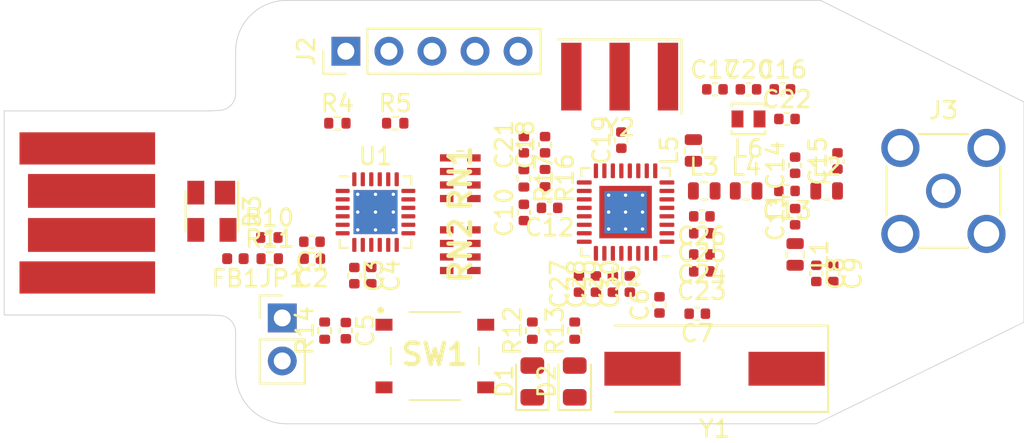
<source format=kicad_pcb>
(kicad_pcb (version 20171130) (host pcbnew 5.1.7)

  (general
    (thickness 1.6)
    (drawings 16)
    (tracks 0)
    (zones 0)
    (modules 60)
    (nets 61)
  )

  (page A4)
  (layers
    (0 F.Cu signal)
    (31 B.Cu signal)
    (32 B.Adhes user)
    (33 F.Adhes user)
    (34 B.Paste user)
    (35 F.Paste user)
    (36 B.SilkS user)
    (37 F.SilkS user)
    (38 B.Mask user)
    (39 F.Mask user)
    (40 Dwgs.User user)
    (41 Cmts.User user)
    (42 Eco1.User user)
    (43 Eco2.User user)
    (44 Edge.Cuts user)
    (45 Margin user)
    (46 B.CrtYd user)
    (47 F.CrtYd user)
    (48 B.Fab user)
    (49 F.Fab user)
  )

  (setup
    (last_trace_width 0.25)
    (trace_clearance 0.2)
    (zone_clearance 0.508)
    (zone_45_only no)
    (trace_min 0.2)
    (via_size 0.8)
    (via_drill 0.4)
    (via_min_size 0.4)
    (via_min_drill 0.3)
    (uvia_size 0.3)
    (uvia_drill 0.1)
    (uvias_allowed no)
    (uvia_min_size 0.2)
    (uvia_min_drill 0.1)
    (edge_width 0.05)
    (segment_width 0.2)
    (pcb_text_width 0.3)
    (pcb_text_size 1.5 1.5)
    (mod_edge_width 0.12)
    (mod_text_size 1 1)
    (mod_text_width 0.15)
    (pad_size 1.524 1.524)
    (pad_drill 0.762)
    (pad_to_mask_clearance 0)
    (aux_axis_origin 0 0)
    (visible_elements FFFFFF7F)
    (pcbplotparams
      (layerselection 0x010fc_ffffffff)
      (usegerberextensions false)
      (usegerberattributes true)
      (usegerberadvancedattributes true)
      (creategerberjobfile true)
      (excludeedgelayer true)
      (linewidth 0.100000)
      (plotframeref false)
      (viasonmask false)
      (mode 1)
      (useauxorigin false)
      (hpglpennumber 1)
      (hpglpenspeed 20)
      (hpglpendiameter 15.000000)
      (psnegative false)
      (psa4output false)
      (plotreference true)
      (plotvalue true)
      (plotinvisibletext false)
      (padsonsilk false)
      (subtractmaskfromsilk false)
      (outputformat 1)
      (mirror false)
      (drillshape 1)
      (scaleselection 1)
      (outputdirectory ""))
  )

  (net 0 "")
  (net 1 VDD)
  (net 2 GND)
  (net 3 VBUS)
  (net 4 SW1)
  (net 5 "Net-(C6-Pad2)")
  (net 6 "Net-(C6-Pad1)")
  (net 7 "Net-(C7-Pad1)")
  (net 8 "Net-(C7-Pad2)")
  (net 9 "Net-(C8-Pad1)")
  (net 10 "Net-(C10-Pad2)")
  (net 11 "Net-(C10-Pad1)")
  (net 12 "Net-(C11-Pad2)")
  (net 13 "Net-(C11-Pad1)")
  (net 14 "Net-(C12-Pad1)")
  (net 15 "Net-(C13-Pad2)")
  (net 16 "Net-(C15-Pad1)")
  (net 17 "Net-(C16-Pad1)")
  (net 18 "Net-(C17-Pad1)")
  (net 19 "Net-(C17-Pad2)")
  (net 20 "Net-(C18-Pad1)")
  (net 21 "Net-(C19-Pad1)")
  (net 22 "Net-(C21-Pad1)")
  (net 23 LED2)
  (net 24 LED1)
  (net 25 USB_D+)
  (net 26 USB_D-)
  (net 27 UART_TX)
  (net 28 UART_RX)
  (net 29 RESET)
  (net 30 "Net-(L3-Pad1)")
  (net 31 "Net-(L3-Pad2)")
  (net 32 "Net-(L5-Pad1)")
  (net 33 /radio_xcvr/XCVR_DATA)
  (net 34 /radio_xcvr/XCVR_ENABLE)
  (net 35 /radio_xcvr/XCVR_T_~R)
  (net 36 "Net-(R5-Pad2)")
  (net 37 /radio_xcvr/XCVR_SDO)
  (net 38 /radio_xcvr/XCVR_SCLK)
  (net 39 /radio_xcvr/~XCVR_CS)
  (net 40 /radio_xcvr/XCVR_RSSI)
  (net 41 USB_VBUS)
  (net 42 "Net-(R16-Pad2)")
  (net 43 "Net-(U1-Pad15)")
  (net 44 "Net-(U1-Pad18)")
  (net 45 "Net-(U1-Pad19)")
  (net 46 "Net-(U1-Pad22)")
  (net 47 "Net-(U2-Pad12)")
  (net 48 "Net-(U2-Pad14)")
  (net 49 "Net-(U2-Pad25)")
  (net 50 "Net-(D1-Pad2)")
  (net 51 "Net-(D2-Pad2)")
  (net 52 "Net-(D3-Pad4)")
  (net 53 "Net-(RN2-Pad4)")
  (net 54 "Net-(RN1-Pad1)")
  (net 55 "Net-(RN2-Pad3)")
  (net 56 "Net-(RN2-Pad2)")
  (net 57 "Net-(RN2-Pad1)")
  (net 58 "Net-(RN1-Pad4)")
  (net 59 "Net-(RN1-Pad3)")
  (net 60 "Net-(RN1-Pad2)")

  (net_class Default "This is the default net class."
    (clearance 0.2)
    (trace_width 0.25)
    (via_dia 0.8)
    (via_drill 0.4)
    (uvia_dia 0.3)
    (uvia_drill 0.1)
    (add_net /radio_xcvr/XCVR_DATA)
    (add_net /radio_xcvr/XCVR_ENABLE)
    (add_net /radio_xcvr/XCVR_RSSI)
    (add_net /radio_xcvr/XCVR_SCLK)
    (add_net /radio_xcvr/XCVR_SDO)
    (add_net /radio_xcvr/XCVR_T_~R)
    (add_net /radio_xcvr/~XCVR_CS)
    (add_net GND)
    (add_net LED1)
    (add_net LED2)
    (add_net "Net-(C10-Pad1)")
    (add_net "Net-(C10-Pad2)")
    (add_net "Net-(C11-Pad1)")
    (add_net "Net-(C11-Pad2)")
    (add_net "Net-(C12-Pad1)")
    (add_net "Net-(C13-Pad2)")
    (add_net "Net-(C15-Pad1)")
    (add_net "Net-(C16-Pad1)")
    (add_net "Net-(C17-Pad1)")
    (add_net "Net-(C17-Pad2)")
    (add_net "Net-(C18-Pad1)")
    (add_net "Net-(C19-Pad1)")
    (add_net "Net-(C21-Pad1)")
    (add_net "Net-(C6-Pad1)")
    (add_net "Net-(C6-Pad2)")
    (add_net "Net-(C7-Pad1)")
    (add_net "Net-(C7-Pad2)")
    (add_net "Net-(C8-Pad1)")
    (add_net "Net-(D1-Pad2)")
    (add_net "Net-(D2-Pad2)")
    (add_net "Net-(D3-Pad4)")
    (add_net "Net-(L3-Pad1)")
    (add_net "Net-(L3-Pad2)")
    (add_net "Net-(L5-Pad1)")
    (add_net "Net-(R16-Pad2)")
    (add_net "Net-(R5-Pad2)")
    (add_net "Net-(RN1-Pad1)")
    (add_net "Net-(RN1-Pad2)")
    (add_net "Net-(RN1-Pad3)")
    (add_net "Net-(RN1-Pad4)")
    (add_net "Net-(RN2-Pad1)")
    (add_net "Net-(RN2-Pad2)")
    (add_net "Net-(RN2-Pad3)")
    (add_net "Net-(RN2-Pad4)")
    (add_net "Net-(U1-Pad15)")
    (add_net "Net-(U1-Pad18)")
    (add_net "Net-(U1-Pad19)")
    (add_net "Net-(U1-Pad22)")
    (add_net "Net-(U2-Pad12)")
    (add_net "Net-(U2-Pad14)")
    (add_net "Net-(U2-Pad25)")
    (add_net RESET)
    (add_net SW1)
    (add_net UART_RX)
    (add_net UART_TX)
    (add_net USB_D+)
    (add_net USB_D-)
    (add_net USB_VBUS)
    (add_net VBUS)
    (add_net VDD)
  )

  (module link-434:LED_0805_2012Metric (layer F.Cu) (tedit 5F68FEF1) (tstamp 5F8FEA6F)
    (at 46.5 74.25 90)
    (descr "LED SMD 0805 (2012 Metric), square (rectangular) end terminal, IPC_7351 nominal, (Body size source: https://docs.google.com/spreadsheets/d/1BsfQQcO9C6DZCsRaXUlFlo91Tg2WpOkGARC1WS5S8t0/edit?usp=sharing), generated with kicad-footprint-generator")
    (tags LED)
    (path /5F6B5EB5)
    (attr smd)
    (fp_text reference D1 (at 0 -1.65 90) (layer F.SilkS)
      (effects (font (size 1 1) (thickness 0.15)))
    )
    (fp_text value RED (at 0 1.65 90) (layer F.Fab) hide
      (effects (font (size 1 1) (thickness 0.15)))
    )
    (fp_line (start 1 -0.6) (end -0.7 -0.6) (layer F.Fab) (width 0.1))
    (fp_line (start -0.7 -0.6) (end -1 -0.3) (layer F.Fab) (width 0.1))
    (fp_line (start -1 -0.3) (end -1 0.6) (layer F.Fab) (width 0.1))
    (fp_line (start -1 0.6) (end 1 0.6) (layer F.Fab) (width 0.1))
    (fp_line (start 1 0.6) (end 1 -0.6) (layer F.Fab) (width 0.1))
    (fp_line (start 1 -0.96) (end -1.685 -0.96) (layer F.SilkS) (width 0.12))
    (fp_line (start -1.685 -0.96) (end -1.685 0.96) (layer F.SilkS) (width 0.12))
    (fp_line (start -1.685 0.96) (end 1 0.96) (layer F.SilkS) (width 0.12))
    (fp_line (start -1.68 0.95) (end -1.68 -0.95) (layer F.CrtYd) (width 0.05))
    (fp_line (start -1.68 -0.95) (end 1.68 -0.95) (layer F.CrtYd) (width 0.05))
    (fp_line (start 1.68 -0.95) (end 1.68 0.95) (layer F.CrtYd) (width 0.05))
    (fp_line (start 1.68 0.95) (end -1.68 0.95) (layer F.CrtYd) (width 0.05))
    (fp_text user %R (at 0 0 90) (layer F.Fab)
      (effects (font (size 0.5 0.5) (thickness 0.08)))
    )
    (pad 1 smd roundrect (at -0.9375 0 90) (size 0.975 1.4) (layers F.Cu F.Paste F.Mask) (roundrect_rratio 0.25)
      (net 23 LED2))
    (pad 2 smd roundrect (at 0.9375 0 90) (size 0.975 1.4) (layers F.Cu F.Paste F.Mask) (roundrect_rratio 0.25)
      (net 50 "Net-(D1-Pad2)"))
    (model ${KISYS3DMOD}/LED_SMD.3dshapes/LED_0805_2012Metric.wrl
      (at (xyz 0 0 0))
      (scale (xyz 1 1 1))
      (rotate (xyz 0 0 0))
    )
  )

  (module link-434:LED_0805_2012Metric (layer F.Cu) (tedit 5F68FEF1) (tstamp 5F8FEA82)
    (at 49 74.25 90)
    (descr "LED SMD 0805 (2012 Metric), square (rectangular) end terminal, IPC_7351 nominal, (Body size source: https://docs.google.com/spreadsheets/d/1BsfQQcO9C6DZCsRaXUlFlo91Tg2WpOkGARC1WS5S8t0/edit?usp=sharing), generated with kicad-footprint-generator")
    (tags LED)
    (path /5F6B8311)
    (attr smd)
    (fp_text reference D2 (at 0 -1.65 90) (layer F.SilkS)
      (effects (font (size 1 1) (thickness 0.15)))
    )
    (fp_text value GREEN (at 0 1.65 90) (layer F.Fab) hide
      (effects (font (size 1 1) (thickness 0.15)))
    )
    (fp_line (start 1.68 0.95) (end -1.68 0.95) (layer F.CrtYd) (width 0.05))
    (fp_line (start 1.68 -0.95) (end 1.68 0.95) (layer F.CrtYd) (width 0.05))
    (fp_line (start -1.68 -0.95) (end 1.68 -0.95) (layer F.CrtYd) (width 0.05))
    (fp_line (start -1.68 0.95) (end -1.68 -0.95) (layer F.CrtYd) (width 0.05))
    (fp_line (start -1.685 0.96) (end 1 0.96) (layer F.SilkS) (width 0.12))
    (fp_line (start -1.685 -0.96) (end -1.685 0.96) (layer F.SilkS) (width 0.12))
    (fp_line (start 1 -0.96) (end -1.685 -0.96) (layer F.SilkS) (width 0.12))
    (fp_line (start 1 0.6) (end 1 -0.6) (layer F.Fab) (width 0.1))
    (fp_line (start -1 0.6) (end 1 0.6) (layer F.Fab) (width 0.1))
    (fp_line (start -1 -0.3) (end -1 0.6) (layer F.Fab) (width 0.1))
    (fp_line (start -0.7 -0.6) (end -1 -0.3) (layer F.Fab) (width 0.1))
    (fp_line (start 1 -0.6) (end -0.7 -0.6) (layer F.Fab) (width 0.1))
    (fp_text user %R (at 0 0 90) (layer F.Fab)
      (effects (font (size 0.5 0.5) (thickness 0.08)))
    )
    (pad 2 smd roundrect (at 0.9375 0 90) (size 0.975 1.4) (layers F.Cu F.Paste F.Mask) (roundrect_rratio 0.25)
      (net 51 "Net-(D2-Pad2)"))
    (pad 1 smd roundrect (at -0.9375 0 90) (size 0.975 1.4) (layers F.Cu F.Paste F.Mask) (roundrect_rratio 0.25)
      (net 24 LED1))
    (model ${KISYS3DMOD}/LED_SMD.3dshapes/LED_0805_2012Metric.wrl
      (at (xyz 0 0 0))
      (scale (xyz 1 1 1))
      (rotate (xyz 0 0 0))
    )
  )

  (module link-434:SOT-143 (layer F.Cu) (tedit 5A02FF57) (tstamp 5F8FEA96)
    (at 27.6 64.2 270)
    (descr SOT-143)
    (tags SOT-143)
    (path /5F8C22C3)
    (attr smd)
    (fp_text reference D3 (at 0.02 -2.38 90) (layer F.SilkS)
      (effects (font (size 1 1) (thickness 0.15)))
    )
    (fp_text value SP0503BAHT (at -0.28 2.48 90) (layer F.Fab) hide
      (effects (font (size 1 1) (thickness 0.15)))
    )
    (fp_line (start -1.2 1.55) (end 1.2 1.55) (layer F.SilkS) (width 0.12))
    (fp_line (start 1.2 -1.55) (end -1.75 -1.55) (layer F.SilkS) (width 0.12))
    (fp_line (start -1.2 -1) (end -0.7 -1.5) (layer F.Fab) (width 0.1))
    (fp_line (start -0.7 -1.5) (end 1.2 -1.5) (layer F.Fab) (width 0.1))
    (fp_line (start -1.2 1.5) (end -1.2 -1) (layer F.Fab) (width 0.1))
    (fp_line (start 1.2 1.5) (end -1.2 1.5) (layer F.Fab) (width 0.1))
    (fp_line (start 1.2 -1.5) (end 1.2 1.5) (layer F.Fab) (width 0.1))
    (fp_line (start 2.05 -1.75) (end 2.05 1.75) (layer F.CrtYd) (width 0.05))
    (fp_line (start 2.05 -1.75) (end -2.05 -1.75) (layer F.CrtYd) (width 0.05))
    (fp_line (start -2.05 1.75) (end 2.05 1.75) (layer F.CrtYd) (width 0.05))
    (fp_line (start -2.05 1.75) (end -2.05 -1.75) (layer F.CrtYd) (width 0.05))
    (fp_text user %R (at 0 0) (layer F.Fab)
      (effects (font (size 0.5 0.5) (thickness 0.075)))
    )
    (pad 1 smd rect (at -1.1 -0.77 180) (size 1.2 1.4) (layers F.Cu F.Paste F.Mask)
      (net 2 GND))
    (pad 2 smd rect (at -1.1 0.95 180) (size 1 1.4) (layers F.Cu F.Paste F.Mask)
      (net 25 USB_D+))
    (pad 3 smd rect (at 1.1 0.95 180) (size 1 1.4) (layers F.Cu F.Paste F.Mask)
      (net 26 USB_D-))
    (pad 4 smd rect (at 1.1 -0.95 180) (size 1 1.4) (layers F.Cu F.Paste F.Mask)
      (net 52 "Net-(D3-Pad4)"))
    (model ${KISYS3DMOD}/Package_TO_SOT_SMD.3dshapes/SOT-143.wrl
      (at (xyz 0 0 0))
      (scale (xyz 1 1 1))
      (rotate (xyz 0 0 0))
    )
  )

  (module link-434:Ferrite_0402_1005Metric (layer F.Cu) (tedit 5F8F3AFA) (tstamp 5F8FFC45)
    (at 28.985 67 180)
    (descr "Inductor SMD 0402 (1005 Metric), square (rectangular) end terminal, IPC_7351 nominal, (Body size source: http://www.tortai-tech.com/upload/download/2011102023233369053.pdf), generated with kicad-footprint-generator")
    (tags inductor)
    (path /5F9632CE)
    (attr smd)
    (fp_text reference FB1 (at 0 -1.17) (layer F.SilkS)
      (effects (font (size 1 1) (thickness 0.15)))
    )
    (fp_text value 782422221 (at 0 1.17) (layer F.Fab) hide
      (effects (font (size 1 1) (thickness 0.15)))
    )
    (fp_line (start -0.5 0.25) (end -0.5 -0.25) (layer F.Fab) (width 0.1))
    (fp_line (start -0.5 -0.25) (end 0.5 -0.25) (layer F.Fab) (width 0.1))
    (fp_line (start 0.5 -0.25) (end 0.5 0.25) (layer F.Fab) (width 0.1))
    (fp_line (start 0.5 0.25) (end -0.5 0.25) (layer F.Fab) (width 0.1))
    (fp_line (start -0.93 0.47) (end -0.93 -0.47) (layer F.CrtYd) (width 0.05))
    (fp_line (start -0.93 -0.47) (end 0.93 -0.47) (layer F.CrtYd) (width 0.05))
    (fp_line (start 0.93 -0.47) (end 0.93 0.47) (layer F.CrtYd) (width 0.05))
    (fp_line (start 0.93 0.47) (end -0.93 0.47) (layer F.CrtYd) (width 0.05))
    (fp_text user %R (at 0 0) (layer F.Fab)
      (effects (font (size 0.25 0.25) (thickness 0.04)))
    )
    (pad 1 smd roundrect (at -0.485 0 180) (size 0.59 0.64) (layers F.Cu F.Paste F.Mask) (roundrect_rratio 0.25)
      (net 3 VBUS))
    (pad 2 smd roundrect (at 0.485 0 180) (size 0.59 0.64) (layers F.Cu F.Paste F.Mask) (roundrect_rratio 0.25)
      (net 52 "Net-(D3-Pad4)"))
    (model ${KISYS3DMOD}/Inductor_SMD.3dshapes/L_0402_1005Metric.wrl
      (at (xyz 0 0 0))
      (scale (xyz 1 1 1))
      (rotate (xyz 0 0 0))
    )
  )

  (module link-434:usb-a-edge (layer F.Cu) (tedit 542BB0AF) (tstamp 5F8FEAB0)
    (at 15.35 64.3 270)
    (path /5F6A6A21)
    (attr virtual)
    (fp_text reference J1 (at 0.13 -7.85 90) (layer F.SilkS) hide
      (effects (font (size 1.5 1.5) (thickness 0.15)))
    )
    (fp_text value USB_A_PLUG (at 0.29 -10.13 90) (layer F.SilkS) hide
      (effects (font (size 1.5 1.5) (thickness 0.15)))
    )
    (fp_line (start -6.03 0) (end -6.03 -12) (layer Dwgs.User) (width 0.15))
    (fp_line (start 6.03 0) (end -6.03 0) (layer Dwgs.User) (width 0.15))
    (fp_line (start 6.03 0) (end 6.03 -12) (layer Dwgs.User) (width 0.15))
    (pad 1 connect rect (at 3.81 -4.9 270) (size 1.9 8) (layers F.Cu F.Mask)
      (net 52 "Net-(D3-Pad4)"))
    (pad 4 connect rect (at -3.81 -4.9 270) (size 1.9 8) (layers F.Cu F.Mask)
      (net 2 GND))
    (pad 3 connect rect (at -1.3 -5.15 270) (size 2 7.5) (layers F.Cu F.Mask)
      (net 25 USB_D+))
    (pad 2 connect rect (at 1.3 -5.15 270) (size 2 7.5) (layers F.Cu F.Mask)
      (net 26 USB_D-))
  )

  (module link-434:PinHeader_1x05_P2.54mm_Vertical (layer F.Cu) (tedit 59FED5CC) (tstamp 5F8FEAC9)
    (at 35.5 54.75 90)
    (descr "Through hole straight pin header, 1x05, 2.54mm pitch, single row")
    (tags "Through hole pin header THT 1x05 2.54mm single row")
    (path /5F87FE5E)
    (fp_text reference J2 (at 0 -2.33 90) (layer F.SilkS)
      (effects (font (size 1 1) (thickness 0.15)))
    )
    (fp_text value Conn_01x05 (at 0 12.49 90) (layer F.Fab) hide
      (effects (font (size 1 1) (thickness 0.15)))
    )
    (fp_line (start -0.635 -1.27) (end 1.27 -1.27) (layer F.Fab) (width 0.1))
    (fp_line (start 1.27 -1.27) (end 1.27 11.43) (layer F.Fab) (width 0.1))
    (fp_line (start 1.27 11.43) (end -1.27 11.43) (layer F.Fab) (width 0.1))
    (fp_line (start -1.27 11.43) (end -1.27 -0.635) (layer F.Fab) (width 0.1))
    (fp_line (start -1.27 -0.635) (end -0.635 -1.27) (layer F.Fab) (width 0.1))
    (fp_line (start -1.33 11.49) (end 1.33 11.49) (layer F.SilkS) (width 0.12))
    (fp_line (start -1.33 1.27) (end -1.33 11.49) (layer F.SilkS) (width 0.12))
    (fp_line (start 1.33 1.27) (end 1.33 11.49) (layer F.SilkS) (width 0.12))
    (fp_line (start -1.33 1.27) (end 1.33 1.27) (layer F.SilkS) (width 0.12))
    (fp_line (start -1.33 0) (end -1.33 -1.33) (layer F.SilkS) (width 0.12))
    (fp_line (start -1.33 -1.33) (end 0 -1.33) (layer F.SilkS) (width 0.12))
    (fp_line (start -1.8 -1.8) (end -1.8 11.95) (layer F.CrtYd) (width 0.05))
    (fp_line (start -1.8 11.95) (end 1.8 11.95) (layer F.CrtYd) (width 0.05))
    (fp_line (start 1.8 11.95) (end 1.8 -1.8) (layer F.CrtYd) (width 0.05))
    (fp_line (start 1.8 -1.8) (end -1.8 -1.8) (layer F.CrtYd) (width 0.05))
    (fp_text user %R (at 0 5.08) (layer F.Fab)
      (effects (font (size 1 1) (thickness 0.15)))
    )
    (pad 1 thru_hole rect (at 0 0 90) (size 1.7 1.7) (drill 1) (layers *.Cu *.Mask)
      (net 1 VDD))
    (pad 2 thru_hole oval (at 0 2.54 90) (size 1.7 1.7) (drill 1) (layers *.Cu *.Mask)
      (net 27 UART_TX))
    (pad 3 thru_hole oval (at 0 5.08 90) (size 1.7 1.7) (drill 1) (layers *.Cu *.Mask)
      (net 28 UART_RX))
    (pad 4 thru_hole oval (at 0 7.62 90) (size 1.7 1.7) (drill 1) (layers *.Cu *.Mask)
      (net 29 RESET))
    (pad 5 thru_hole oval (at 0 10.16 90) (size 1.7 1.7) (drill 1) (layers *.Cu *.Mask)
      (net 2 GND))
    (model ${KISYS3DMOD}/Connector_PinHeader_2.54mm.3dshapes/PinHeader_1x05_P2.54mm_Vertical.wrl
      (at (xyz 0 0 0))
      (scale (xyz 1 1 1))
      (rotate (xyz 0 0 0))
    )
  )

  (module link-434:SMA_Linx_CONSMA001_Vertical (layer F.Cu) (tedit 5F8F0BDC) (tstamp 5F8FEAE0)
    (at 70.75 63)
    (descr https://www.amphenolrf.com/downloads/dl/file/id/7023/product/3103/901_144_customer_drawing.pdf)
    (tags "SMA THT Female Jack Vertical")
    (path /5F8C45B2/5F8F644B)
    (fp_text reference J3 (at 0 -4.75) (layer F.SilkS)
      (effects (font (size 1 1) (thickness 0.15)))
    )
    (fp_text value SMA (at 0 5) (layer F.Fab) hide
      (effects (font (size 1 1) (thickness 0.15)))
    )
    (fp_line (start -1.45 -3.355) (end 1.45 -3.355) (layer F.SilkS) (width 0.12))
    (fp_line (start -1.45 3.355) (end 1.45 3.355) (layer F.SilkS) (width 0.12))
    (fp_line (start 3.355 -1.45) (end 3.355 1.45) (layer F.SilkS) (width 0.12))
    (fp_line (start -3.355 -1.45) (end -3.355 1.45) (layer F.SilkS) (width 0.12))
    (fp_line (start 3.175 -3.175) (end 3.175 3.175) (layer F.Fab) (width 0.1))
    (fp_line (start -3.175 3.175) (end 3.175 3.175) (layer F.Fab) (width 0.1))
    (fp_line (start -3.175 -3.175) (end -3.175 3.175) (layer F.Fab) (width 0.1))
    (fp_line (start -3.175 -3.175) (end 3.175 -3.175) (layer F.Fab) (width 0.1))
    (fp_line (start -4.17 -4.17) (end 4.17 -4.17) (layer F.CrtYd) (width 0.05))
    (fp_line (start -4.17 -4.17) (end -4.17 4.17) (layer F.CrtYd) (width 0.05))
    (fp_line (start 4.17 4.17) (end 4.17 -4.17) (layer F.CrtYd) (width 0.05))
    (fp_line (start 4.17 4.17) (end -4.17 4.17) (layer F.CrtYd) (width 0.05))
    (fp_circle (center 0 0) (end 3.175 0) (layer F.Fab) (width 0.1))
    (fp_text user %R (at 0 0) (layer F.Fab)
      (effects (font (size 1 1) (thickness 0.15)))
    )
    (pad 1 thru_hole circle (at 0 0) (size 2.05 2.05) (drill 1.4) (layers *.Cu *.Mask)
      (net 16 "Net-(C15-Pad1)"))
    (pad 2 thru_hole circle (at 2.54 2.54) (size 2.25 2.25) (drill 1.5) (layers *.Cu *.Mask)
      (net 2 GND))
    (pad 2 thru_hole circle (at 2.54 -2.54) (size 2.25 2.25) (drill 1.5) (layers *.Cu *.Mask)
      (net 2 GND))
    (pad 2 thru_hole circle (at -2.54 -2.54) (size 2.25 2.25) (drill 1.5) (layers *.Cu *.Mask)
      (net 2 GND))
    (pad 2 thru_hole circle (at -2.54 2.54) (size 2.25 2.25) (drill 1.5) (layers *.Cu *.Mask)
      (net 2 GND))
    (model ${KISYS3DMOD}/Connector_Coaxial.3dshapes/SMA_Amphenol_901-144_Vertical.wrl
      (at (xyz 0 0 0))
      (scale (xyz 1 1 1))
      (rotate (xyz 0 0 0))
    )
  )

  (module link-434:PinHeader_1x02_P2.54mm_Vertical (layer F.Cu) (tedit 59FED5CC) (tstamp 5F9015F5)
    (at 31.75 70.5)
    (descr "Through hole straight pin header, 1x02, 2.54mm pitch, single row")
    (tags "Through hole pin header THT 1x02 2.54mm single row")
    (path /5F972DCE)
    (fp_text reference JP1 (at 0 -2.33) (layer F.SilkS)
      (effects (font (size 1 1) (thickness 0.15)))
    )
    (fp_text value Jumper_NO_Small (at 0 4.87) (layer F.Fab) hide
      (effects (font (size 1 1) (thickness 0.15)))
    )
    (fp_line (start -0.635 -1.27) (end 1.27 -1.27) (layer F.Fab) (width 0.1))
    (fp_line (start 1.27 -1.27) (end 1.27 3.81) (layer F.Fab) (width 0.1))
    (fp_line (start 1.27 3.81) (end -1.27 3.81) (layer F.Fab) (width 0.1))
    (fp_line (start -1.27 3.81) (end -1.27 -0.635) (layer F.Fab) (width 0.1))
    (fp_line (start -1.27 -0.635) (end -0.635 -1.27) (layer F.Fab) (width 0.1))
    (fp_line (start -1.33 3.87) (end 1.33 3.87) (layer F.SilkS) (width 0.12))
    (fp_line (start -1.33 1.27) (end -1.33 3.87) (layer F.SilkS) (width 0.12))
    (fp_line (start 1.33 1.27) (end 1.33 3.87) (layer F.SilkS) (width 0.12))
    (fp_line (start -1.33 1.27) (end 1.33 1.27) (layer F.SilkS) (width 0.12))
    (fp_line (start -1.33 0) (end -1.33 -1.33) (layer F.SilkS) (width 0.12))
    (fp_line (start -1.33 -1.33) (end 0 -1.33) (layer F.SilkS) (width 0.12))
    (fp_line (start -1.8 -1.8) (end -1.8 4.35) (layer F.CrtYd) (width 0.05))
    (fp_line (start -1.8 4.35) (end 1.8 4.35) (layer F.CrtYd) (width 0.05))
    (fp_line (start 1.8 4.35) (end 1.8 -1.8) (layer F.CrtYd) (width 0.05))
    (fp_line (start 1.8 -1.8) (end -1.8 -1.8) (layer F.CrtYd) (width 0.05))
    (fp_text user %R (at 0 1.27 -270) (layer F.Fab)
      (effects (font (size 1 1) (thickness 0.15)))
    )
    (pad 1 thru_hole rect (at 0 0) (size 1.7 1.7) (drill 1) (layers *.Cu *.Mask)
      (net 3 VBUS))
    (pad 2 thru_hole oval (at 0 2.54) (size 1.7 1.7) (drill 1) (layers *.Cu *.Mask)
      (net 1 VDD))
    (model ${KISYS3DMOD}/Connector_PinHeader_2.54mm.3dshapes/PinHeader_1x02_P2.54mm_Vertical.wrl
      (at (xyz 0 0 0))
      (scale (xyz 1 1 1))
      (rotate (xyz 0 0 0))
    )
  )

  (module link-434:L_Coilcraft_0603CS (layer F.Cu) (tedit 5F8F1150) (tstamp 5F8FEB07)
    (at 62 66.75 270)
    (descr "Inductor SMD 0603 (1608 Metric), square (rectangular) end terminal, IPC_7351 nominal, (Body size source: http://www.tortai-tech.com/upload/download/2011102023233369053.pdf), generated with kicad-footprint-generator")
    (tags inductor)
    (path /5F8C45B2/5F8F63F5)
    (attr smd)
    (fp_text reference L1 (at 0 -1.43 90) (layer F.SilkS)
      (effects (font (size 1 1) (thickness 0.15)))
    )
    (fp_text value 22n (at 0 1.43 90) (layer F.Fab) hide
      (effects (font (size 1 1) (thickness 0.15)))
    )
    (fp_line (start 1.2 0.73) (end -1.2 0.73) (layer F.CrtYd) (width 0.05))
    (fp_line (start 1.2 -0.7) (end 1.2 0.73) (layer F.CrtYd) (width 0.05))
    (fp_line (start -1.2 -0.73) (end 1.2 -0.73) (layer F.CrtYd) (width 0.05))
    (fp_line (start -1.2 0.73) (end -1.2 -0.73) (layer F.CrtYd) (width 0.05))
    (fp_line (start -0.162779 0.51) (end 0.162779 0.51) (layer F.SilkS) (width 0.12))
    (fp_line (start -0.162779 -0.51) (end 0.162779 -0.51) (layer F.SilkS) (width 0.12))
    (fp_line (start 0.8 0.4) (end -0.8 0.4) (layer F.Fab) (width 0.1))
    (fp_line (start 0.8 -0.4) (end 0.8 0.4) (layer F.Fab) (width 0.1))
    (fp_line (start -0.8 -0.4) (end 0.8 -0.4) (layer F.Fab) (width 0.1))
    (fp_line (start -0.8 0.4) (end -0.8 -0.4) (layer F.Fab) (width 0.1))
    (fp_text user %R (at 0 0 90) (layer F.Fab)
      (effects (font (size 0.4 0.4) (thickness 0.06)))
    )
    (pad 1 smd roundrect (at -0.64 0 270) (size 0.64 1.02) (layers F.Cu F.Paste F.Mask) (roundrect_rratio 0.25)
      (net 13 "Net-(C11-Pad1)"))
    (pad 2 smd roundrect (at 0.64 0 270) (size 0.64 1.02) (layers F.Cu F.Paste F.Mask) (roundrect_rratio 0.25)
      (net 9 "Net-(C8-Pad1)"))
    (model ${KISYS3DMOD}/Inductor_SMD.3dshapes/L_0603_1608Metric.wrl
      (at (xyz 0 0 0))
      (scale (xyz 1 1 1))
      (rotate (xyz 0 0 0))
    )
  )

  (module link-434:L_Coilcraft_0603CS (layer F.Cu) (tedit 5F8F1150) (tstamp 5F8FEB18)
    (at 63.86 63)
    (descr "Inductor SMD 0603 (1608 Metric), square (rectangular) end terminal, IPC_7351 nominal, (Body size source: http://www.tortai-tech.com/upload/download/2011102023233369053.pdf), generated with kicad-footprint-generator")
    (tags inductor)
    (path /5F8C45B2/5F8F642A)
    (attr smd)
    (fp_text reference L2 (at 0 -1.43) (layer F.SilkS)
      (effects (font (size 1 1) (thickness 0.15)))
    )
    (fp_text value 22n (at 0 1.43) (layer F.Fab) hide
      (effects (font (size 1 1) (thickness 0.15)))
    )
    (fp_line (start 1.2 0.73) (end -1.2 0.73) (layer F.CrtYd) (width 0.05))
    (fp_line (start 1.2 -0.7) (end 1.2 0.73) (layer F.CrtYd) (width 0.05))
    (fp_line (start -1.2 -0.73) (end 1.2 -0.73) (layer F.CrtYd) (width 0.05))
    (fp_line (start -1.2 0.73) (end -1.2 -0.73) (layer F.CrtYd) (width 0.05))
    (fp_line (start -0.162779 0.51) (end 0.162779 0.51) (layer F.SilkS) (width 0.12))
    (fp_line (start -0.162779 -0.51) (end 0.162779 -0.51) (layer F.SilkS) (width 0.12))
    (fp_line (start 0.8 0.4) (end -0.8 0.4) (layer F.Fab) (width 0.1))
    (fp_line (start 0.8 -0.4) (end 0.8 0.4) (layer F.Fab) (width 0.1))
    (fp_line (start -0.8 -0.4) (end 0.8 -0.4) (layer F.Fab) (width 0.1))
    (fp_line (start -0.8 0.4) (end -0.8 -0.4) (layer F.Fab) (width 0.1))
    (fp_text user %R (at 0 0) (layer F.Fab)
      (effects (font (size 0.4 0.4) (thickness 0.06)))
    )
    (pad 1 smd roundrect (at -0.64 0) (size 0.64 1.02) (layers F.Cu F.Paste F.Mask) (roundrect_rratio 0.25)
      (net 12 "Net-(C11-Pad2)"))
    (pad 2 smd roundrect (at 0.64 0) (size 0.64 1.02) (layers F.Cu F.Paste F.Mask) (roundrect_rratio 0.25)
      (net 16 "Net-(C15-Pad1)"))
    (model ${KISYS3DMOD}/Inductor_SMD.3dshapes/L_0603_1608Metric.wrl
      (at (xyz 0 0 0))
      (scale (xyz 1 1 1))
      (rotate (xyz 0 0 0))
    )
  )

  (module link-434:L_Coilcraft_0603CS (layer F.Cu) (tedit 5F8F1150) (tstamp 5F8FEB29)
    (at 56.64 63)
    (descr "Inductor SMD 0603 (1608 Metric), square (rectangular) end terminal, IPC_7351 nominal, (Body size source: http://www.tortai-tech.com/upload/download/2011102023233369053.pdf), generated with kicad-footprint-generator")
    (tags inductor)
    (path /5F8C45B2/5F8F63CA)
    (attr smd)
    (fp_text reference L3 (at 0 -1.43) (layer F.SilkS)
      (effects (font (size 1 1) (thickness 0.15)))
    )
    (fp_text value 68n (at 0 1.43) (layer F.Fab) hide
      (effects (font (size 1 1) (thickness 0.15)))
    )
    (fp_line (start 1.2 0.73) (end -1.2 0.73) (layer F.CrtYd) (width 0.05))
    (fp_line (start 1.2 -0.7) (end 1.2 0.73) (layer F.CrtYd) (width 0.05))
    (fp_line (start -1.2 -0.73) (end 1.2 -0.73) (layer F.CrtYd) (width 0.05))
    (fp_line (start -1.2 0.73) (end -1.2 -0.73) (layer F.CrtYd) (width 0.05))
    (fp_line (start -0.162779 0.51) (end 0.162779 0.51) (layer F.SilkS) (width 0.12))
    (fp_line (start -0.162779 -0.51) (end 0.162779 -0.51) (layer F.SilkS) (width 0.12))
    (fp_line (start 0.8 0.4) (end -0.8 0.4) (layer F.Fab) (width 0.1))
    (fp_line (start 0.8 -0.4) (end 0.8 0.4) (layer F.Fab) (width 0.1))
    (fp_line (start -0.8 -0.4) (end 0.8 -0.4) (layer F.Fab) (width 0.1))
    (fp_line (start -0.8 0.4) (end -0.8 -0.4) (layer F.Fab) (width 0.1))
    (fp_text user %R (at 0 0) (layer F.Fab)
      (effects (font (size 0.4 0.4) (thickness 0.06)))
    )
    (pad 1 smd roundrect (at -0.64 0) (size 0.64 1.02) (layers F.Cu F.Paste F.Mask) (roundrect_rratio 0.25)
      (net 30 "Net-(L3-Pad1)"))
    (pad 2 smd roundrect (at 0.64 0) (size 0.64 1.02) (layers F.Cu F.Paste F.Mask) (roundrect_rratio 0.25)
      (net 31 "Net-(L3-Pad2)"))
    (model ${KISYS3DMOD}/Inductor_SMD.3dshapes/L_0603_1608Metric.wrl
      (at (xyz 0 0 0))
      (scale (xyz 1 1 1))
      (rotate (xyz 0 0 0))
    )
  )

  (module link-434:L_Coilcraft_0603CS (layer F.Cu) (tedit 5F8F1150) (tstamp 5F90A5FD)
    (at 59.11 63)
    (descr "Inductor SMD 0603 (1608 Metric), square (rectangular) end terminal, IPC_7351 nominal, (Body size source: http://www.tortai-tech.com/upload/download/2011102023233369053.pdf), generated with kicad-footprint-generator")
    (tags inductor)
    (path /5F8C45B2/5F8F63D1)
    (attr smd)
    (fp_text reference L4 (at 0 -1.43) (layer F.SilkS)
      (effects (font (size 1 1) (thickness 0.15)))
    )
    (fp_text value 22n (at 0 1.43) (layer F.Fab) hide
      (effects (font (size 1 1) (thickness 0.15)))
    )
    (fp_line (start -0.8 0.4) (end -0.8 -0.4) (layer F.Fab) (width 0.1))
    (fp_line (start -0.8 -0.4) (end 0.8 -0.4) (layer F.Fab) (width 0.1))
    (fp_line (start 0.8 -0.4) (end 0.8 0.4) (layer F.Fab) (width 0.1))
    (fp_line (start 0.8 0.4) (end -0.8 0.4) (layer F.Fab) (width 0.1))
    (fp_line (start -0.162779 -0.51) (end 0.162779 -0.51) (layer F.SilkS) (width 0.12))
    (fp_line (start -0.162779 0.51) (end 0.162779 0.51) (layer F.SilkS) (width 0.12))
    (fp_line (start -1.2 0.73) (end -1.2 -0.73) (layer F.CrtYd) (width 0.05))
    (fp_line (start -1.2 -0.73) (end 1.2 -0.73) (layer F.CrtYd) (width 0.05))
    (fp_line (start 1.2 -0.7) (end 1.2 0.73) (layer F.CrtYd) (width 0.05))
    (fp_line (start 1.2 0.73) (end -1.2 0.73) (layer F.CrtYd) (width 0.05))
    (fp_text user %R (at 0 0) (layer F.Fab)
      (effects (font (size 0.4 0.4) (thickness 0.06)))
    )
    (pad 2 smd roundrect (at 0.64 0) (size 0.64 1.02) (layers F.Cu F.Paste F.Mask) (roundrect_rratio 0.25)
      (net 15 "Net-(C13-Pad2)"))
    (pad 1 smd roundrect (at -0.64 0) (size 0.64 1.02) (layers F.Cu F.Paste F.Mask) (roundrect_rratio 0.25)
      (net 31 "Net-(L3-Pad2)"))
    (model ${KISYS3DMOD}/Inductor_SMD.3dshapes/L_0603_1608Metric.wrl
      (at (xyz 0 0 0))
      (scale (xyz 1 1 1))
      (rotate (xyz 0 0 0))
    )
  )

  (module link-434:L_Coilcraft_0603CS (layer F.Cu) (tedit 5F8F1150) (tstamp 5F8FEB4B)
    (at 56 60.61 90)
    (descr "Inductor SMD 0603 (1608 Metric), square (rectangular) end terminal, IPC_7351 nominal, (Body size source: http://www.tortai-tech.com/upload/download/2011102023233369053.pdf), generated with kicad-footprint-generator")
    (tags inductor)
    (path /5F8C45B2/5F8F62E8)
    (attr smd)
    (fp_text reference L5 (at 0 -1.43 90) (layer F.SilkS)
      (effects (font (size 1 1) (thickness 0.15)))
    )
    (fp_text value 10n (at 0 1.43 90) (layer F.Fab) hide
      (effects (font (size 1 1) (thickness 0.15)))
    )
    (fp_line (start -0.8 0.4) (end -0.8 -0.4) (layer F.Fab) (width 0.1))
    (fp_line (start -0.8 -0.4) (end 0.8 -0.4) (layer F.Fab) (width 0.1))
    (fp_line (start 0.8 -0.4) (end 0.8 0.4) (layer F.Fab) (width 0.1))
    (fp_line (start 0.8 0.4) (end -0.8 0.4) (layer F.Fab) (width 0.1))
    (fp_line (start -0.162779 -0.51) (end 0.162779 -0.51) (layer F.SilkS) (width 0.12))
    (fp_line (start -0.162779 0.51) (end 0.162779 0.51) (layer F.SilkS) (width 0.12))
    (fp_line (start -1.2 0.73) (end -1.2 -0.73) (layer F.CrtYd) (width 0.05))
    (fp_line (start -1.2 -0.73) (end 1.2 -0.73) (layer F.CrtYd) (width 0.05))
    (fp_line (start 1.2 -0.7) (end 1.2 0.73) (layer F.CrtYd) (width 0.05))
    (fp_line (start 1.2 0.73) (end -1.2 0.73) (layer F.CrtYd) (width 0.05))
    (fp_text user %R (at 0 0 90) (layer F.Fab)
      (effects (font (size 0.4 0.4) (thickness 0.06)))
    )
    (pad 2 smd roundrect (at 0.64 0 90) (size 0.64 1.02) (layers F.Cu F.Paste F.Mask) (roundrect_rratio 0.25)
      (net 2 GND))
    (pad 1 smd roundrect (at -0.64 0 90) (size 0.64 1.02) (layers F.Cu F.Paste F.Mask) (roundrect_rratio 0.25)
      (net 32 "Net-(L5-Pad1)"))
    (model ${KISYS3DMOD}/Inductor_SMD.3dshapes/L_0603_1608Metric.wrl
      (at (xyz 0 0 0))
      (scale (xyz 1 1 1))
      (rotate (xyz 0 0 0))
    )
  )

  (module link-434:L_Murata_LQW18ASxxxx00x (layer F.Cu) (tedit 5F8F3A46) (tstamp 5F90AC2F)
    (at 59.25 58.75 180)
    (descr "Inductor, Murata, LQH2MCN_02 series, 1.6x2.0x0.9mm (https://search.murata.co.jp/Ceramy/image/img/P02/JELF243A-0053.pdf)")
    (tags "chip coil inductor Murata LQH2MC")
    (path /5F8C45B2/5F8F633E)
    (attr smd)
    (fp_text reference L6 (at 0 -1.75) (layer F.SilkS)
      (effects (font (size 1 1) (thickness 0.15)))
    )
    (fp_text value 16n (at 0 1.75) (layer F.Fab) hide
      (effects (font (size 1 1) (thickness 0.15)))
    )
    (fp_line (start -0.9 0.8) (end -0.9 -0.8) (layer F.Fab) (width 0.1))
    (fp_line (start -0.9 -0.8) (end 0.9 -0.8) (layer F.Fab) (width 0.1))
    (fp_line (start 0.9 -0.8) (end 0.9 0.8) (layer F.Fab) (width 0.1))
    (fp_line (start 0.9 0.8) (end -0.9 0.8) (layer F.Fab) (width 0.1))
    (fp_line (start -1.2 1.05) (end -1.2 -1.05) (layer F.CrtYd) (width 0.05))
    (fp_line (start -1.2 -1.05) (end 1.2 -1.05) (layer F.CrtYd) (width 0.05))
    (fp_line (start 1.2 -1.05) (end 1.2 1.05) (layer F.CrtYd) (width 0.05))
    (fp_line (start 1.2 1.05) (end -1.2 1.05) (layer F.CrtYd) (width 0.05))
    (fp_line (start -1 -0.7) (end -1 -0.91) (layer F.SilkS) (width 0.12))
    (fp_line (start -1 -0.9) (end 1 -0.9) (layer F.SilkS) (width 0.12))
    (fp_line (start 1 -0.7) (end 1 -0.9) (layer F.SilkS) (width 0.12))
    (fp_line (start 1 0.7) (end 1 0.9) (layer F.SilkS) (width 0.12))
    (fp_line (start 1 0.91) (end -1 0.91) (layer F.SilkS) (width 0.12))
    (fp_line (start -1 0.91) (end -1 0.7) (layer F.SilkS) (width 0.12))
    (fp_text user %R (at 0 0) (layer F.Fab)
      (effects (font (size 0.4 0.4) (thickness 0.06)))
    )
    (pad 2 smd rect (at 0.65 0 180) (size 0.7 1) (layers F.Cu F.Paste F.Mask)
      (net 19 "Net-(C17-Pad2)"))
    (pad 1 smd rect (at -0.65 0 180) (size 0.7 1) (layers F.Cu F.Paste F.Mask)
      (net 1 VDD))
    (model ${KISYS3DMOD}/Inductor_SMD.3dshapes/L_Murata_LQH2MCNxxxx02_2.0x1.6mm.wrl
      (at (xyz 0 0 0))
      (scale (xyz 1 1 1))
      (rotate (xyz 0 0 0))
    )
  )

  (module link-434:PTS526SM15SMTR2LFS (layer F.Cu) (tedit 0) (tstamp 5F8FEC9A)
    (at 40.75 72.75)
    (descr "PTS526 SM15 SMTR2 LFS-2")
    (tags Switch)
    (path /5F6C1961)
    (attr smd)
    (fp_text reference SW1 (at 0 -0.1) (layer F.SilkS)
      (effects (font (size 1.27 1.27) (thickness 0.254)))
    )
    (fp_text value SW_Push (at 0 -0.1) (layer F.SilkS) hide
      (effects (font (size 1.27 1.27) (thickness 0.254)))
    )
    (fp_line (start 2.6 -0.5) (end 2.6 0.5) (layer F.SilkS) (width 0.1))
    (fp_line (start -2.6 -0.5) (end -2.6 0.5) (layer F.SilkS) (width 0.1))
    (fp_line (start -1.5 2.6) (end 1.5 2.6) (layer F.SilkS) (width 0.1))
    (fp_line (start -1.5 -2.6) (end 1.5 -2.6) (layer F.SilkS) (width 0.1))
    (fp_line (start -3.2 -2.6) (end -3.2 -2.6) (layer F.SilkS) (width 0.2))
    (fp_line (start -3.2 -2.8) (end -3.2 -2.8) (layer F.SilkS) (width 0.2))
    (fp_line (start -4 3.1) (end -4 -3.3) (layer F.CrtYd) (width 0.1))
    (fp_line (start 4 3.1) (end -4 3.1) (layer F.CrtYd) (width 0.1))
    (fp_line (start 4 -3.3) (end 4 3.1) (layer F.CrtYd) (width 0.1))
    (fp_line (start -4 -3.3) (end 4 -3.3) (layer F.CrtYd) (width 0.1))
    (fp_line (start -2.6 2.6) (end -2.6 -2.6) (layer F.Fab) (width 0.2))
    (fp_line (start 2.6 2.6) (end -2.6 2.6) (layer F.Fab) (width 0.2))
    (fp_line (start 2.6 -2.6) (end 2.6 2.6) (layer F.Fab) (width 0.2))
    (fp_line (start -2.6 -2.6) (end 2.6 -2.6) (layer F.Fab) (width 0.2))
    (fp_text user %R (at 0 -0.1) (layer F.Fab)
      (effects (font (size 1.27 1.27) (thickness 0.254)))
    )
    (fp_arc (start -3.2 -2.7) (end -3.2 -2.8) (angle -180) (layer F.SilkS) (width 0.2))
    (fp_arc (start -3.2 -2.7) (end -3.2 -2.6) (angle -180) (layer F.SilkS) (width 0.2))
    (pad 1 smd rect (at -3 -1.85 90) (size 0.7 1) (layers F.Cu F.Paste F.Mask)
      (net 4 SW1))
    (pad 2 smd rect (at 3 -1.85 90) (size 0.7 1) (layers F.Cu F.Paste F.Mask)
      (net 53 "Net-(RN2-Pad4)"))
    (pad 3 smd rect (at -3 1.85 90) (size 0.7 1) (layers F.Cu F.Paste F.Mask))
    (pad 4 smd rect (at 3 1.85 90) (size 0.7 1) (layers F.Cu F.Paste F.Mask))
    (model PTS526_SM15_SMTR2_LFS.stp
      (at (xyz 0 0 0))
      (scale (xyz 1 1 1))
      (rotate (xyz 0 0 0))
    )
  )

  (module link-434:QFN-24-1EP_4x4mm_P0.5mm_EP2.6x2.6mm_ThermalVias (layer F.Cu) (tedit 5DC5F6A3) (tstamp 5F8FECD6)
    (at 37.25 64.25)
    (descr "QFN, 24 Pin (http://ww1.microchip.com/downloads/en/PackagingSpec/00000049BQ.pdf#page=278), generated with kicad-footprint-generator ipc_noLead_generator.py")
    (tags "QFN NoLead")
    (path /5F6A4219)
    (attr smd)
    (fp_text reference U1 (at 0 -3.3) (layer F.SilkS)
      (effects (font (size 1 1) (thickness 0.15)))
    )
    (fp_text value EFM8UB31F40G (at 0 3.3) (layer F.Fab) hide
      (effects (font (size 1 1) (thickness 0.15)))
    )
    (fp_line (start 1.635 -2.11) (end 2.11 -2.11) (layer F.SilkS) (width 0.12))
    (fp_line (start 2.11 -2.11) (end 2.11 -1.635) (layer F.SilkS) (width 0.12))
    (fp_line (start -1.635 2.11) (end -2.11 2.11) (layer F.SilkS) (width 0.12))
    (fp_line (start -2.11 2.11) (end -2.11 1.635) (layer F.SilkS) (width 0.12))
    (fp_line (start 1.635 2.11) (end 2.11 2.11) (layer F.SilkS) (width 0.12))
    (fp_line (start 2.11 2.11) (end 2.11 1.635) (layer F.SilkS) (width 0.12))
    (fp_line (start -1.635 -2.11) (end -2.11 -2.11) (layer F.SilkS) (width 0.12))
    (fp_line (start -1 -2) (end 2 -2) (layer F.Fab) (width 0.1))
    (fp_line (start 2 -2) (end 2 2) (layer F.Fab) (width 0.1))
    (fp_line (start 2 2) (end -2 2) (layer F.Fab) (width 0.1))
    (fp_line (start -2 2) (end -2 -1) (layer F.Fab) (width 0.1))
    (fp_line (start -2 -1) (end -1 -2) (layer F.Fab) (width 0.1))
    (fp_line (start -2.6 -2.6) (end -2.6 2.6) (layer F.CrtYd) (width 0.05))
    (fp_line (start -2.6 2.6) (end 2.6 2.6) (layer F.CrtYd) (width 0.05))
    (fp_line (start 2.6 2.6) (end 2.6 -2.6) (layer F.CrtYd) (width 0.05))
    (fp_line (start 2.6 -2.6) (end -2.6 -2.6) (layer F.CrtYd) (width 0.05))
    (fp_text user %R (at 0 0) (layer F.Fab)
      (effects (font (size 1 1) (thickness 0.15)))
    )
    (pad 1 smd roundrect (at -1.9375 -1.25) (size 0.825 0.25) (layers F.Cu F.Paste F.Mask) (roundrect_rratio 0.25)
      (net 54 "Net-(RN1-Pad1)"))
    (pad 2 smd roundrect (at -1.9375 -0.75) (size 0.825 0.25) (layers F.Cu F.Paste F.Mask) (roundrect_rratio 0.25)
      (net 2 GND))
    (pad 3 smd roundrect (at -1.9375 -0.25) (size 0.825 0.25) (layers F.Cu F.Paste F.Mask) (roundrect_rratio 0.25)
      (net 25 USB_D+))
    (pad 4 smd roundrect (at -1.9375 0.25) (size 0.825 0.25) (layers F.Cu F.Paste F.Mask) (roundrect_rratio 0.25)
      (net 26 USB_D-))
    (pad 5 smd roundrect (at -1.9375 0.75) (size 0.825 0.25) (layers F.Cu F.Paste F.Mask) (roundrect_rratio 0.25)
      (net 1 VDD))
    (pad 6 smd roundrect (at -1.9375 1.25) (size 0.825 0.25) (layers F.Cu F.Paste F.Mask) (roundrect_rratio 0.25)
      (net 1 VDD))
    (pad 7 smd roundrect (at -1.25 1.9375) (size 0.25 0.825) (layers F.Cu F.Paste F.Mask) (roundrect_rratio 0.25)
      (net 3 VBUS))
    (pad 8 smd roundrect (at -0.75 1.9375) (size 0.25 0.825) (layers F.Cu F.Paste F.Mask) (roundrect_rratio 0.25)
      (net 41 USB_VBUS))
    (pad 9 smd roundrect (at -0.25 1.9375) (size 0.25 0.825) (layers F.Cu F.Paste F.Mask) (roundrect_rratio 0.25)
      (net 36 "Net-(R5-Pad2)"))
    (pad 10 smd roundrect (at 0.25 1.9375) (size 0.25 0.825) (layers F.Cu F.Paste F.Mask) (roundrect_rratio 0.25)
      (net 4 SW1))
    (pad 11 smd roundrect (at 0.75 1.9375) (size 0.25 0.825) (layers F.Cu F.Paste F.Mask) (roundrect_rratio 0.25)
      (net 55 "Net-(RN2-Pad3)"))
    (pad 12 smd roundrect (at 1.25 1.9375) (size 0.25 0.825) (layers F.Cu F.Paste F.Mask) (roundrect_rratio 0.25)
      (net 56 "Net-(RN2-Pad2)"))
    (pad 13 smd roundrect (at 1.9375 1.25) (size 0.825 0.25) (layers F.Cu F.Paste F.Mask) (roundrect_rratio 0.25)
      (net 57 "Net-(RN2-Pad1)"))
    (pad 14 smd roundrect (at 1.9375 0.75) (size 0.825 0.25) (layers F.Cu F.Paste F.Mask) (roundrect_rratio 0.25)
      (net 58 "Net-(RN1-Pad4)"))
    (pad 15 smd roundrect (at 1.9375 0.25) (size 0.825 0.25) (layers F.Cu F.Paste F.Mask) (roundrect_rratio 0.25)
      (net 43 "Net-(U1-Pad15)"))
    (pad 16 smd roundrect (at 1.9375 -0.25) (size 0.825 0.25) (layers F.Cu F.Paste F.Mask) (roundrect_rratio 0.25)
      (net 23 LED2))
    (pad 17 smd roundrect (at 1.9375 -0.75) (size 0.825 0.25) (layers F.Cu F.Paste F.Mask) (roundrect_rratio 0.25)
      (net 24 LED1))
    (pad 18 smd roundrect (at 1.9375 -1.25) (size 0.825 0.25) (layers F.Cu F.Paste F.Mask) (roundrect_rratio 0.25)
      (net 44 "Net-(U1-Pad18)"))
    (pad 19 smd roundrect (at 1.25 -1.9375) (size 0.25 0.825) (layers F.Cu F.Paste F.Mask) (roundrect_rratio 0.25)
      (net 45 "Net-(U1-Pad19)"))
    (pad 20 smd roundrect (at 0.75 -1.9375) (size 0.25 0.825) (layers F.Cu F.Paste F.Mask) (roundrect_rratio 0.25)
      (net 28 UART_RX))
    (pad 21 smd roundrect (at 0.25 -1.9375) (size 0.25 0.825) (layers F.Cu F.Paste F.Mask) (roundrect_rratio 0.25)
      (net 27 UART_TX))
    (pad 22 smd roundrect (at -0.25 -1.9375) (size 0.25 0.825) (layers F.Cu F.Paste F.Mask) (roundrect_rratio 0.25)
      (net 46 "Net-(U1-Pad22)"))
    (pad 23 smd roundrect (at -0.75 -1.9375) (size 0.25 0.825) (layers F.Cu F.Paste F.Mask) (roundrect_rratio 0.25)
      (net 59 "Net-(RN1-Pad3)"))
    (pad 24 smd roundrect (at -1.25 -1.9375) (size 0.25 0.825) (layers F.Cu F.Paste F.Mask) (roundrect_rratio 0.25)
      (net 60 "Net-(RN1-Pad2)"))
    (pad 25 smd rect (at 0 0) (size 2.6 2.6) (layers F.Cu F.Mask)
      (net 2 GND))
    (pad 25 thru_hole circle (at -1.05 -1.05) (size 0.5 0.5) (drill 0.2) (layers *.Cu)
      (net 2 GND))
    (pad 25 thru_hole circle (at 0 -1.05) (size 0.5 0.5) (drill 0.2) (layers *.Cu)
      (net 2 GND))
    (pad 25 thru_hole circle (at 1.05 -1.05) (size 0.5 0.5) (drill 0.2) (layers *.Cu)
      (net 2 GND))
    (pad 25 thru_hole circle (at -1.05 0) (size 0.5 0.5) (drill 0.2) (layers *.Cu)
      (net 2 GND))
    (pad 25 thru_hole circle (at 0 0) (size 0.5 0.5) (drill 0.2) (layers *.Cu)
      (net 2 GND))
    (pad 25 thru_hole circle (at 1.05 0) (size 0.5 0.5) (drill 0.2) (layers *.Cu)
      (net 2 GND))
    (pad 25 thru_hole circle (at -1.05 1.05) (size 0.5 0.5) (drill 0.2) (layers *.Cu)
      (net 2 GND))
    (pad 25 thru_hole circle (at 0 1.05) (size 0.5 0.5) (drill 0.2) (layers *.Cu)
      (net 2 GND))
    (pad 25 thru_hole circle (at 1.05 1.05) (size 0.5 0.5) (drill 0.2) (layers *.Cu)
      (net 2 GND))
    (pad 25 smd rect (at 0 0) (size 2.6 2.6) (layers B.Cu)
      (net 2 GND))
    (pad "" smd roundrect (at -0.65 -0.65) (size 1.13 1.13) (layers F.Paste) (roundrect_rratio 0.221239))
    (pad "" smd roundrect (at -0.65 0.65) (size 1.13 1.13) (layers F.Paste) (roundrect_rratio 0.221239))
    (pad "" smd roundrect (at 0.65 -0.65) (size 1.13 1.13) (layers F.Paste) (roundrect_rratio 0.221239))
    (pad "" smd roundrect (at 0.65 0.65) (size 1.13 1.13) (layers F.Paste) (roundrect_rratio 0.221239))
    (model ${KISYS3DMOD}/Package_DFN_QFN.3dshapes/QFN-24-1EP_4x4mm_P0.5mm_EP2.6x2.6mm.wrl
      (at (xyz 0 0 0))
      (scale (xyz 1 1 1))
      (rotate (xyz 0 0 0))
    )
  )

  (module link-434:QFN-32-1EP_5x5mm_P0.5mm_EP3.1x3.1mm_ThermalVias (layer F.Cu) (tedit 5DC5F6A4) (tstamp 5F8FED26)
    (at 52 64.25 180)
    (descr "QFN, 32 Pin (http://ww1.microchip.com/downloads/en/DeviceDoc/8008S.pdf#page=20), generated with kicad-footprint-generator ipc_noLead_generator.py")
    (tags "QFN NoLead")
    (path /5F8C45B2/5F8F627F)
    (attr smd)
    (fp_text reference U2 (at 0 -3.82) (layer F.SilkS)
      (effects (font (size 1 1) (thickness 0.15)))
    )
    (fp_text value MAX7032ATJ+ (at 0 3.82) (layer F.Fab) hide
      (effects (font (size 1 1) (thickness 0.15)))
    )
    (fp_line (start 2.135 -2.61) (end 2.61 -2.61) (layer F.SilkS) (width 0.12))
    (fp_line (start 2.61 -2.61) (end 2.61 -2.135) (layer F.SilkS) (width 0.12))
    (fp_line (start -2.135 2.61) (end -2.61 2.61) (layer F.SilkS) (width 0.12))
    (fp_line (start -2.61 2.61) (end -2.61 2.135) (layer F.SilkS) (width 0.12))
    (fp_line (start 2.135 2.61) (end 2.61 2.61) (layer F.SilkS) (width 0.12))
    (fp_line (start 2.61 2.61) (end 2.61 2.135) (layer F.SilkS) (width 0.12))
    (fp_line (start -2.135 -2.61) (end -2.61 -2.61) (layer F.SilkS) (width 0.12))
    (fp_line (start -1.5 -2.5) (end 2.5 -2.5) (layer F.Fab) (width 0.1))
    (fp_line (start 2.5 -2.5) (end 2.5 2.5) (layer F.Fab) (width 0.1))
    (fp_line (start 2.5 2.5) (end -2.5 2.5) (layer F.Fab) (width 0.1))
    (fp_line (start -2.5 2.5) (end -2.5 -1.5) (layer F.Fab) (width 0.1))
    (fp_line (start -2.5 -1.5) (end -1.5 -2.5) (layer F.Fab) (width 0.1))
    (fp_line (start -3.12 -3.12) (end -3.12 3.12) (layer F.CrtYd) (width 0.05))
    (fp_line (start -3.12 3.12) (end 3.12 3.12) (layer F.CrtYd) (width 0.05))
    (fp_line (start 3.12 3.12) (end 3.12 -3.12) (layer F.CrtYd) (width 0.05))
    (fp_line (start 3.12 -3.12) (end -3.12 -3.12) (layer F.CrtYd) (width 0.05))
    (fp_text user %R (at 0 0) (layer F.Fab)
      (effects (font (size 1 1) (thickness 0.15)))
    )
    (pad 1 smd roundrect (at -2.4375 -1.75 180) (size 0.875 0.25) (layers F.Cu F.Paste F.Mask) (roundrect_rratio 0.25)
      (net 1 VDD))
    (pad 2 smd roundrect (at -2.4375 -1.25 180) (size 0.875 0.25) (layers F.Cu F.Paste F.Mask) (roundrect_rratio 0.25)
      (net 9 "Net-(C8-Pad1)"))
    (pad 3 smd roundrect (at -2.4375 -0.75 180) (size 0.875 0.25) (layers F.Cu F.Paste F.Mask) (roundrect_rratio 0.25)
      (net 31 "Net-(L3-Pad2)"))
    (pad 4 smd roundrect (at -2.4375 -0.25 180) (size 0.875 0.25) (layers F.Cu F.Paste F.Mask) (roundrect_rratio 0.25)
      (net 2 GND))
    (pad 5 smd roundrect (at -2.4375 0.25 180) (size 0.875 0.25) (layers F.Cu F.Paste F.Mask) (roundrect_rratio 0.25)
      (net 13 "Net-(C11-Pad1)"))
    (pad 6 smd roundrect (at -2.4375 0.75 180) (size 0.875 0.25) (layers F.Cu F.Paste F.Mask) (roundrect_rratio 0.25)
      (net 1 VDD))
    (pad 7 smd roundrect (at -2.4375 1.25 180) (size 0.875 0.25) (layers F.Cu F.Paste F.Mask) (roundrect_rratio 0.25)
      (net 30 "Net-(L3-Pad1)"))
    (pad 8 smd roundrect (at -2.4375 1.75 180) (size 0.875 0.25) (layers F.Cu F.Paste F.Mask) (roundrect_rratio 0.25)
      (net 32 "Net-(L5-Pad1)"))
    (pad 9 smd roundrect (at -1.75 2.4375 180) (size 0.25 0.875) (layers F.Cu F.Paste F.Mask) (roundrect_rratio 0.25)
      (net 19 "Net-(C17-Pad2)"))
    (pad 10 smd roundrect (at -1.25 2.4375 180) (size 0.25 0.875) (layers F.Cu F.Paste F.Mask) (roundrect_rratio 0.25)
      (net 18 "Net-(C17-Pad1)"))
    (pad 11 smd roundrect (at -0.75 2.4375 180) (size 0.25 0.875) (layers F.Cu F.Paste F.Mask) (roundrect_rratio 0.25)
      (net 17 "Net-(C16-Pad1)"))
    (pad 12 smd roundrect (at -0.25 2.4375 180) (size 0.25 0.875) (layers F.Cu F.Paste F.Mask) (roundrect_rratio 0.25)
      (net 47 "Net-(U2-Pad12)"))
    (pad 13 smd roundrect (at 0.25 2.4375 180) (size 0.25 0.875) (layers F.Cu F.Paste F.Mask) (roundrect_rratio 0.25)
      (net 21 "Net-(C19-Pad1)"))
    (pad 14 smd roundrect (at 0.75 2.4375 180) (size 0.25 0.875) (layers F.Cu F.Paste F.Mask) (roundrect_rratio 0.25)
      (net 48 "Net-(U2-Pad14)"))
    (pad 15 smd roundrect (at 1.25 2.4375 180) (size 0.25 0.875) (layers F.Cu F.Paste F.Mask) (roundrect_rratio 0.25)
      (net 22 "Net-(C21-Pad1)"))
    (pad 16 smd roundrect (at 1.75 2.4375 180) (size 0.25 0.875) (layers F.Cu F.Paste F.Mask) (roundrect_rratio 0.25)
      (net 20 "Net-(C18-Pad1)"))
    (pad 17 smd roundrect (at 2.4375 1.75 180) (size 0.875 0.25) (layers F.Cu F.Paste F.Mask) (roundrect_rratio 0.25)
      (net 42 "Net-(R16-Pad2)"))
    (pad 18 smd roundrect (at 2.4375 1.25 180) (size 0.875 0.25) (layers F.Cu F.Paste F.Mask) (roundrect_rratio 0.25)
      (net 10 "Net-(C10-Pad2)"))
    (pad 19 smd roundrect (at 2.4375 0.75 180) (size 0.875 0.25) (layers F.Cu F.Paste F.Mask) (roundrect_rratio 0.25)
      (net 14 "Net-(C12-Pad1)"))
    (pad 20 smd roundrect (at 2.4375 0.25 180) (size 0.875 0.25) (layers F.Cu F.Paste F.Mask) (roundrect_rratio 0.25)
      (net 11 "Net-(C10-Pad1)"))
    (pad 21 smd roundrect (at 2.4375 -0.25 180) (size 0.875 0.25) (layers F.Cu F.Paste F.Mask) (roundrect_rratio 0.25)
      (net 40 /radio_xcvr/XCVR_RSSI))
    (pad 22 smd roundrect (at 2.4375 -0.75 180) (size 0.875 0.25) (layers F.Cu F.Paste F.Mask) (roundrect_rratio 0.25)
      (net 35 /radio_xcvr/XCVR_T_~R))
    (pad 23 smd roundrect (at 2.4375 -1.25 180) (size 0.875 0.25) (layers F.Cu F.Paste F.Mask) (roundrect_rratio 0.25)
      (net 34 /radio_xcvr/XCVR_ENABLE))
    (pad 24 smd roundrect (at 2.4375 -1.75 180) (size 0.875 0.25) (layers F.Cu F.Paste F.Mask) (roundrect_rratio 0.25)
      (net 33 /radio_xcvr/XCVR_DATA))
    (pad 25 smd roundrect (at 1.75 -2.4375 180) (size 0.25 0.875) (layers F.Cu F.Paste F.Mask) (roundrect_rratio 0.25)
      (net 49 "Net-(U2-Pad25)"))
    (pad 26 smd roundrect (at 1.25 -2.4375 180) (size 0.25 0.875) (layers F.Cu F.Paste F.Mask) (roundrect_rratio 0.25)
      (net 1 VDD))
    (pad 27 smd roundrect (at 0.75 -2.4375 180) (size 0.25 0.875) (layers F.Cu F.Paste F.Mask) (roundrect_rratio 0.25)
      (net 1 VDD))
    (pad 28 smd roundrect (at 0.25 -2.4375 180) (size 0.25 0.875) (layers F.Cu F.Paste F.Mask) (roundrect_rratio 0.25)
      (net 39 /radio_xcvr/~XCVR_CS))
    (pad 29 smd roundrect (at -0.25 -2.4375 180) (size 0.25 0.875) (layers F.Cu F.Paste F.Mask) (roundrect_rratio 0.25)
      (net 37 /radio_xcvr/XCVR_SDO))
    (pad 30 smd roundrect (at -0.75 -2.4375 180) (size 0.25 0.875) (layers F.Cu F.Paste F.Mask) (roundrect_rratio 0.25)
      (net 38 /radio_xcvr/XCVR_SCLK))
    (pad 31 smd roundrect (at -1.25 -2.4375 180) (size 0.25 0.875) (layers F.Cu F.Paste F.Mask) (roundrect_rratio 0.25)
      (net 5 "Net-(C6-Pad2)"))
    (pad 32 smd roundrect (at -1.75 -2.4375 180) (size 0.25 0.875) (layers F.Cu F.Paste F.Mask) (roundrect_rratio 0.25)
      (net 8 "Net-(C7-Pad2)"))
    (pad 33 smd rect (at 0 0 180) (size 3.1 3.1) (layers F.Cu F.Mask)
      (net 2 GND))
    (pad 33 thru_hole circle (at -1 -1 180) (size 0.5 0.5) (drill 0.2) (layers *.Cu)
      (net 2 GND))
    (pad 33 thru_hole circle (at 0 -1 180) (size 0.5 0.5) (drill 0.2) (layers *.Cu)
      (net 2 GND))
    (pad 33 thru_hole circle (at 1 -1 180) (size 0.5 0.5) (drill 0.2) (layers *.Cu)
      (net 2 GND))
    (pad 33 thru_hole circle (at -1 0 180) (size 0.5 0.5) (drill 0.2) (layers *.Cu)
      (net 2 GND))
    (pad 33 thru_hole circle (at 0 0 180) (size 0.5 0.5) (drill 0.2) (layers *.Cu)
      (net 2 GND))
    (pad 33 thru_hole circle (at 1 0 180) (size 0.5 0.5) (drill 0.2) (layers *.Cu)
      (net 2 GND))
    (pad 33 thru_hole circle (at -1 1 180) (size 0.5 0.5) (drill 0.2) (layers *.Cu)
      (net 2 GND))
    (pad 33 thru_hole circle (at 0 1 180) (size 0.5 0.5) (drill 0.2) (layers *.Cu)
      (net 2 GND))
    (pad 33 thru_hole circle (at 1 1 180) (size 0.5 0.5) (drill 0.2) (layers *.Cu)
      (net 2 GND))
    (pad 33 smd rect (at 0 0 180) (size 2.5 2.5) (layers B.Cu)
      (net 2 GND))
    (pad "" smd roundrect (at -0.5 -0.5 180) (size 0.806226 0.806226) (layers F.Paste) (roundrect_rratio 0.25))
    (pad "" smd roundrect (at -0.5 0.5 180) (size 0.806226 0.806226) (layers F.Paste) (roundrect_rratio 0.25))
    (pad "" smd roundrect (at 0.5 -0.5 180) (size 0.806226 0.806226) (layers F.Paste) (roundrect_rratio 0.25))
    (pad "" smd roundrect (at 0.5 0.5 180) (size 0.806226 0.806226) (layers F.Paste) (roundrect_rratio 0.25))
    (pad "" smd custom (at -1.275 -0.5 180) (size 0.349614 0.349614) (layers F.Paste)
      (options (clearance outline) (anchor circle))
      (primitives
        (gr_poly (pts
           (xy -0.127902 -0.309303) (xy 0.050187 -0.309303) (xy 0.127902 -0.231588) (xy 0.127902 0.231588) (xy 0.050187 0.309303)
           (xy -0.127902 0.309303)) (width 0.18762))
      ))
    (pad "" smd custom (at -1.275 0.5 180) (size 0.349614 0.349614) (layers F.Paste)
      (options (clearance outline) (anchor circle))
      (primitives
        (gr_poly (pts
           (xy -0.127902 -0.309303) (xy 0.050187 -0.309303) (xy 0.127902 -0.231588) (xy 0.127902 0.231588) (xy 0.050187 0.309303)
           (xy -0.127902 0.309303)) (width 0.18762))
      ))
    (pad "" smd custom (at 1.275 -0.5 180) (size 0.349614 0.349614) (layers F.Paste)
      (options (clearance outline) (anchor circle))
      (primitives
        (gr_poly (pts
           (xy -0.127902 -0.231588) (xy -0.050187 -0.309303) (xy 0.127902 -0.309303) (xy 0.127902 0.309303) (xy -0.050187 0.309303)
           (xy -0.127902 0.231588)) (width 0.18762))
      ))
    (pad "" smd custom (at 1.275 0.5 180) (size 0.349614 0.349614) (layers F.Paste)
      (options (clearance outline) (anchor circle))
      (primitives
        (gr_poly (pts
           (xy -0.127902 -0.231588) (xy -0.050187 -0.309303) (xy 0.127902 -0.309303) (xy 0.127902 0.309303) (xy -0.050187 0.309303)
           (xy -0.127902 0.231588)) (width 0.18762))
      ))
    (pad "" smd custom (at -0.5 -1.275 180) (size 0.349614 0.349614) (layers F.Paste)
      (options (clearance outline) (anchor circle))
      (primitives
        (gr_poly (pts
           (xy -0.309303 -0.127902) (xy 0.309303 -0.127902) (xy 0.309303 0.050187) (xy 0.231588 0.127902) (xy -0.231588 0.127902)
           (xy -0.309303 0.050187)) (width 0.18762))
      ))
    (pad "" smd custom (at 0.5 -1.275 180) (size 0.349614 0.349614) (layers F.Paste)
      (options (clearance outline) (anchor circle))
      (primitives
        (gr_poly (pts
           (xy -0.309303 -0.127902) (xy 0.309303 -0.127902) (xy 0.309303 0.050187) (xy 0.231588 0.127902) (xy -0.231588 0.127902)
           (xy -0.309303 0.050187)) (width 0.18762))
      ))
    (pad "" smd custom (at -0.5 1.275 180) (size 0.349614 0.349614) (layers F.Paste)
      (options (clearance outline) (anchor circle))
      (primitives
        (gr_poly (pts
           (xy -0.309303 -0.050187) (xy -0.231588 -0.127902) (xy 0.231588 -0.127902) (xy 0.309303 -0.050187) (xy 0.309303 0.127902)
           (xy -0.309303 0.127902)) (width 0.18762))
      ))
    (pad "" smd custom (at 0.5 1.275 180) (size 0.349614 0.349614) (layers F.Paste)
      (options (clearance outline) (anchor circle))
      (primitives
        (gr_poly (pts
           (xy -0.309303 -0.050187) (xy -0.231588 -0.127902) (xy 0.231588 -0.127902) (xy 0.309303 -0.050187) (xy 0.309303 0.127902)
           (xy -0.309303 0.127902)) (width 0.18762))
      ))
    (pad "" smd custom (at -1.275 -1.275 180) (size 0.318785 0.318785) (layers F.Paste)
      (options (clearance outline) (anchor circle))
      (primitives
        (gr_poly (pts
           (xy -0.110856 -0.110856) (xy 0.110856 -0.110856) (xy 0.110856 -0.000473) (xy -0.000473 0.110856) (xy -0.110856 0.110856)
) (width 0.221712))
      ))
    (pad "" smd custom (at -1.275 1.275 180) (size 0.318785 0.318785) (layers F.Paste)
      (options (clearance outline) (anchor circle))
      (primitives
        (gr_poly (pts
           (xy -0.110856 -0.110856) (xy -0.000473 -0.110856) (xy 0.110856 0.000473) (xy 0.110856 0.110856) (xy -0.110856 0.110856)
) (width 0.221712))
      ))
    (pad "" smd custom (at 1.275 -1.275 180) (size 0.318785 0.318785) (layers F.Paste)
      (options (clearance outline) (anchor circle))
      (primitives
        (gr_poly (pts
           (xy -0.110856 -0.110856) (xy 0.110856 -0.110856) (xy 0.110856 0.110856) (xy 0.000473 0.110856) (xy -0.110856 -0.000473)
) (width 0.221712))
      ))
    (pad "" smd custom (at 1.275 1.275 180) (size 0.318785 0.318785) (layers F.Paste)
      (options (clearance outline) (anchor circle))
      (primitives
        (gr_poly (pts
           (xy -0.110856 0.000473) (xy 0.000473 -0.110856) (xy 0.110856 -0.110856) (xy 0.110856 0.110856) (xy -0.110856 0.110856)
) (width 0.221712))
      ))
    (model ${KISYS3DMOD}/Package_DFN_QFN.3dshapes/QFN-32-1EP_5x5mm_P0.5mm_EP3.1x3.1mm.wrl
      (at (xyz 0 0 0))
      (scale (xyz 1 1 1))
      (rotate (xyz 0 0 0))
    )
  )

  (module link-434:Crystal_SMD_HC49-SD (layer F.Cu) (tedit 5A1AD52C) (tstamp 5F8FED3C)
    (at 57.25 73.5 180)
    (descr "SMD Crystal HC-49-SD http://cdn-reichelt.de/documents/datenblatt/B400/xxx-HC49-SMD.pdf, 11.4x4.7mm^2 package")
    (tags "SMD SMT crystal")
    (path /5F8C45B2/5F8F6276)
    (attr smd)
    (fp_text reference Y1 (at 0 -3.55) (layer F.SilkS)
      (effects (font (size 1 1) (thickness 0.15)))
    )
    (fp_text value "17.63416MHz, 4.5pF load cap." (at 0 3.55) (layer F.Fab) hide
      (effects (font (size 1 1) (thickness 0.15)))
    )
    (fp_line (start -5.7 -2.35) (end -5.7 2.35) (layer F.Fab) (width 0.1))
    (fp_line (start -5.7 2.35) (end 5.7 2.35) (layer F.Fab) (width 0.1))
    (fp_line (start 5.7 2.35) (end 5.7 -2.35) (layer F.Fab) (width 0.1))
    (fp_line (start 5.7 -2.35) (end -5.7 -2.35) (layer F.Fab) (width 0.1))
    (fp_line (start -3.015 -2.115) (end 3.015 -2.115) (layer F.Fab) (width 0.1))
    (fp_line (start -3.015 2.115) (end 3.015 2.115) (layer F.Fab) (width 0.1))
    (fp_line (start 5.9 -2.55) (end -6.7 -2.55) (layer F.SilkS) (width 0.12))
    (fp_line (start -6.7 -2.55) (end -6.7 2.55) (layer F.SilkS) (width 0.12))
    (fp_line (start -6.7 2.55) (end 5.9 2.55) (layer F.SilkS) (width 0.12))
    (fp_line (start -6.8 -2.6) (end -6.8 2.6) (layer F.CrtYd) (width 0.05))
    (fp_line (start -6.8 2.6) (end 6.8 2.6) (layer F.CrtYd) (width 0.05))
    (fp_line (start 6.8 2.6) (end 6.8 -2.6) (layer F.CrtYd) (width 0.05))
    (fp_line (start 6.8 -2.6) (end -6.8 -2.6) (layer F.CrtYd) (width 0.05))
    (fp_text user %R (at 0 0) (layer F.Fab)
      (effects (font (size 1 1) (thickness 0.15)))
    )
    (fp_arc (start -3.015 0) (end -3.015 -2.115) (angle -180) (layer F.Fab) (width 0.1))
    (fp_arc (start 3.015 0) (end 3.015 -2.115) (angle 180) (layer F.Fab) (width 0.1))
    (pad 1 smd rect (at -4.25 0 180) (size 4.5 2) (layers F.Cu F.Paste F.Mask)
      (net 7 "Net-(C7-Pad1)"))
    (pad 2 smd rect (at 4.25 0 180) (size 4.5 2) (layers F.Cu F.Paste F.Mask)
      (net 6 "Net-(C6-Pad1)"))
    (model ${KISYS3DMOD}/Crystal.3dshapes/Crystal_SMD_HC49-SD.wrl
      (at (xyz 0 0 0))
      (scale (xyz 1 1 1))
      (rotate (xyz 0 0 0))
    )
  )

  (module link-434:Resonator_SMD_muRata_SFECV-3Pin_6.9x2.9mm (layer F.Cu) (tedit 5A0FD1B2) (tstamp 5F90B133)
    (at 51.65 56.25 180)
    (descr "SMD Resomator/Filter Murata SFECV, http://cdn-reichelt.de/documents/datenblatt/B400/SFECV-107.pdf, 6.9x2.9mm^2 package")
    (tags "SMD SMT ceramic resonator filter filter")
    (path /5F8C45B2/5F8F6300)
    (attr smd)
    (fp_text reference Y2 (at 0 -3) (layer F.SilkS)
      (effects (font (size 1 1) (thickness 0.15)))
    )
    (fp_text value SFECV10M7JA00 (at 0 3) (layer F.Fab) hide
      (effects (font (size 1 1) (thickness 0.15)))
    )
    (fp_line (start -3.45 -1.45) (end -3.45 1.45) (layer F.Fab) (width 0.1))
    (fp_line (start -3.45 1.45) (end 3.45 1.45) (layer F.Fab) (width 0.1))
    (fp_line (start 3.45 1.45) (end 3.45 -1.45) (layer F.Fab) (width 0.1))
    (fp_line (start 3.45 -1.45) (end -3.45 -1.45) (layer F.Fab) (width 0.1))
    (fp_line (start -3.45 0.45) (end -2.45 1.45) (layer F.Fab) (width 0.1))
    (fp_line (start -3.65 -2.2) (end -3.65 2.2) (layer F.SilkS) (width 0.12))
    (fp_line (start -3.65 2.2) (end 3.65 2.2) (layer F.SilkS) (width 0.12))
    (fp_line (start -3.7 -2.3) (end -3.7 2.3) (layer F.CrtYd) (width 0.05))
    (fp_line (start -3.7 2.3) (end 3.7 2.3) (layer F.CrtYd) (width 0.05))
    (fp_line (start 3.7 2.3) (end 3.7 -2.3) (layer F.CrtYd) (width 0.05))
    (fp_line (start 3.7 -2.3) (end -3.7 -2.3) (layer F.CrtYd) (width 0.05))
    (fp_text user %R (at 0 0) (layer F.Fab)
      (effects (font (size 1 1) (thickness 0.15)))
    )
    (pad 1 smd rect (at -2.85 0 180) (size 1.2 4) (layers F.Cu F.Paste F.Mask)
      (net 47 "Net-(U2-Pad12)"))
    (pad 2 smd rect (at 0 0 180) (size 1.2 4) (layers F.Cu F.Paste F.Mask)
      (net 2 GND))
    (pad 3 smd rect (at 2.85 0 180) (size 1.2 4) (layers F.Cu F.Paste F.Mask)
      (net 48 "Net-(U2-Pad14)"))
    (model ${KISYS3DMOD}/Crystal.3dshapes/Resonator_SMD_muRata_SFECV-3Pin_6.9x2.9mm.wrl
      (at (xyz 0 0 0))
      (scale (xyz 1 1 1))
      (rotate (xyz 0 0 0))
    )
  )

  (module link-434:C_0402_1005Metric (layer F.Cu) (tedit 5F68FEEE) (tstamp 5F908D76)
    (at 33.5 66 180)
    (descr "Capacitor SMD 0402 (1005 Metric), square (rectangular) end terminal, IPC_7351 nominal, (Body size source: IPC-SM-782 page 76, https://www.pcb-3d.com/wordpress/wp-content/uploads/ipc-sm-782a_amendment_1_and_2.pdf), generated with kicad-footprint-generator")
    (tags capacitor)
    (path /5F825E32)
    (attr smd)
    (fp_text reference C1 (at 0 -1.16) (layer F.SilkS)
      (effects (font (size 1 1) (thickness 0.15)))
    )
    (fp_text value 4.7U (at 0 1.16) (layer F.Fab) hide
      (effects (font (size 1 1) (thickness 0.15)))
    )
    (fp_line (start -0.5 0.25) (end -0.5 -0.25) (layer F.Fab) (width 0.1))
    (fp_line (start -0.5 -0.25) (end 0.5 -0.25) (layer F.Fab) (width 0.1))
    (fp_line (start 0.5 -0.25) (end 0.5 0.25) (layer F.Fab) (width 0.1))
    (fp_line (start 0.5 0.25) (end -0.5 0.25) (layer F.Fab) (width 0.1))
    (fp_line (start -0.107836 -0.36) (end 0.107836 -0.36) (layer F.SilkS) (width 0.12))
    (fp_line (start -0.107836 0.36) (end 0.107836 0.36) (layer F.SilkS) (width 0.12))
    (fp_line (start -0.91 0.46) (end -0.91 -0.46) (layer F.CrtYd) (width 0.05))
    (fp_line (start -0.91 -0.46) (end 0.91 -0.46) (layer F.CrtYd) (width 0.05))
    (fp_line (start 0.91 -0.46) (end 0.91 0.46) (layer F.CrtYd) (width 0.05))
    (fp_line (start 0.91 0.46) (end -0.91 0.46) (layer F.CrtYd) (width 0.05))
    (fp_text user %R (at 0 0) (layer F.Fab)
      (effects (font (size 0.25 0.25) (thickness 0.04)))
    )
    (pad 1 smd roundrect (at -0.48 0 180) (size 0.56 0.62) (layers F.Cu F.Paste F.Mask) (roundrect_rratio 0.25)
      (net 1 VDD))
    (pad 2 smd roundrect (at 0.48 0 180) (size 0.56 0.62) (layers F.Cu F.Paste F.Mask) (roundrect_rratio 0.25)
      (net 2 GND))
    (model ${KISYS3DMOD}/Capacitor_SMD.3dshapes/C_0402_1005Metric.wrl
      (at (xyz 0 0 0))
      (scale (xyz 1 1 1))
      (rotate (xyz 0 0 0))
    )
  )

  (module link-434:C_0402_1005Metric (layer F.Cu) (tedit 5F68FEEE) (tstamp 5F908D86)
    (at 33.52 67 180)
    (descr "Capacitor SMD 0402 (1005 Metric), square (rectangular) end terminal, IPC_7351 nominal, (Body size source: IPC-SM-782 page 76, https://www.pcb-3d.com/wordpress/wp-content/uploads/ipc-sm-782a_amendment_1_and_2.pdf), generated with kicad-footprint-generator")
    (tags capacitor)
    (path /5F825E38)
    (attr smd)
    (fp_text reference C2 (at 0 -1.16) (layer F.SilkS)
      (effects (font (size 1 1) (thickness 0.15)))
    )
    (fp_text value 0.1U (at 0 1.16) (layer F.Fab) hide
      (effects (font (size 1 1) (thickness 0.15)))
    )
    (fp_text user %R (at 0 0) (layer F.Fab)
      (effects (font (size 0.25 0.25) (thickness 0.04)))
    )
    (fp_line (start 0.91 0.46) (end -0.91 0.46) (layer F.CrtYd) (width 0.05))
    (fp_line (start 0.91 -0.46) (end 0.91 0.46) (layer F.CrtYd) (width 0.05))
    (fp_line (start -0.91 -0.46) (end 0.91 -0.46) (layer F.CrtYd) (width 0.05))
    (fp_line (start -0.91 0.46) (end -0.91 -0.46) (layer F.CrtYd) (width 0.05))
    (fp_line (start -0.107836 0.36) (end 0.107836 0.36) (layer F.SilkS) (width 0.12))
    (fp_line (start -0.107836 -0.36) (end 0.107836 -0.36) (layer F.SilkS) (width 0.12))
    (fp_line (start 0.5 0.25) (end -0.5 0.25) (layer F.Fab) (width 0.1))
    (fp_line (start 0.5 -0.25) (end 0.5 0.25) (layer F.Fab) (width 0.1))
    (fp_line (start -0.5 -0.25) (end 0.5 -0.25) (layer F.Fab) (width 0.1))
    (fp_line (start -0.5 0.25) (end -0.5 -0.25) (layer F.Fab) (width 0.1))
    (pad 2 smd roundrect (at 0.48 0 180) (size 0.56 0.62) (layers F.Cu F.Paste F.Mask) (roundrect_rratio 0.25)
      (net 2 GND))
    (pad 1 smd roundrect (at -0.48 0 180) (size 0.56 0.62) (layers F.Cu F.Paste F.Mask) (roundrect_rratio 0.25)
      (net 1 VDD))
    (model ${KISYS3DMOD}/Capacitor_SMD.3dshapes/C_0402_1005Metric.wrl
      (at (xyz 0 0 0))
      (scale (xyz 1 1 1))
      (rotate (xyz 0 0 0))
    )
  )

  (module link-434:C_0402_1005Metric (layer F.Cu) (tedit 5F68FEEE) (tstamp 5F908D96)
    (at 36 68 270)
    (descr "Capacitor SMD 0402 (1005 Metric), square (rectangular) end terminal, IPC_7351 nominal, (Body size source: IPC-SM-782 page 76, https://www.pcb-3d.com/wordpress/wp-content/uploads/ipc-sm-782a_amendment_1_and_2.pdf), generated with kicad-footprint-generator")
    (tags capacitor)
    (path /5F808999)
    (attr smd)
    (fp_text reference C3 (at 0 -1.16 90) (layer F.SilkS)
      (effects (font (size 1 1) (thickness 0.15)))
    )
    (fp_text value 4.7U (at 0 1.16 90) (layer F.Fab) hide
      (effects (font (size 1 1) (thickness 0.15)))
    )
    (fp_line (start -0.5 0.25) (end -0.5 -0.25) (layer F.Fab) (width 0.1))
    (fp_line (start -0.5 -0.25) (end 0.5 -0.25) (layer F.Fab) (width 0.1))
    (fp_line (start 0.5 -0.25) (end 0.5 0.25) (layer F.Fab) (width 0.1))
    (fp_line (start 0.5 0.25) (end -0.5 0.25) (layer F.Fab) (width 0.1))
    (fp_line (start -0.107836 -0.36) (end 0.107836 -0.36) (layer F.SilkS) (width 0.12))
    (fp_line (start -0.107836 0.36) (end 0.107836 0.36) (layer F.SilkS) (width 0.12))
    (fp_line (start -0.91 0.46) (end -0.91 -0.46) (layer F.CrtYd) (width 0.05))
    (fp_line (start -0.91 -0.46) (end 0.91 -0.46) (layer F.CrtYd) (width 0.05))
    (fp_line (start 0.91 -0.46) (end 0.91 0.46) (layer F.CrtYd) (width 0.05))
    (fp_line (start 0.91 0.46) (end -0.91 0.46) (layer F.CrtYd) (width 0.05))
    (fp_text user %R (at 0 0 90) (layer F.Fab)
      (effects (font (size 0.25 0.25) (thickness 0.04)))
    )
    (pad 1 smd roundrect (at -0.48 0 270) (size 0.56 0.62) (layers F.Cu F.Paste F.Mask) (roundrect_rratio 0.25)
      (net 3 VBUS))
    (pad 2 smd roundrect (at 0.48 0 270) (size 0.56 0.62) (layers F.Cu F.Paste F.Mask) (roundrect_rratio 0.25)
      (net 2 GND))
    (model ${KISYS3DMOD}/Capacitor_SMD.3dshapes/C_0402_1005Metric.wrl
      (at (xyz 0 0 0))
      (scale (xyz 1 1 1))
      (rotate (xyz 0 0 0))
    )
  )

  (module link-434:C_0402_1005Metric (layer F.Cu) (tedit 5F68FEEE) (tstamp 5F909556)
    (at 37 68 270)
    (descr "Capacitor SMD 0402 (1005 Metric), square (rectangular) end terminal, IPC_7351 nominal, (Body size source: IPC-SM-782 page 76, https://www.pcb-3d.com/wordpress/wp-content/uploads/ipc-sm-782a_amendment_1_and_2.pdf), generated with kicad-footprint-generator")
    (tags capacitor)
    (path /5F808E7B)
    (attr smd)
    (fp_text reference C4 (at 0 -1.16 90) (layer F.SilkS)
      (effects (font (size 1 1) (thickness 0.15)))
    )
    (fp_text value 0.1U (at 0 1.16 90) (layer F.Fab) hide
      (effects (font (size 1 1) (thickness 0.15)))
    )
    (fp_text user %R (at 0 0 90) (layer F.Fab)
      (effects (font (size 0.25 0.25) (thickness 0.04)))
    )
    (fp_line (start 0.91 0.46) (end -0.91 0.46) (layer F.CrtYd) (width 0.05))
    (fp_line (start 0.91 -0.46) (end 0.91 0.46) (layer F.CrtYd) (width 0.05))
    (fp_line (start -0.91 -0.46) (end 0.91 -0.46) (layer F.CrtYd) (width 0.05))
    (fp_line (start -0.91 0.46) (end -0.91 -0.46) (layer F.CrtYd) (width 0.05))
    (fp_line (start -0.107836 0.36) (end 0.107836 0.36) (layer F.SilkS) (width 0.12))
    (fp_line (start -0.107836 -0.36) (end 0.107836 -0.36) (layer F.SilkS) (width 0.12))
    (fp_line (start 0.5 0.25) (end -0.5 0.25) (layer F.Fab) (width 0.1))
    (fp_line (start 0.5 -0.25) (end 0.5 0.25) (layer F.Fab) (width 0.1))
    (fp_line (start -0.5 -0.25) (end 0.5 -0.25) (layer F.Fab) (width 0.1))
    (fp_line (start -0.5 0.25) (end -0.5 -0.25) (layer F.Fab) (width 0.1))
    (pad 2 smd roundrect (at 0.48 0 270) (size 0.56 0.62) (layers F.Cu F.Paste F.Mask) (roundrect_rratio 0.25)
      (net 2 GND))
    (pad 1 smd roundrect (at -0.48 0 270) (size 0.56 0.62) (layers F.Cu F.Paste F.Mask) (roundrect_rratio 0.25)
      (net 3 VBUS))
    (model ${KISYS3DMOD}/Capacitor_SMD.3dshapes/C_0402_1005Metric.wrl
      (at (xyz 0 0 0))
      (scale (xyz 1 1 1))
      (rotate (xyz 0 0 0))
    )
  )

  (module link-434:C_0402_1005Metric (layer F.Cu) (tedit 5F68FEEE) (tstamp 5F908DB6)
    (at 35.5 71.25 270)
    (descr "Capacitor SMD 0402 (1005 Metric), square (rectangular) end terminal, IPC_7351 nominal, (Body size source: IPC-SM-782 page 76, https://www.pcb-3d.com/wordpress/wp-content/uploads/ipc-sm-782a_amendment_1_and_2.pdf), generated with kicad-footprint-generator")
    (tags capacitor)
    (path /5FCB6A51)
    (attr smd)
    (fp_text reference C5 (at 0 -1.16 90) (layer F.SilkS)
      (effects (font (size 1 1) (thickness 0.15)))
    )
    (fp_text value 1n (at 0 1.16 90) (layer F.Fab) hide
      (effects (font (size 1 1) (thickness 0.15)))
    )
    (fp_line (start -0.5 0.25) (end -0.5 -0.25) (layer F.Fab) (width 0.1))
    (fp_line (start -0.5 -0.25) (end 0.5 -0.25) (layer F.Fab) (width 0.1))
    (fp_line (start 0.5 -0.25) (end 0.5 0.25) (layer F.Fab) (width 0.1))
    (fp_line (start 0.5 0.25) (end -0.5 0.25) (layer F.Fab) (width 0.1))
    (fp_line (start -0.107836 -0.36) (end 0.107836 -0.36) (layer F.SilkS) (width 0.12))
    (fp_line (start -0.107836 0.36) (end 0.107836 0.36) (layer F.SilkS) (width 0.12))
    (fp_line (start -0.91 0.46) (end -0.91 -0.46) (layer F.CrtYd) (width 0.05))
    (fp_line (start -0.91 -0.46) (end 0.91 -0.46) (layer F.CrtYd) (width 0.05))
    (fp_line (start 0.91 -0.46) (end 0.91 0.46) (layer F.CrtYd) (width 0.05))
    (fp_line (start 0.91 0.46) (end -0.91 0.46) (layer F.CrtYd) (width 0.05))
    (fp_text user %R (at 0 0 90) (layer F.Fab)
      (effects (font (size 0.25 0.25) (thickness 0.04)))
    )
    (pad 1 smd roundrect (at -0.48 0 270) (size 0.56 0.62) (layers F.Cu F.Paste F.Mask) (roundrect_rratio 0.25)
      (net 4 SW1))
    (pad 2 smd roundrect (at 0.48 0 270) (size 0.56 0.62) (layers F.Cu F.Paste F.Mask) (roundrect_rratio 0.25)
      (net 2 GND))
    (model ${KISYS3DMOD}/Capacitor_SMD.3dshapes/C_0402_1005Metric.wrl
      (at (xyz 0 0 0))
      (scale (xyz 1 1 1))
      (rotate (xyz 0 0 0))
    )
  )

  (module link-434:C_0402_1005Metric (layer F.Cu) (tedit 5F68FEEE) (tstamp 5F908DC6)
    (at 54 69.73 90)
    (descr "Capacitor SMD 0402 (1005 Metric), square (rectangular) end terminal, IPC_7351 nominal, (Body size source: IPC-SM-782 page 76, https://www.pcb-3d.com/wordpress/wp-content/uploads/ipc-sm-782a_amendment_1_and_2.pdf), generated with kicad-footprint-generator")
    (tags capacitor)
    (path /5F8C45B2/5F8F6288)
    (attr smd)
    (fp_text reference C6 (at 0 -1.16 90) (layer F.SilkS)
      (effects (font (size 1 1) (thickness 0.15)))
    )
    (fp_text value "100p 5%" (at 0 1.16 90) (layer F.Fab) hide
      (effects (font (size 1 1) (thickness 0.15)))
    )
    (fp_text user %R (at 0 0 90) (layer F.Fab)
      (effects (font (size 0.25 0.25) (thickness 0.04)))
    )
    (fp_line (start 0.91 0.46) (end -0.91 0.46) (layer F.CrtYd) (width 0.05))
    (fp_line (start 0.91 -0.46) (end 0.91 0.46) (layer F.CrtYd) (width 0.05))
    (fp_line (start -0.91 -0.46) (end 0.91 -0.46) (layer F.CrtYd) (width 0.05))
    (fp_line (start -0.91 0.46) (end -0.91 -0.46) (layer F.CrtYd) (width 0.05))
    (fp_line (start -0.107836 0.36) (end 0.107836 0.36) (layer F.SilkS) (width 0.12))
    (fp_line (start -0.107836 -0.36) (end 0.107836 -0.36) (layer F.SilkS) (width 0.12))
    (fp_line (start 0.5 0.25) (end -0.5 0.25) (layer F.Fab) (width 0.1))
    (fp_line (start 0.5 -0.25) (end 0.5 0.25) (layer F.Fab) (width 0.1))
    (fp_line (start -0.5 -0.25) (end 0.5 -0.25) (layer F.Fab) (width 0.1))
    (fp_line (start -0.5 0.25) (end -0.5 -0.25) (layer F.Fab) (width 0.1))
    (pad 2 smd roundrect (at 0.48 0 90) (size 0.56 0.62) (layers F.Cu F.Paste F.Mask) (roundrect_rratio 0.25)
      (net 5 "Net-(C6-Pad2)"))
    (pad 1 smd roundrect (at -0.48 0 90) (size 0.56 0.62) (layers F.Cu F.Paste F.Mask) (roundrect_rratio 0.25)
      (net 6 "Net-(C6-Pad1)"))
    (model ${KISYS3DMOD}/Capacitor_SMD.3dshapes/C_0402_1005Metric.wrl
      (at (xyz 0 0 0))
      (scale (xyz 1 1 1))
      (rotate (xyz 0 0 0))
    )
  )

  (module link-434:C_0402_1005Metric (layer F.Cu) (tedit 5F68FEEE) (tstamp 5F908DD6)
    (at 56.23 70.25 180)
    (descr "Capacitor SMD 0402 (1005 Metric), square (rectangular) end terminal, IPC_7351 nominal, (Body size source: IPC-SM-782 page 76, https://www.pcb-3d.com/wordpress/wp-content/uploads/ipc-sm-782a_amendment_1_and_2.pdf), generated with kicad-footprint-generator")
    (tags capacitor)
    (path /5F8C45B2/5F8F628E)
    (attr smd)
    (fp_text reference C7 (at 0 -1.16) (layer F.SilkS)
      (effects (font (size 1 1) (thickness 0.15)))
    )
    (fp_text value "100p 5%" (at 0 1.16) (layer F.Fab) hide
      (effects (font (size 1 1) (thickness 0.15)))
    )
    (fp_line (start -0.5 0.25) (end -0.5 -0.25) (layer F.Fab) (width 0.1))
    (fp_line (start -0.5 -0.25) (end 0.5 -0.25) (layer F.Fab) (width 0.1))
    (fp_line (start 0.5 -0.25) (end 0.5 0.25) (layer F.Fab) (width 0.1))
    (fp_line (start 0.5 0.25) (end -0.5 0.25) (layer F.Fab) (width 0.1))
    (fp_line (start -0.107836 -0.36) (end 0.107836 -0.36) (layer F.SilkS) (width 0.12))
    (fp_line (start -0.107836 0.36) (end 0.107836 0.36) (layer F.SilkS) (width 0.12))
    (fp_line (start -0.91 0.46) (end -0.91 -0.46) (layer F.CrtYd) (width 0.05))
    (fp_line (start -0.91 -0.46) (end 0.91 -0.46) (layer F.CrtYd) (width 0.05))
    (fp_line (start 0.91 -0.46) (end 0.91 0.46) (layer F.CrtYd) (width 0.05))
    (fp_line (start 0.91 0.46) (end -0.91 0.46) (layer F.CrtYd) (width 0.05))
    (fp_text user %R (at 0 0) (layer F.Fab)
      (effects (font (size 0.25 0.25) (thickness 0.04)))
    )
    (pad 1 smd roundrect (at -0.48 0 180) (size 0.56 0.62) (layers F.Cu F.Paste F.Mask) (roundrect_rratio 0.25)
      (net 7 "Net-(C7-Pad1)"))
    (pad 2 smd roundrect (at 0.48 0 180) (size 0.56 0.62) (layers F.Cu F.Paste F.Mask) (roundrect_rratio 0.25)
      (net 8 "Net-(C7-Pad2)"))
    (model ${KISYS3DMOD}/Capacitor_SMD.3dshapes/C_0402_1005Metric.wrl
      (at (xyz 0 0 0))
      (scale (xyz 1 1 1))
      (rotate (xyz 0 0 0))
    )
  )

  (module link-434:C_0402_1005Metric (layer F.Cu) (tedit 5F68FEEE) (tstamp 5F908DE6)
    (at 63.25 67.87 270)
    (descr "Capacitor SMD 0402 (1005 Metric), square (rectangular) end terminal, IPC_7351 nominal, (Body size source: IPC-SM-782 page 76, https://www.pcb-3d.com/wordpress/wp-content/uploads/ipc-sm-782a_amendment_1_and_2.pdf), generated with kicad-footprint-generator")
    (tags capacitor)
    (path /5F8C45B2/5F8F640A)
    (attr smd)
    (fp_text reference C8 (at 0 -1.16 90) (layer F.SilkS)
      (effects (font (size 1 1) (thickness 0.15)))
    )
    (fp_text value 220p (at 0 1.16 90) (layer F.Fab) hide
      (effects (font (size 1 1) (thickness 0.15)))
    )
    (fp_text user %R (at 0 0 90) (layer F.Fab)
      (effects (font (size 0.25 0.25) (thickness 0.04)))
    )
    (fp_line (start 0.91 0.46) (end -0.91 0.46) (layer F.CrtYd) (width 0.05))
    (fp_line (start 0.91 -0.46) (end 0.91 0.46) (layer F.CrtYd) (width 0.05))
    (fp_line (start -0.91 -0.46) (end 0.91 -0.46) (layer F.CrtYd) (width 0.05))
    (fp_line (start -0.91 0.46) (end -0.91 -0.46) (layer F.CrtYd) (width 0.05))
    (fp_line (start -0.107836 0.36) (end 0.107836 0.36) (layer F.SilkS) (width 0.12))
    (fp_line (start -0.107836 -0.36) (end 0.107836 -0.36) (layer F.SilkS) (width 0.12))
    (fp_line (start 0.5 0.25) (end -0.5 0.25) (layer F.Fab) (width 0.1))
    (fp_line (start 0.5 -0.25) (end 0.5 0.25) (layer F.Fab) (width 0.1))
    (fp_line (start -0.5 -0.25) (end 0.5 -0.25) (layer F.Fab) (width 0.1))
    (fp_line (start -0.5 0.25) (end -0.5 -0.25) (layer F.Fab) (width 0.1))
    (pad 2 smd roundrect (at 0.48 0 270) (size 0.56 0.62) (layers F.Cu F.Paste F.Mask) (roundrect_rratio 0.25)
      (net 2 GND))
    (pad 1 smd roundrect (at -0.48 0 270) (size 0.56 0.62) (layers F.Cu F.Paste F.Mask) (roundrect_rratio 0.25)
      (net 9 "Net-(C8-Pad1)"))
    (model ${KISYS3DMOD}/Capacitor_SMD.3dshapes/C_0402_1005Metric.wrl
      (at (xyz 0 0 0))
      (scale (xyz 1 1 1))
      (rotate (xyz 0 0 0))
    )
  )

  (module link-434:C_0402_1005Metric (layer F.Cu) (tedit 5F68FEEE) (tstamp 5F908DF6)
    (at 64.25 67.87 270)
    (descr "Capacitor SMD 0402 (1005 Metric), square (rectangular) end terminal, IPC_7351 nominal, (Body size source: IPC-SM-782 page 76, https://www.pcb-3d.com/wordpress/wp-content/uploads/ipc-sm-782a_amendment_1_and_2.pdf), generated with kicad-footprint-generator")
    (tags capacitor)
    (path /5F8C45B2/5F8F6410)
    (attr smd)
    (fp_text reference C9 (at 0 -1.16 90) (layer F.SilkS)
      (effects (font (size 1 1) (thickness 0.15)))
    )
    (fp_text value 680p (at 0 1.16 90) (layer F.Fab) hide
      (effects (font (size 1 1) (thickness 0.15)))
    )
    (fp_line (start -0.5 0.25) (end -0.5 -0.25) (layer F.Fab) (width 0.1))
    (fp_line (start -0.5 -0.25) (end 0.5 -0.25) (layer F.Fab) (width 0.1))
    (fp_line (start 0.5 -0.25) (end 0.5 0.25) (layer F.Fab) (width 0.1))
    (fp_line (start 0.5 0.25) (end -0.5 0.25) (layer F.Fab) (width 0.1))
    (fp_line (start -0.107836 -0.36) (end 0.107836 -0.36) (layer F.SilkS) (width 0.12))
    (fp_line (start -0.107836 0.36) (end 0.107836 0.36) (layer F.SilkS) (width 0.12))
    (fp_line (start -0.91 0.46) (end -0.91 -0.46) (layer F.CrtYd) (width 0.05))
    (fp_line (start -0.91 -0.46) (end 0.91 -0.46) (layer F.CrtYd) (width 0.05))
    (fp_line (start 0.91 -0.46) (end 0.91 0.46) (layer F.CrtYd) (width 0.05))
    (fp_line (start 0.91 0.46) (end -0.91 0.46) (layer F.CrtYd) (width 0.05))
    (fp_text user %R (at 0 0 90) (layer F.Fab)
      (effects (font (size 0.25 0.25) (thickness 0.04)))
    )
    (pad 1 smd roundrect (at -0.48 0 270) (size 0.56 0.62) (layers F.Cu F.Paste F.Mask) (roundrect_rratio 0.25)
      (net 9 "Net-(C8-Pad1)"))
    (pad 2 smd roundrect (at 0.48 0 270) (size 0.56 0.62) (layers F.Cu F.Paste F.Mask) (roundrect_rratio 0.25)
      (net 2 GND))
    (model ${KISYS3DMOD}/Capacitor_SMD.3dshapes/C_0402_1005Metric.wrl
      (at (xyz 0 0 0))
      (scale (xyz 1 1 1))
      (rotate (xyz 0 0 0))
    )
  )

  (module link-434:C_0402_1005Metric (layer F.Cu) (tedit 5F68FEEE) (tstamp 5F908E06)
    (at 46 64.27 90)
    (descr "Capacitor SMD 0402 (1005 Metric), square (rectangular) end terminal, IPC_7351 nominal, (Body size source: IPC-SM-782 page 76, https://www.pcb-3d.com/wordpress/wp-content/uploads/ipc-sm-782a_amendment_1_and_2.pdf), generated with kicad-footprint-generator")
    (tags capacitor)
    (path /5F8C45B2/5F8F62AB)
    (attr smd)
    (fp_text reference C10 (at 0 -1.16 90) (layer F.SilkS)
      (effects (font (size 1 1) (thickness 0.15)))
    )
    (fp_text value 470p (at 0 1.16 90) (layer F.Fab) hide
      (effects (font (size 1 1) (thickness 0.15)))
    )
    (fp_text user %R (at 0 0 90) (layer F.Fab)
      (effects (font (size 0.25 0.25) (thickness 0.04)))
    )
    (fp_line (start 0.91 0.46) (end -0.91 0.46) (layer F.CrtYd) (width 0.05))
    (fp_line (start 0.91 -0.46) (end 0.91 0.46) (layer F.CrtYd) (width 0.05))
    (fp_line (start -0.91 -0.46) (end 0.91 -0.46) (layer F.CrtYd) (width 0.05))
    (fp_line (start -0.91 0.46) (end -0.91 -0.46) (layer F.CrtYd) (width 0.05))
    (fp_line (start -0.107836 0.36) (end 0.107836 0.36) (layer F.SilkS) (width 0.12))
    (fp_line (start -0.107836 -0.36) (end 0.107836 -0.36) (layer F.SilkS) (width 0.12))
    (fp_line (start 0.5 0.25) (end -0.5 0.25) (layer F.Fab) (width 0.1))
    (fp_line (start 0.5 -0.25) (end 0.5 0.25) (layer F.Fab) (width 0.1))
    (fp_line (start -0.5 -0.25) (end 0.5 -0.25) (layer F.Fab) (width 0.1))
    (fp_line (start -0.5 0.25) (end -0.5 -0.25) (layer F.Fab) (width 0.1))
    (pad 2 smd roundrect (at 0.48 0 90) (size 0.56 0.62) (layers F.Cu F.Paste F.Mask) (roundrect_rratio 0.25)
      (net 10 "Net-(C10-Pad2)"))
    (pad 1 smd roundrect (at -0.48 0 90) (size 0.56 0.62) (layers F.Cu F.Paste F.Mask) (roundrect_rratio 0.25)
      (net 11 "Net-(C10-Pad1)"))
    (model ${KISYS3DMOD}/Capacitor_SMD.3dshapes/C_0402_1005Metric.wrl
      (at (xyz 0 0 0))
      (scale (xyz 1 1 1))
      (rotate (xyz 0 0 0))
    )
  )

  (module link-434:C_0402_1005Metric (layer F.Cu) (tedit 5F68FEEE) (tstamp 5F908E16)
    (at 62 64.52 90)
    (descr "Capacitor SMD 0402 (1005 Metric), square (rectangular) end terminal, IPC_7351 nominal, (Body size source: IPC-SM-782 page 76, https://www.pcb-3d.com/wordpress/wp-content/uploads/ipc-sm-782a_amendment_1_and_2.pdf), generated with kicad-footprint-generator")
    (tags capacitor)
    (path /5F8C45B2/5F8F63EF)
    (attr smd)
    (fp_text reference C11 (at 0 -1.16 90) (layer F.SilkS)
      (effects (font (size 1 1) (thickness 0.15)))
    )
    (fp_text value 6.8p (at 0 1.16 90) (layer F.Fab) hide
      (effects (font (size 1 1) (thickness 0.15)))
    )
    (fp_text user %R (at 0 0 90) (layer F.Fab)
      (effects (font (size 0.25 0.25) (thickness 0.04)))
    )
    (fp_line (start 0.91 0.46) (end -0.91 0.46) (layer F.CrtYd) (width 0.05))
    (fp_line (start 0.91 -0.46) (end 0.91 0.46) (layer F.CrtYd) (width 0.05))
    (fp_line (start -0.91 -0.46) (end 0.91 -0.46) (layer F.CrtYd) (width 0.05))
    (fp_line (start -0.91 0.46) (end -0.91 -0.46) (layer F.CrtYd) (width 0.05))
    (fp_line (start -0.107836 0.36) (end 0.107836 0.36) (layer F.SilkS) (width 0.12))
    (fp_line (start -0.107836 -0.36) (end 0.107836 -0.36) (layer F.SilkS) (width 0.12))
    (fp_line (start 0.5 0.25) (end -0.5 0.25) (layer F.Fab) (width 0.1))
    (fp_line (start 0.5 -0.25) (end 0.5 0.25) (layer F.Fab) (width 0.1))
    (fp_line (start -0.5 -0.25) (end 0.5 -0.25) (layer F.Fab) (width 0.1))
    (fp_line (start -0.5 0.25) (end -0.5 -0.25) (layer F.Fab) (width 0.1))
    (pad 2 smd roundrect (at 0.48 0 90) (size 0.56 0.62) (layers F.Cu F.Paste F.Mask) (roundrect_rratio 0.25)
      (net 12 "Net-(C11-Pad2)"))
    (pad 1 smd roundrect (at -0.48 0 90) (size 0.56 0.62) (layers F.Cu F.Paste F.Mask) (roundrect_rratio 0.25)
      (net 13 "Net-(C11-Pad1)"))
    (model ${KISYS3DMOD}/Capacitor_SMD.3dshapes/C_0402_1005Metric.wrl
      (at (xyz 0 0 0))
      (scale (xyz 1 1 1))
      (rotate (xyz 0 0 0))
    )
  )

  (module link-434:C_0402_1005Metric (layer F.Cu) (tedit 5F68FEEE) (tstamp 5F908E26)
    (at 47.52 64 180)
    (descr "Capacitor SMD 0402 (1005 Metric), square (rectangular) end terminal, IPC_7351 nominal, (Body size source: IPC-SM-782 page 76, https://www.pcb-3d.com/wordpress/wp-content/uploads/ipc-sm-782a_amendment_1_and_2.pdf), generated with kicad-footprint-generator")
    (tags capacitor)
    (path /5F8C45B2/5F8F629D)
    (attr smd)
    (fp_text reference C12 (at 0 -1.16) (layer F.SilkS)
      (effects (font (size 1 1) (thickness 0.15)))
    )
    (fp_text value 220p (at 0 1.16) (layer F.Fab) hide
      (effects (font (size 1 1) (thickness 0.15)))
    )
    (fp_text user %R (at 0 0) (layer F.Fab)
      (effects (font (size 0.25 0.25) (thickness 0.04)))
    )
    (fp_line (start 0.91 0.46) (end -0.91 0.46) (layer F.CrtYd) (width 0.05))
    (fp_line (start 0.91 -0.46) (end 0.91 0.46) (layer F.CrtYd) (width 0.05))
    (fp_line (start -0.91 -0.46) (end 0.91 -0.46) (layer F.CrtYd) (width 0.05))
    (fp_line (start -0.91 0.46) (end -0.91 -0.46) (layer F.CrtYd) (width 0.05))
    (fp_line (start -0.107836 0.36) (end 0.107836 0.36) (layer F.SilkS) (width 0.12))
    (fp_line (start -0.107836 -0.36) (end 0.107836 -0.36) (layer F.SilkS) (width 0.12))
    (fp_line (start 0.5 0.25) (end -0.5 0.25) (layer F.Fab) (width 0.1))
    (fp_line (start 0.5 -0.25) (end 0.5 0.25) (layer F.Fab) (width 0.1))
    (fp_line (start -0.5 -0.25) (end 0.5 -0.25) (layer F.Fab) (width 0.1))
    (fp_line (start -0.5 0.25) (end -0.5 -0.25) (layer F.Fab) (width 0.1))
    (pad 2 smd roundrect (at 0.48 0 180) (size 0.56 0.62) (layers F.Cu F.Paste F.Mask) (roundrect_rratio 0.25)
      (net 2 GND))
    (pad 1 smd roundrect (at -0.48 0 180) (size 0.56 0.62) (layers F.Cu F.Paste F.Mask) (roundrect_rratio 0.25)
      (net 14 "Net-(C12-Pad1)"))
    (model ${KISYS3DMOD}/Capacitor_SMD.3dshapes/C_0402_1005Metric.wrl
      (at (xyz 0 0 0))
      (scale (xyz 1 1 1))
      (rotate (xyz 0 0 0))
    )
  )

  (module link-434:C_0402_1005Metric (layer F.Cu) (tedit 5F68FEEE) (tstamp 5F908E36)
    (at 61.52 63 180)
    (descr "Capacitor SMD 0402 (1005 Metric), square (rectangular) end terminal, IPC_7351 nominal, (Body size source: IPC-SM-782 page 76, https://www.pcb-3d.com/wordpress/wp-content/uploads/ipc-sm-782a_amendment_1_and_2.pdf), generated with kicad-footprint-generator")
    (tags capacitor)
    (path /5F8C45B2/5F8F63D7)
    (attr smd)
    (fp_text reference C13 (at 0 -1.16) (layer F.SilkS)
      (effects (font (size 1 1) (thickness 0.15)))
    )
    (fp_text value 100p (at 0 1.16) (layer F.Fab) hide
      (effects (font (size 1 1) (thickness 0.15)))
    )
    (fp_line (start -0.5 0.25) (end -0.5 -0.25) (layer F.Fab) (width 0.1))
    (fp_line (start -0.5 -0.25) (end 0.5 -0.25) (layer F.Fab) (width 0.1))
    (fp_line (start 0.5 -0.25) (end 0.5 0.25) (layer F.Fab) (width 0.1))
    (fp_line (start 0.5 0.25) (end -0.5 0.25) (layer F.Fab) (width 0.1))
    (fp_line (start -0.107836 -0.36) (end 0.107836 -0.36) (layer F.SilkS) (width 0.12))
    (fp_line (start -0.107836 0.36) (end 0.107836 0.36) (layer F.SilkS) (width 0.12))
    (fp_line (start -0.91 0.46) (end -0.91 -0.46) (layer F.CrtYd) (width 0.05))
    (fp_line (start -0.91 -0.46) (end 0.91 -0.46) (layer F.CrtYd) (width 0.05))
    (fp_line (start 0.91 -0.46) (end 0.91 0.46) (layer F.CrtYd) (width 0.05))
    (fp_line (start 0.91 0.46) (end -0.91 0.46) (layer F.CrtYd) (width 0.05))
    (fp_text user %R (at 0 0) (layer F.Fab)
      (effects (font (size 0.25 0.25) (thickness 0.04)))
    )
    (pad 1 smd roundrect (at -0.48 0 180) (size 0.56 0.62) (layers F.Cu F.Paste F.Mask) (roundrect_rratio 0.25)
      (net 12 "Net-(C11-Pad2)"))
    (pad 2 smd roundrect (at 0.48 0 180) (size 0.56 0.62) (layers F.Cu F.Paste F.Mask) (roundrect_rratio 0.25)
      (net 15 "Net-(C13-Pad2)"))
    (model ${KISYS3DMOD}/Capacitor_SMD.3dshapes/C_0402_1005Metric.wrl
      (at (xyz 0 0 0))
      (scale (xyz 1 1 1))
      (rotate (xyz 0 0 0))
    )
  )

  (module link-434:C_0402_1005Metric (layer F.Cu) (tedit 5F68FEEE) (tstamp 5F908E46)
    (at 62 61.48 90)
    (descr "Capacitor SMD 0402 (1005 Metric), square (rectangular) end terminal, IPC_7351 nominal, (Body size source: IPC-SM-782 page 76, https://www.pcb-3d.com/wordpress/wp-content/uploads/ipc-sm-782a_amendment_1_and_2.pdf), generated with kicad-footprint-generator")
    (tags capacitor)
    (path /5F8C45B2/5F8F63E9)
    (attr smd)
    (fp_text reference C14 (at 0 -1.16 90) (layer F.SilkS)
      (effects (font (size 1 1) (thickness 0.15)))
    )
    (fp_text value 10p (at 0 1.16 90) (layer F.Fab) hide
      (effects (font (size 1 1) (thickness 0.15)))
    )
    (fp_text user %R (at 0 0 90) (layer F.Fab)
      (effects (font (size 0.25 0.25) (thickness 0.04)))
    )
    (fp_line (start 0.91 0.46) (end -0.91 0.46) (layer F.CrtYd) (width 0.05))
    (fp_line (start 0.91 -0.46) (end 0.91 0.46) (layer F.CrtYd) (width 0.05))
    (fp_line (start -0.91 -0.46) (end 0.91 -0.46) (layer F.CrtYd) (width 0.05))
    (fp_line (start -0.91 0.46) (end -0.91 -0.46) (layer F.CrtYd) (width 0.05))
    (fp_line (start -0.107836 0.36) (end 0.107836 0.36) (layer F.SilkS) (width 0.12))
    (fp_line (start -0.107836 -0.36) (end 0.107836 -0.36) (layer F.SilkS) (width 0.12))
    (fp_line (start 0.5 0.25) (end -0.5 0.25) (layer F.Fab) (width 0.1))
    (fp_line (start 0.5 -0.25) (end 0.5 0.25) (layer F.Fab) (width 0.1))
    (fp_line (start -0.5 -0.25) (end 0.5 -0.25) (layer F.Fab) (width 0.1))
    (fp_line (start -0.5 0.25) (end -0.5 -0.25) (layer F.Fab) (width 0.1))
    (pad 2 smd roundrect (at 0.48 0 90) (size 0.56 0.62) (layers F.Cu F.Paste F.Mask) (roundrect_rratio 0.25)
      (net 2 GND))
    (pad 1 smd roundrect (at -0.48 0 90) (size 0.56 0.62) (layers F.Cu F.Paste F.Mask) (roundrect_rratio 0.25)
      (net 12 "Net-(C11-Pad2)"))
    (model ${KISYS3DMOD}/Capacitor_SMD.3dshapes/C_0402_1005Metric.wrl
      (at (xyz 0 0 0))
      (scale (xyz 1 1 1))
      (rotate (xyz 0 0 0))
    )
  )

  (module link-434:C_0402_1005Metric (layer F.Cu) (tedit 5F68FEEE) (tstamp 5F908E56)
    (at 64.5 61.23 90)
    (descr "Capacitor SMD 0402 (1005 Metric), square (rectangular) end terminal, IPC_7351 nominal, (Body size source: IPC-SM-782 page 76, https://www.pcb-3d.com/wordpress/wp-content/uploads/ipc-sm-782a_amendment_1_and_2.pdf), generated with kicad-footprint-generator")
    (tags capacitor)
    (path /5F8C45B2/5F8F6430)
    (attr smd)
    (fp_text reference C15 (at 0 -1.16 90) (layer F.SilkS)
      (effects (font (size 1 1) (thickness 0.15)))
    )
    (fp_text value 6.8p (at 0 1.16 90) (layer F.Fab) hide
      (effects (font (size 1 1) (thickness 0.15)))
    )
    (fp_text user %R (at 0 0 90) (layer F.Fab)
      (effects (font (size 0.25 0.25) (thickness 0.04)))
    )
    (fp_line (start 0.91 0.46) (end -0.91 0.46) (layer F.CrtYd) (width 0.05))
    (fp_line (start 0.91 -0.46) (end 0.91 0.46) (layer F.CrtYd) (width 0.05))
    (fp_line (start -0.91 -0.46) (end 0.91 -0.46) (layer F.CrtYd) (width 0.05))
    (fp_line (start -0.91 0.46) (end -0.91 -0.46) (layer F.CrtYd) (width 0.05))
    (fp_line (start -0.107836 0.36) (end 0.107836 0.36) (layer F.SilkS) (width 0.12))
    (fp_line (start -0.107836 -0.36) (end 0.107836 -0.36) (layer F.SilkS) (width 0.12))
    (fp_line (start 0.5 0.25) (end -0.5 0.25) (layer F.Fab) (width 0.1))
    (fp_line (start 0.5 -0.25) (end 0.5 0.25) (layer F.Fab) (width 0.1))
    (fp_line (start -0.5 -0.25) (end 0.5 -0.25) (layer F.Fab) (width 0.1))
    (fp_line (start -0.5 0.25) (end -0.5 -0.25) (layer F.Fab) (width 0.1))
    (pad 2 smd roundrect (at 0.48 0 90) (size 0.56 0.62) (layers F.Cu F.Paste F.Mask) (roundrect_rratio 0.25)
      (net 2 GND))
    (pad 1 smd roundrect (at -0.48 0 90) (size 0.56 0.62) (layers F.Cu F.Paste F.Mask) (roundrect_rratio 0.25)
      (net 16 "Net-(C15-Pad1)"))
    (model ${KISYS3DMOD}/Capacitor_SMD.3dshapes/C_0402_1005Metric.wrl
      (at (xyz 0 0 0))
      (scale (xyz 1 1 1))
      (rotate (xyz 0 0 0))
    )
  )

  (module link-434:C_0402_1005Metric (layer F.Cu) (tedit 5F68FEEE) (tstamp 5F90AC97)
    (at 61.25 57)
    (descr "Capacitor SMD 0402 (1005 Metric), square (rectangular) end terminal, IPC_7351 nominal, (Body size source: IPC-SM-782 page 76, https://www.pcb-3d.com/wordpress/wp-content/uploads/ipc-sm-782a_amendment_1_and_2.pdf), generated with kicad-footprint-generator")
    (tags capacitor)
    (path /5F8C45B2/5F8F631D)
    (attr smd)
    (fp_text reference C16 (at 0 -1.16) (layer F.SilkS)
      (effects (font (size 1 1) (thickness 0.15)))
    )
    (fp_text value 100p (at 0 1.16) (layer F.Fab) hide
      (effects (font (size 1 1) (thickness 0.15)))
    )
    (fp_text user %R (at 0 0) (layer F.Fab)
      (effects (font (size 0.25 0.25) (thickness 0.04)))
    )
    (fp_line (start 0.91 0.46) (end -0.91 0.46) (layer F.CrtYd) (width 0.05))
    (fp_line (start 0.91 -0.46) (end 0.91 0.46) (layer F.CrtYd) (width 0.05))
    (fp_line (start -0.91 -0.46) (end 0.91 -0.46) (layer F.CrtYd) (width 0.05))
    (fp_line (start -0.91 0.46) (end -0.91 -0.46) (layer F.CrtYd) (width 0.05))
    (fp_line (start -0.107836 0.36) (end 0.107836 0.36) (layer F.SilkS) (width 0.12))
    (fp_line (start -0.107836 -0.36) (end 0.107836 -0.36) (layer F.SilkS) (width 0.12))
    (fp_line (start 0.5 0.25) (end -0.5 0.25) (layer F.Fab) (width 0.1))
    (fp_line (start 0.5 -0.25) (end 0.5 0.25) (layer F.Fab) (width 0.1))
    (fp_line (start -0.5 -0.25) (end 0.5 -0.25) (layer F.Fab) (width 0.1))
    (fp_line (start -0.5 0.25) (end -0.5 -0.25) (layer F.Fab) (width 0.1))
    (pad 2 smd roundrect (at 0.48 0) (size 0.56 0.62) (layers F.Cu F.Paste F.Mask) (roundrect_rratio 0.25)
      (net 1 VDD))
    (pad 1 smd roundrect (at -0.48 0) (size 0.56 0.62) (layers F.Cu F.Paste F.Mask) (roundrect_rratio 0.25)
      (net 17 "Net-(C16-Pad1)"))
    (model ${KISYS3DMOD}/Capacitor_SMD.3dshapes/C_0402_1005Metric.wrl
      (at (xyz 0 0 0))
      (scale (xyz 1 1 1))
      (rotate (xyz 0 0 0))
    )
  )

  (module link-434:C_0402_1005Metric (layer F.Cu) (tedit 5F68FEEE) (tstamp 5F90ACC7)
    (at 57.27 57)
    (descr "Capacitor SMD 0402 (1005 Metric), square (rectangular) end terminal, IPC_7351 nominal, (Body size source: IPC-SM-782 page 76, https://www.pcb-3d.com/wordpress/wp-content/uploads/ipc-sm-782a_amendment_1_and_2.pdf), generated with kicad-footprint-generator")
    (tags capacitor)
    (path /5F8C45B2/5F8F6323)
    (attr smd)
    (fp_text reference C17 (at 0 -1.16) (layer F.SilkS)
      (effects (font (size 1 1) (thickness 0.15)))
    )
    (fp_text value 100p (at 0 1.16) (layer F.Fab) hide
      (effects (font (size 1 1) (thickness 0.15)))
    )
    (fp_line (start -0.5 0.25) (end -0.5 -0.25) (layer F.Fab) (width 0.1))
    (fp_line (start -0.5 -0.25) (end 0.5 -0.25) (layer F.Fab) (width 0.1))
    (fp_line (start 0.5 -0.25) (end 0.5 0.25) (layer F.Fab) (width 0.1))
    (fp_line (start 0.5 0.25) (end -0.5 0.25) (layer F.Fab) (width 0.1))
    (fp_line (start -0.107836 -0.36) (end 0.107836 -0.36) (layer F.SilkS) (width 0.12))
    (fp_line (start -0.107836 0.36) (end 0.107836 0.36) (layer F.SilkS) (width 0.12))
    (fp_line (start -0.91 0.46) (end -0.91 -0.46) (layer F.CrtYd) (width 0.05))
    (fp_line (start -0.91 -0.46) (end 0.91 -0.46) (layer F.CrtYd) (width 0.05))
    (fp_line (start 0.91 -0.46) (end 0.91 0.46) (layer F.CrtYd) (width 0.05))
    (fp_line (start 0.91 0.46) (end -0.91 0.46) (layer F.CrtYd) (width 0.05))
    (fp_text user %R (at 0 0) (layer F.Fab)
      (effects (font (size 0.25 0.25) (thickness 0.04)))
    )
    (pad 1 smd roundrect (at -0.48 0) (size 0.56 0.62) (layers F.Cu F.Paste F.Mask) (roundrect_rratio 0.25)
      (net 18 "Net-(C17-Pad1)"))
    (pad 2 smd roundrect (at 0.48 0) (size 0.56 0.62) (layers F.Cu F.Paste F.Mask) (roundrect_rratio 0.25)
      (net 19 "Net-(C17-Pad2)"))
    (model ${KISYS3DMOD}/Capacitor_SMD.3dshapes/C_0402_1005Metric.wrl
      (at (xyz 0 0 0))
      (scale (xyz 1 1 1))
      (rotate (xyz 0 0 0))
    )
  )

  (module link-434:C_0402_1005Metric (layer F.Cu) (tedit 5F68FEEE) (tstamp 5F90AE0F)
    (at 47.25 60.27 90)
    (descr "Capacitor SMD 0402 (1005 Metric), square (rectangular) end terminal, IPC_7351 nominal, (Body size source: IPC-SM-782 page 76, https://www.pcb-3d.com/wordpress/wp-content/uploads/ipc-sm-782a_amendment_1_and_2.pdf), generated with kicad-footprint-generator")
    (tags capacitor)
    (path /5F8C45B2/5F8F62B5)
    (attr smd)
    (fp_text reference C18 (at 0 -1.16 90) (layer F.SilkS)
      (effects (font (size 1 1) (thickness 0.15)))
    )
    (fp_text value 47n (at 0 1.16 90) (layer F.Fab) hide
      (effects (font (size 1 1) (thickness 0.15)))
    )
    (fp_text user %R (at 0 0 90) (layer F.Fab)
      (effects (font (size 0.25 0.25) (thickness 0.04)))
    )
    (fp_line (start 0.91 0.46) (end -0.91 0.46) (layer F.CrtYd) (width 0.05))
    (fp_line (start 0.91 -0.46) (end 0.91 0.46) (layer F.CrtYd) (width 0.05))
    (fp_line (start -0.91 -0.46) (end 0.91 -0.46) (layer F.CrtYd) (width 0.05))
    (fp_line (start -0.91 0.46) (end -0.91 -0.46) (layer F.CrtYd) (width 0.05))
    (fp_line (start -0.107836 0.36) (end 0.107836 0.36) (layer F.SilkS) (width 0.12))
    (fp_line (start -0.107836 -0.36) (end 0.107836 -0.36) (layer F.SilkS) (width 0.12))
    (fp_line (start 0.5 0.25) (end -0.5 0.25) (layer F.Fab) (width 0.1))
    (fp_line (start 0.5 -0.25) (end 0.5 0.25) (layer F.Fab) (width 0.1))
    (fp_line (start -0.5 -0.25) (end 0.5 -0.25) (layer F.Fab) (width 0.1))
    (fp_line (start -0.5 0.25) (end -0.5 -0.25) (layer F.Fab) (width 0.1))
    (pad 2 smd roundrect (at 0.48 0 90) (size 0.56 0.62) (layers F.Cu F.Paste F.Mask) (roundrect_rratio 0.25)
      (net 2 GND))
    (pad 1 smd roundrect (at -0.48 0 90) (size 0.56 0.62) (layers F.Cu F.Paste F.Mask) (roundrect_rratio 0.25)
      (net 20 "Net-(C18-Pad1)"))
    (model ${KISYS3DMOD}/Capacitor_SMD.3dshapes/C_0402_1005Metric.wrl
      (at (xyz 0 0 0))
      (scale (xyz 1 1 1))
      (rotate (xyz 0 0 0))
    )
  )

  (module link-434:C_0402_1005Metric (layer F.Cu) (tedit 5F68FEEE) (tstamp 5F908E96)
    (at 51.75 60 90)
    (descr "Capacitor SMD 0402 (1005 Metric), square (rectangular) end terminal, IPC_7351 nominal, (Body size source: IPC-SM-782 page 76, https://www.pcb-3d.com/wordpress/wp-content/uploads/ipc-sm-782a_amendment_1_and_2.pdf), generated with kicad-footprint-generator")
    (tags capacitor)
    (path /5F8C45B2/5F8F630C)
    (attr smd)
    (fp_text reference C19 (at 0 -1.16 90) (layer F.SilkS)
      (effects (font (size 1 1) (thickness 0.15)))
    )
    (fp_text value 1.5n (at 0 1.16 90) (layer F.Fab) hide
      (effects (font (size 1 1) (thickness 0.15)))
    )
    (fp_line (start -0.5 0.25) (end -0.5 -0.25) (layer F.Fab) (width 0.1))
    (fp_line (start -0.5 -0.25) (end 0.5 -0.25) (layer F.Fab) (width 0.1))
    (fp_line (start 0.5 -0.25) (end 0.5 0.25) (layer F.Fab) (width 0.1))
    (fp_line (start 0.5 0.25) (end -0.5 0.25) (layer F.Fab) (width 0.1))
    (fp_line (start -0.107836 -0.36) (end 0.107836 -0.36) (layer F.SilkS) (width 0.12))
    (fp_line (start -0.107836 0.36) (end 0.107836 0.36) (layer F.SilkS) (width 0.12))
    (fp_line (start -0.91 0.46) (end -0.91 -0.46) (layer F.CrtYd) (width 0.05))
    (fp_line (start -0.91 -0.46) (end 0.91 -0.46) (layer F.CrtYd) (width 0.05))
    (fp_line (start 0.91 -0.46) (end 0.91 0.46) (layer F.CrtYd) (width 0.05))
    (fp_line (start 0.91 0.46) (end -0.91 0.46) (layer F.CrtYd) (width 0.05))
    (fp_text user %R (at 0 0 90) (layer F.Fab)
      (effects (font (size 0.25 0.25) (thickness 0.04)))
    )
    (pad 1 smd roundrect (at -0.48 0 90) (size 0.56 0.62) (layers F.Cu F.Paste F.Mask) (roundrect_rratio 0.25)
      (net 21 "Net-(C19-Pad1)"))
    (pad 2 smd roundrect (at 0.48 0 90) (size 0.56 0.62) (layers F.Cu F.Paste F.Mask) (roundrect_rratio 0.25)
      (net 2 GND))
    (model ${KISYS3DMOD}/Capacitor_SMD.3dshapes/C_0402_1005Metric.wrl
      (at (xyz 0 0 0))
      (scale (xyz 1 1 1))
      (rotate (xyz 0 0 0))
    )
  )

  (module link-434:C_0402_1005Metric (layer F.Cu) (tedit 5F68FEEE) (tstamp 5F90AC67)
    (at 59.25 57)
    (descr "Capacitor SMD 0402 (1005 Metric), square (rectangular) end terminal, IPC_7351 nominal, (Body size source: IPC-SM-782 page 76, https://www.pcb-3d.com/wordpress/wp-content/uploads/ipc-sm-782a_amendment_1_and_2.pdf), generated with kicad-footprint-generator")
    (tags capacitor)
    (path /5F8C45B2/5F8F6329)
    (attr smd)
    (fp_text reference C20 (at 0 -1.16) (layer F.SilkS)
      (effects (font (size 1 1) (thickness 0.15)))
    )
    (fp_text value 1.8p (at 0 1.16) (layer F.Fab) hide
      (effects (font (size 1 1) (thickness 0.15)))
    )
    (fp_text user %R (at 0 0) (layer F.Fab)
      (effects (font (size 0.25 0.25) (thickness 0.04)))
    )
    (fp_line (start 0.91 0.46) (end -0.91 0.46) (layer F.CrtYd) (width 0.05))
    (fp_line (start 0.91 -0.46) (end 0.91 0.46) (layer F.CrtYd) (width 0.05))
    (fp_line (start -0.91 -0.46) (end 0.91 -0.46) (layer F.CrtYd) (width 0.05))
    (fp_line (start -0.91 0.46) (end -0.91 -0.46) (layer F.CrtYd) (width 0.05))
    (fp_line (start -0.107836 0.36) (end 0.107836 0.36) (layer F.SilkS) (width 0.12))
    (fp_line (start -0.107836 -0.36) (end 0.107836 -0.36) (layer F.SilkS) (width 0.12))
    (fp_line (start 0.5 0.25) (end -0.5 0.25) (layer F.Fab) (width 0.1))
    (fp_line (start 0.5 -0.25) (end 0.5 0.25) (layer F.Fab) (width 0.1))
    (fp_line (start -0.5 -0.25) (end 0.5 -0.25) (layer F.Fab) (width 0.1))
    (fp_line (start -0.5 0.25) (end -0.5 -0.25) (layer F.Fab) (width 0.1))
    (pad 2 smd roundrect (at 0.48 0) (size 0.56 0.62) (layers F.Cu F.Paste F.Mask) (roundrect_rratio 0.25)
      (net 1 VDD))
    (pad 1 smd roundrect (at -0.48 0) (size 0.56 0.62) (layers F.Cu F.Paste F.Mask) (roundrect_rratio 0.25)
      (net 19 "Net-(C17-Pad2)"))
    (model ${KISYS3DMOD}/Capacitor_SMD.3dshapes/C_0402_1005Metric.wrl
      (at (xyz 0 0 0))
      (scale (xyz 1 1 1))
      (rotate (xyz 0 0 0))
    )
  )

  (module link-434:C_0402_1005Metric (layer F.Cu) (tedit 5F68FEEE) (tstamp 5F908EB6)
    (at 46 60.27 90)
    (descr "Capacitor SMD 0402 (1005 Metric), square (rectangular) end terminal, IPC_7351 nominal, (Body size source: IPC-SM-782 page 76, https://www.pcb-3d.com/wordpress/wp-content/uploads/ipc-sm-782a_amendment_1_and_2.pdf), generated with kicad-footprint-generator")
    (tags capacitor)
    (path /5F8C45B2/5F8F62BB)
    (attr smd)
    (fp_text reference C21 (at 0 -1.16 90) (layer F.SilkS)
      (effects (font (size 1 1) (thickness 0.15)))
    )
    (fp_text value 47n (at 0 1.16 90) (layer F.Fab) hide
      (effects (font (size 1 1) (thickness 0.15)))
    )
    (fp_text user %R (at 0 0 90) (layer F.Fab)
      (effects (font (size 0.25 0.25) (thickness 0.04)))
    )
    (fp_line (start 0.91 0.46) (end -0.91 0.46) (layer F.CrtYd) (width 0.05))
    (fp_line (start 0.91 -0.46) (end 0.91 0.46) (layer F.CrtYd) (width 0.05))
    (fp_line (start -0.91 -0.46) (end 0.91 -0.46) (layer F.CrtYd) (width 0.05))
    (fp_line (start -0.91 0.46) (end -0.91 -0.46) (layer F.CrtYd) (width 0.05))
    (fp_line (start -0.107836 0.36) (end 0.107836 0.36) (layer F.SilkS) (width 0.12))
    (fp_line (start -0.107836 -0.36) (end 0.107836 -0.36) (layer F.SilkS) (width 0.12))
    (fp_line (start 0.5 0.25) (end -0.5 0.25) (layer F.Fab) (width 0.1))
    (fp_line (start 0.5 -0.25) (end 0.5 0.25) (layer F.Fab) (width 0.1))
    (fp_line (start -0.5 -0.25) (end 0.5 -0.25) (layer F.Fab) (width 0.1))
    (fp_line (start -0.5 0.25) (end -0.5 -0.25) (layer F.Fab) (width 0.1))
    (pad 2 smd roundrect (at 0.48 0 90) (size 0.56 0.62) (layers F.Cu F.Paste F.Mask) (roundrect_rratio 0.25)
      (net 2 GND))
    (pad 1 smd roundrect (at -0.48 0 90) (size 0.56 0.62) (layers F.Cu F.Paste F.Mask) (roundrect_rratio 0.25)
      (net 22 "Net-(C21-Pad1)"))
    (model ${KISYS3DMOD}/Capacitor_SMD.3dshapes/C_0402_1005Metric.wrl
      (at (xyz 0 0 0))
      (scale (xyz 1 1 1))
      (rotate (xyz 0 0 0))
    )
  )

  (module link-434:C_0402_1005Metric (layer F.Cu) (tedit 5F68FEEE) (tstamp 5F90ABFB)
    (at 61.52 58.75)
    (descr "Capacitor SMD 0402 (1005 Metric), square (rectangular) end terminal, IPC_7351 nominal, (Body size source: IPC-SM-782 page 76, https://www.pcb-3d.com/wordpress/wp-content/uploads/ipc-sm-782a_amendment_1_and_2.pdf), generated with kicad-footprint-generator")
    (tags capacitor)
    (path /5F8C45B2/5F8F634A)
    (attr smd)
    (fp_text reference C22 (at 0 -1.16) (layer F.SilkS)
      (effects (font (size 1 1) (thickness 0.15)))
    )
    (fp_text value 220p (at 0 1.16) (layer F.Fab) hide
      (effects (font (size 1 1) (thickness 0.15)))
    )
    (fp_line (start -0.5 0.25) (end -0.5 -0.25) (layer F.Fab) (width 0.1))
    (fp_line (start -0.5 -0.25) (end 0.5 -0.25) (layer F.Fab) (width 0.1))
    (fp_line (start 0.5 -0.25) (end 0.5 0.25) (layer F.Fab) (width 0.1))
    (fp_line (start 0.5 0.25) (end -0.5 0.25) (layer F.Fab) (width 0.1))
    (fp_line (start -0.107836 -0.36) (end 0.107836 -0.36) (layer F.SilkS) (width 0.12))
    (fp_line (start -0.107836 0.36) (end 0.107836 0.36) (layer F.SilkS) (width 0.12))
    (fp_line (start -0.91 0.46) (end -0.91 -0.46) (layer F.CrtYd) (width 0.05))
    (fp_line (start -0.91 -0.46) (end 0.91 -0.46) (layer F.CrtYd) (width 0.05))
    (fp_line (start 0.91 -0.46) (end 0.91 0.46) (layer F.CrtYd) (width 0.05))
    (fp_line (start 0.91 0.46) (end -0.91 0.46) (layer F.CrtYd) (width 0.05))
    (fp_text user %R (at 0 0) (layer F.Fab)
      (effects (font (size 0.25 0.25) (thickness 0.04)))
    )
    (pad 1 smd roundrect (at -0.48 0) (size 0.56 0.62) (layers F.Cu F.Paste F.Mask) (roundrect_rratio 0.25)
      (net 1 VDD))
    (pad 2 smd roundrect (at 0.48 0) (size 0.56 0.62) (layers F.Cu F.Paste F.Mask) (roundrect_rratio 0.25)
      (net 2 GND))
    (model ${KISYS3DMOD}/Capacitor_SMD.3dshapes/C_0402_1005Metric.wrl
      (at (xyz 0 0 0))
      (scale (xyz 1 1 1))
      (rotate (xyz 0 0 0))
    )
  )

  (module link-434:C_0402_1005Metric (layer F.Cu) (tedit 5F68FEEE) (tstamp 5F908ED6)
    (at 56.5 67.75 180)
    (descr "Capacitor SMD 0402 (1005 Metric), square (rectangular) end terminal, IPC_7351 nominal, (Body size source: IPC-SM-782 page 76, https://www.pcb-3d.com/wordpress/wp-content/uploads/ipc-sm-782a_amendment_1_and_2.pdf), generated with kicad-footprint-generator")
    (tags capacitor)
    (path /5F8C45B2/5FA0F552)
    (attr smd)
    (fp_text reference C23 (at 0 -1.16) (layer F.SilkS)
      (effects (font (size 1 1) (thickness 0.15)))
    )
    (fp_text value 0.01U (at 0 1.16) (layer F.Fab) hide
      (effects (font (size 1 1) (thickness 0.15)))
    )
    (fp_line (start -0.5 0.25) (end -0.5 -0.25) (layer F.Fab) (width 0.1))
    (fp_line (start -0.5 -0.25) (end 0.5 -0.25) (layer F.Fab) (width 0.1))
    (fp_line (start 0.5 -0.25) (end 0.5 0.25) (layer F.Fab) (width 0.1))
    (fp_line (start 0.5 0.25) (end -0.5 0.25) (layer F.Fab) (width 0.1))
    (fp_line (start -0.107836 -0.36) (end 0.107836 -0.36) (layer F.SilkS) (width 0.12))
    (fp_line (start -0.107836 0.36) (end 0.107836 0.36) (layer F.SilkS) (width 0.12))
    (fp_line (start -0.91 0.46) (end -0.91 -0.46) (layer F.CrtYd) (width 0.05))
    (fp_line (start -0.91 -0.46) (end 0.91 -0.46) (layer F.CrtYd) (width 0.05))
    (fp_line (start 0.91 -0.46) (end 0.91 0.46) (layer F.CrtYd) (width 0.05))
    (fp_line (start 0.91 0.46) (end -0.91 0.46) (layer F.CrtYd) (width 0.05))
    (fp_text user %R (at 0 0) (layer F.Fab)
      (effects (font (size 0.25 0.25) (thickness 0.04)))
    )
    (pad 1 smd roundrect (at -0.48 0 180) (size 0.56 0.62) (layers F.Cu F.Paste F.Mask) (roundrect_rratio 0.25)
      (net 2 GND))
    (pad 2 smd roundrect (at 0.48 0 180) (size 0.56 0.62) (layers F.Cu F.Paste F.Mask) (roundrect_rratio 0.25)
      (net 1 VDD))
    (model ${KISYS3DMOD}/Capacitor_SMD.3dshapes/C_0402_1005Metric.wrl
      (at (xyz 0 0 0))
      (scale (xyz 1 1 1))
      (rotate (xyz 0 0 0))
    )
  )

  (module link-434:C_0402_1005Metric (layer F.Cu) (tedit 5F68FEEE) (tstamp 5F908EE6)
    (at 56.5 66.75 180)
    (descr "Capacitor SMD 0402 (1005 Metric), square (rectangular) end terminal, IPC_7351 nominal, (Body size source: IPC-SM-782 page 76, https://www.pcb-3d.com/wordpress/wp-content/uploads/ipc-sm-782a_amendment_1_and_2.pdf), generated with kicad-footprint-generator")
    (tags capacitor)
    (path /5F8C45B2/5FA0F54C)
    (attr smd)
    (fp_text reference C24 (at 0 -1.16) (layer F.SilkS)
      (effects (font (size 1 1) (thickness 0.15)))
    )
    (fp_text value 220p (at 0 1.16) (layer F.Fab) hide
      (effects (font (size 1 1) (thickness 0.15)))
    )
    (fp_line (start -0.5 0.25) (end -0.5 -0.25) (layer F.Fab) (width 0.1))
    (fp_line (start -0.5 -0.25) (end 0.5 -0.25) (layer F.Fab) (width 0.1))
    (fp_line (start 0.5 -0.25) (end 0.5 0.25) (layer F.Fab) (width 0.1))
    (fp_line (start 0.5 0.25) (end -0.5 0.25) (layer F.Fab) (width 0.1))
    (fp_line (start -0.107836 -0.36) (end 0.107836 -0.36) (layer F.SilkS) (width 0.12))
    (fp_line (start -0.107836 0.36) (end 0.107836 0.36) (layer F.SilkS) (width 0.12))
    (fp_line (start -0.91 0.46) (end -0.91 -0.46) (layer F.CrtYd) (width 0.05))
    (fp_line (start -0.91 -0.46) (end 0.91 -0.46) (layer F.CrtYd) (width 0.05))
    (fp_line (start 0.91 -0.46) (end 0.91 0.46) (layer F.CrtYd) (width 0.05))
    (fp_line (start 0.91 0.46) (end -0.91 0.46) (layer F.CrtYd) (width 0.05))
    (fp_text user %R (at 0 0) (layer F.Fab)
      (effects (font (size 0.25 0.25) (thickness 0.04)))
    )
    (pad 1 smd roundrect (at -0.48 0 180) (size 0.56 0.62) (layers F.Cu F.Paste F.Mask) (roundrect_rratio 0.25)
      (net 2 GND))
    (pad 2 smd roundrect (at 0.48 0 180) (size 0.56 0.62) (layers F.Cu F.Paste F.Mask) (roundrect_rratio 0.25)
      (net 1 VDD))
    (model ${KISYS3DMOD}/Capacitor_SMD.3dshapes/C_0402_1005Metric.wrl
      (at (xyz 0 0 0))
      (scale (xyz 1 1 1))
      (rotate (xyz 0 0 0))
    )
  )

  (module link-434:C_0402_1005Metric (layer F.Cu) (tedit 5F68FEEE) (tstamp 5F908EF6)
    (at 56.5 65.5 180)
    (descr "Capacitor SMD 0402 (1005 Metric), square (rectangular) end terminal, IPC_7351 nominal, (Body size source: IPC-SM-782 page 76, https://www.pcb-3d.com/wordpress/wp-content/uploads/ipc-sm-782a_amendment_1_and_2.pdf), generated with kicad-footprint-generator")
    (tags capacitor)
    (path /5F8C45B2/5F8F6378)
    (attr smd)
    (fp_text reference C25 (at 0 -1.16) (layer F.SilkS)
      (effects (font (size 1 1) (thickness 0.15)))
    )
    (fp_text value 0.1U (at 0 1.16) (layer F.Fab) hide
      (effects (font (size 1 1) (thickness 0.15)))
    )
    (fp_line (start -0.5 0.25) (end -0.5 -0.25) (layer F.Fab) (width 0.1))
    (fp_line (start -0.5 -0.25) (end 0.5 -0.25) (layer F.Fab) (width 0.1))
    (fp_line (start 0.5 -0.25) (end 0.5 0.25) (layer F.Fab) (width 0.1))
    (fp_line (start 0.5 0.25) (end -0.5 0.25) (layer F.Fab) (width 0.1))
    (fp_line (start -0.107836 -0.36) (end 0.107836 -0.36) (layer F.SilkS) (width 0.12))
    (fp_line (start -0.107836 0.36) (end 0.107836 0.36) (layer F.SilkS) (width 0.12))
    (fp_line (start -0.91 0.46) (end -0.91 -0.46) (layer F.CrtYd) (width 0.05))
    (fp_line (start -0.91 -0.46) (end 0.91 -0.46) (layer F.CrtYd) (width 0.05))
    (fp_line (start 0.91 -0.46) (end 0.91 0.46) (layer F.CrtYd) (width 0.05))
    (fp_line (start 0.91 0.46) (end -0.91 0.46) (layer F.CrtYd) (width 0.05))
    (fp_text user %R (at 0 0) (layer F.Fab)
      (effects (font (size 0.25 0.25) (thickness 0.04)))
    )
    (pad 1 smd roundrect (at -0.48 0 180) (size 0.56 0.62) (layers F.Cu F.Paste F.Mask) (roundrect_rratio 0.25)
      (net 2 GND))
    (pad 2 smd roundrect (at 0.48 0 180) (size 0.56 0.62) (layers F.Cu F.Paste F.Mask) (roundrect_rratio 0.25)
      (net 1 VDD))
    (model ${KISYS3DMOD}/Capacitor_SMD.3dshapes/C_0402_1005Metric.wrl
      (at (xyz 0 0 0))
      (scale (xyz 1 1 1))
      (rotate (xyz 0 0 0))
    )
  )

  (module link-434:C_0402_1005Metric (layer F.Cu) (tedit 5F68FEEE) (tstamp 5F908F06)
    (at 56.5 64.5 180)
    (descr "Capacitor SMD 0402 (1005 Metric), square (rectangular) end terminal, IPC_7351 nominal, (Body size source: IPC-SM-782 page 76, https://www.pcb-3d.com/wordpress/wp-content/uploads/ipc-sm-782a_amendment_1_and_2.pdf), generated with kicad-footprint-generator")
    (tags capacitor)
    (path /5F8C45B2/5F8F6372)
    (attr smd)
    (fp_text reference C26 (at 0 -1.16) (layer F.SilkS)
      (effects (font (size 1 1) (thickness 0.15)))
    )
    (fp_text value 220p (at 0 1.16) (layer F.Fab) hide
      (effects (font (size 1 1) (thickness 0.15)))
    )
    (fp_text user %R (at 0 0) (layer F.Fab)
      (effects (font (size 0.25 0.25) (thickness 0.04)))
    )
    (fp_line (start 0.91 0.46) (end -0.91 0.46) (layer F.CrtYd) (width 0.05))
    (fp_line (start 0.91 -0.46) (end 0.91 0.46) (layer F.CrtYd) (width 0.05))
    (fp_line (start -0.91 -0.46) (end 0.91 -0.46) (layer F.CrtYd) (width 0.05))
    (fp_line (start -0.91 0.46) (end -0.91 -0.46) (layer F.CrtYd) (width 0.05))
    (fp_line (start -0.107836 0.36) (end 0.107836 0.36) (layer F.SilkS) (width 0.12))
    (fp_line (start -0.107836 -0.36) (end 0.107836 -0.36) (layer F.SilkS) (width 0.12))
    (fp_line (start 0.5 0.25) (end -0.5 0.25) (layer F.Fab) (width 0.1))
    (fp_line (start 0.5 -0.25) (end 0.5 0.25) (layer F.Fab) (width 0.1))
    (fp_line (start -0.5 -0.25) (end 0.5 -0.25) (layer F.Fab) (width 0.1))
    (fp_line (start -0.5 0.25) (end -0.5 -0.25) (layer F.Fab) (width 0.1))
    (pad 2 smd roundrect (at 0.48 0 180) (size 0.56 0.62) (layers F.Cu F.Paste F.Mask) (roundrect_rratio 0.25)
      (net 1 VDD))
    (pad 1 smd roundrect (at -0.48 0 180) (size 0.56 0.62) (layers F.Cu F.Paste F.Mask) (roundrect_rratio 0.25)
      (net 2 GND))
    (model ${KISYS3DMOD}/Capacitor_SMD.3dshapes/C_0402_1005Metric.wrl
      (at (xyz 0 0 0))
      (scale (xyz 1 1 1))
      (rotate (xyz 0 0 0))
    )
  )

  (module link-434:C_0402_1005Metric (layer F.Cu) (tedit 5F68FEEE) (tstamp 5F908F16)
    (at 49.25 68.5 90)
    (descr "Capacitor SMD 0402 (1005 Metric), square (rectangular) end terminal, IPC_7351 nominal, (Body size source: IPC-SM-782 page 76, https://www.pcb-3d.com/wordpress/wp-content/uploads/ipc-sm-782a_amendment_1_and_2.pdf), generated with kicad-footprint-generator")
    (tags capacitor)
    (path /5F8C45B2/5FA430C0)
    (attr smd)
    (fp_text reference C27 (at 0 -1.16 90) (layer F.SilkS)
      (effects (font (size 1 1) (thickness 0.15)))
    )
    (fp_text value 0.01U (at 0 1.16 90) (layer F.Fab) hide
      (effects (font (size 1 1) (thickness 0.15)))
    )
    (fp_line (start -0.5 0.25) (end -0.5 -0.25) (layer F.Fab) (width 0.1))
    (fp_line (start -0.5 -0.25) (end 0.5 -0.25) (layer F.Fab) (width 0.1))
    (fp_line (start 0.5 -0.25) (end 0.5 0.25) (layer F.Fab) (width 0.1))
    (fp_line (start 0.5 0.25) (end -0.5 0.25) (layer F.Fab) (width 0.1))
    (fp_line (start -0.107836 -0.36) (end 0.107836 -0.36) (layer F.SilkS) (width 0.12))
    (fp_line (start -0.107836 0.36) (end 0.107836 0.36) (layer F.SilkS) (width 0.12))
    (fp_line (start -0.91 0.46) (end -0.91 -0.46) (layer F.CrtYd) (width 0.05))
    (fp_line (start -0.91 -0.46) (end 0.91 -0.46) (layer F.CrtYd) (width 0.05))
    (fp_line (start 0.91 -0.46) (end 0.91 0.46) (layer F.CrtYd) (width 0.05))
    (fp_line (start 0.91 0.46) (end -0.91 0.46) (layer F.CrtYd) (width 0.05))
    (fp_text user %R (at 0 0 90) (layer F.Fab)
      (effects (font (size 0.25 0.25) (thickness 0.04)))
    )
    (pad 1 smd roundrect (at -0.48 0 90) (size 0.56 0.62) (layers F.Cu F.Paste F.Mask) (roundrect_rratio 0.25)
      (net 2 GND))
    (pad 2 smd roundrect (at 0.48 0 90) (size 0.56 0.62) (layers F.Cu F.Paste F.Mask) (roundrect_rratio 0.25)
      (net 1 VDD))
    (model ${KISYS3DMOD}/Capacitor_SMD.3dshapes/C_0402_1005Metric.wrl
      (at (xyz 0 0 0))
      (scale (xyz 1 1 1))
      (rotate (xyz 0 0 0))
    )
  )

  (module link-434:C_0402_1005Metric (layer F.Cu) (tedit 5F68FEEE) (tstamp 5F908F26)
    (at 50.25 68.5 90)
    (descr "Capacitor SMD 0402 (1005 Metric), square (rectangular) end terminal, IPC_7351 nominal, (Body size source: IPC-SM-782 page 76, https://www.pcb-3d.com/wordpress/wp-content/uploads/ipc-sm-782a_amendment_1_and_2.pdf), generated with kicad-footprint-generator")
    (tags capacitor)
    (path /5F8C45B2/5FA430BA)
    (attr smd)
    (fp_text reference C28 (at 0 -1.16 90) (layer F.SilkS)
      (effects (font (size 1 1) (thickness 0.15)))
    )
    (fp_text value 220p (at 0 1.16 90) (layer F.Fab) hide
      (effects (font (size 1 1) (thickness 0.15)))
    )
    (fp_text user %R (at 0 0 90) (layer F.Fab)
      (effects (font (size 0.25 0.25) (thickness 0.04)))
    )
    (fp_line (start 0.91 0.46) (end -0.91 0.46) (layer F.CrtYd) (width 0.05))
    (fp_line (start 0.91 -0.46) (end 0.91 0.46) (layer F.CrtYd) (width 0.05))
    (fp_line (start -0.91 -0.46) (end 0.91 -0.46) (layer F.CrtYd) (width 0.05))
    (fp_line (start -0.91 0.46) (end -0.91 -0.46) (layer F.CrtYd) (width 0.05))
    (fp_line (start -0.107836 0.36) (end 0.107836 0.36) (layer F.SilkS) (width 0.12))
    (fp_line (start -0.107836 -0.36) (end 0.107836 -0.36) (layer F.SilkS) (width 0.12))
    (fp_line (start 0.5 0.25) (end -0.5 0.25) (layer F.Fab) (width 0.1))
    (fp_line (start 0.5 -0.25) (end 0.5 0.25) (layer F.Fab) (width 0.1))
    (fp_line (start -0.5 -0.25) (end 0.5 -0.25) (layer F.Fab) (width 0.1))
    (fp_line (start -0.5 0.25) (end -0.5 -0.25) (layer F.Fab) (width 0.1))
    (pad 2 smd roundrect (at 0.48 0 90) (size 0.56 0.62) (layers F.Cu F.Paste F.Mask) (roundrect_rratio 0.25)
      (net 1 VDD))
    (pad 1 smd roundrect (at -0.48 0 90) (size 0.56 0.62) (layers F.Cu F.Paste F.Mask) (roundrect_rratio 0.25)
      (net 2 GND))
    (model ${KISYS3DMOD}/Capacitor_SMD.3dshapes/C_0402_1005Metric.wrl
      (at (xyz 0 0 0))
      (scale (xyz 1 1 1))
      (rotate (xyz 0 0 0))
    )
  )

  (module link-434:C_0402_1005Metric (layer F.Cu) (tedit 5F68FEEE) (tstamp 5F908F36)
    (at 51.25 68.5 90)
    (descr "Capacitor SMD 0402 (1005 Metric), square (rectangular) end terminal, IPC_7351 nominal, (Body size source: IPC-SM-782 page 76, https://www.pcb-3d.com/wordpress/wp-content/uploads/ipc-sm-782a_amendment_1_and_2.pdf), generated with kicad-footprint-generator")
    (tags capacitor)
    (path /5F8C45B2/5FA49DB7)
    (attr smd)
    (fp_text reference C29 (at 0 -1.16 90) (layer F.SilkS)
      (effects (font (size 1 1) (thickness 0.15)))
    )
    (fp_text value 0.01U (at 0 1.16 90) (layer F.Fab) hide
      (effects (font (size 1 1) (thickness 0.15)))
    )
    (fp_line (start -0.5 0.25) (end -0.5 -0.25) (layer F.Fab) (width 0.1))
    (fp_line (start -0.5 -0.25) (end 0.5 -0.25) (layer F.Fab) (width 0.1))
    (fp_line (start 0.5 -0.25) (end 0.5 0.25) (layer F.Fab) (width 0.1))
    (fp_line (start 0.5 0.25) (end -0.5 0.25) (layer F.Fab) (width 0.1))
    (fp_line (start -0.107836 -0.36) (end 0.107836 -0.36) (layer F.SilkS) (width 0.12))
    (fp_line (start -0.107836 0.36) (end 0.107836 0.36) (layer F.SilkS) (width 0.12))
    (fp_line (start -0.91 0.46) (end -0.91 -0.46) (layer F.CrtYd) (width 0.05))
    (fp_line (start -0.91 -0.46) (end 0.91 -0.46) (layer F.CrtYd) (width 0.05))
    (fp_line (start 0.91 -0.46) (end 0.91 0.46) (layer F.CrtYd) (width 0.05))
    (fp_line (start 0.91 0.46) (end -0.91 0.46) (layer F.CrtYd) (width 0.05))
    (fp_text user %R (at 0 0 90) (layer F.Fab)
      (effects (font (size 0.25 0.25) (thickness 0.04)))
    )
    (pad 1 smd roundrect (at -0.48 0 90) (size 0.56 0.62) (layers F.Cu F.Paste F.Mask) (roundrect_rratio 0.25)
      (net 2 GND))
    (pad 2 smd roundrect (at 0.48 0 90) (size 0.56 0.62) (layers F.Cu F.Paste F.Mask) (roundrect_rratio 0.25)
      (net 1 VDD))
    (model ${KISYS3DMOD}/Capacitor_SMD.3dshapes/C_0402_1005Metric.wrl
      (at (xyz 0 0 0))
      (scale (xyz 1 1 1))
      (rotate (xyz 0 0 0))
    )
  )

  (module link-434:C_0402_1005Metric (layer F.Cu) (tedit 5F68FEEE) (tstamp 5F908F46)
    (at 52.25 68.5 90)
    (descr "Capacitor SMD 0402 (1005 Metric), square (rectangular) end terminal, IPC_7351 nominal, (Body size source: IPC-SM-782 page 76, https://www.pcb-3d.com/wordpress/wp-content/uploads/ipc-sm-782a_amendment_1_and_2.pdf), generated with kicad-footprint-generator")
    (tags capacitor)
    (path /5F8C45B2/5FA49DB1)
    (attr smd)
    (fp_text reference C30 (at 0 -1.16 90) (layer F.SilkS)
      (effects (font (size 1 1) (thickness 0.15)))
    )
    (fp_text value 220p (at 0 1.16 90) (layer F.Fab) hide
      (effects (font (size 1 1) (thickness 0.15)))
    )
    (fp_line (start -0.5 0.25) (end -0.5 -0.25) (layer F.Fab) (width 0.1))
    (fp_line (start -0.5 -0.25) (end 0.5 -0.25) (layer F.Fab) (width 0.1))
    (fp_line (start 0.5 -0.25) (end 0.5 0.25) (layer F.Fab) (width 0.1))
    (fp_line (start 0.5 0.25) (end -0.5 0.25) (layer F.Fab) (width 0.1))
    (fp_line (start -0.107836 -0.36) (end 0.107836 -0.36) (layer F.SilkS) (width 0.12))
    (fp_line (start -0.107836 0.36) (end 0.107836 0.36) (layer F.SilkS) (width 0.12))
    (fp_line (start -0.91 0.46) (end -0.91 -0.46) (layer F.CrtYd) (width 0.05))
    (fp_line (start -0.91 -0.46) (end 0.91 -0.46) (layer F.CrtYd) (width 0.05))
    (fp_line (start 0.91 -0.46) (end 0.91 0.46) (layer F.CrtYd) (width 0.05))
    (fp_line (start 0.91 0.46) (end -0.91 0.46) (layer F.CrtYd) (width 0.05))
    (fp_text user %R (at 0 0 90) (layer F.Fab)
      (effects (font (size 0.25 0.25) (thickness 0.04)))
    )
    (pad 1 smd roundrect (at -0.48 0 90) (size 0.56 0.62) (layers F.Cu F.Paste F.Mask) (roundrect_rratio 0.25)
      (net 2 GND))
    (pad 2 smd roundrect (at 0.48 0 90) (size 0.56 0.62) (layers F.Cu F.Paste F.Mask) (roundrect_rratio 0.25)
      (net 1 VDD))
    (model ${KISYS3DMOD}/Capacitor_SMD.3dshapes/C_0402_1005Metric.wrl
      (at (xyz 0 0 0))
      (scale (xyz 1 1 1))
      (rotate (xyz 0 0 0))
    )
  )

  (module link-434:R_0402_1005Metric (layer F.Cu) (tedit 5F68FEEE) (tstamp 5F908F86)
    (at 35 59)
    (descr "Resistor SMD 0402 (1005 Metric), square (rectangular) end terminal, IPC_7351 nominal, (Body size source: IPC-SM-782 page 72, https://www.pcb-3d.com/wordpress/wp-content/uploads/ipc-sm-782a_amendment_1_and_2.pdf), generated with kicad-footprint-generator")
    (tags resistor)
    (path /5FAF1447)
    (attr smd)
    (fp_text reference R4 (at 0 -1.17) (layer F.SilkS)
      (effects (font (size 1 1) (thickness 0.15)))
    )
    (fp_text value 10K (at 0 1.17) (layer F.Fab) hide
      (effects (font (size 1 1) (thickness 0.15)))
    )
    (fp_line (start -0.525 0.27) (end -0.525 -0.27) (layer F.Fab) (width 0.1))
    (fp_line (start -0.525 -0.27) (end 0.525 -0.27) (layer F.Fab) (width 0.1))
    (fp_line (start 0.525 -0.27) (end 0.525 0.27) (layer F.Fab) (width 0.1))
    (fp_line (start 0.525 0.27) (end -0.525 0.27) (layer F.Fab) (width 0.1))
    (fp_line (start -0.153641 -0.38) (end 0.153641 -0.38) (layer F.SilkS) (width 0.12))
    (fp_line (start -0.153641 0.38) (end 0.153641 0.38) (layer F.SilkS) (width 0.12))
    (fp_line (start -0.93 0.47) (end -0.93 -0.47) (layer F.CrtYd) (width 0.05))
    (fp_line (start -0.93 -0.47) (end 0.93 -0.47) (layer F.CrtYd) (width 0.05))
    (fp_line (start 0.93 -0.47) (end 0.93 0.47) (layer F.CrtYd) (width 0.05))
    (fp_line (start 0.93 0.47) (end -0.93 0.47) (layer F.CrtYd) (width 0.05))
    (fp_text user %R (at 0 0) (layer F.Fab)
      (effects (font (size 0.26 0.26) (thickness 0.04)))
    )
    (pad 1 smd roundrect (at -0.51 0) (size 0.54 0.64) (layers F.Cu F.Paste F.Mask) (roundrect_rratio 0.25)
      (net 1 VDD))
    (pad 2 smd roundrect (at 0.51 0) (size 0.54 0.64) (layers F.Cu F.Paste F.Mask) (roundrect_rratio 0.25)
      (net 29 RESET))
    (model ${KISYS3DMOD}/Resistor_SMD.3dshapes/R_0402_1005Metric.wrl
      (at (xyz 0 0 0))
      (scale (xyz 1 1 1))
      (rotate (xyz 0 0 0))
    )
  )

  (module link-434:R_0402_1005Metric (layer F.Cu) (tedit 5F68FEEE) (tstamp 5F908F96)
    (at 38.4125 59)
    (descr "Resistor SMD 0402 (1005 Metric), square (rectangular) end terminal, IPC_7351 nominal, (Body size source: IPC-SM-782 page 72, https://www.pcb-3d.com/wordpress/wp-content/uploads/ipc-sm-782a_amendment_1_and_2.pdf), generated with kicad-footprint-generator")
    (tags resistor)
    (path /5FB247DD)
    (attr smd)
    (fp_text reference R5 (at 0 -1.17) (layer F.SilkS)
      (effects (font (size 1 1) (thickness 0.15)))
    )
    (fp_text value 100 (at 0 1.17) (layer F.Fab) hide
      (effects (font (size 1 1) (thickness 0.15)))
    )
    (fp_line (start -0.525 0.27) (end -0.525 -0.27) (layer F.Fab) (width 0.1))
    (fp_line (start -0.525 -0.27) (end 0.525 -0.27) (layer F.Fab) (width 0.1))
    (fp_line (start 0.525 -0.27) (end 0.525 0.27) (layer F.Fab) (width 0.1))
    (fp_line (start 0.525 0.27) (end -0.525 0.27) (layer F.Fab) (width 0.1))
    (fp_line (start -0.153641 -0.38) (end 0.153641 -0.38) (layer F.SilkS) (width 0.12))
    (fp_line (start -0.153641 0.38) (end 0.153641 0.38) (layer F.SilkS) (width 0.12))
    (fp_line (start -0.93 0.47) (end -0.93 -0.47) (layer F.CrtYd) (width 0.05))
    (fp_line (start -0.93 -0.47) (end 0.93 -0.47) (layer F.CrtYd) (width 0.05))
    (fp_line (start 0.93 -0.47) (end 0.93 0.47) (layer F.CrtYd) (width 0.05))
    (fp_line (start 0.93 0.47) (end -0.93 0.47) (layer F.CrtYd) (width 0.05))
    (fp_text user %R (at 0 0) (layer F.Fab)
      (effects (font (size 0.26 0.26) (thickness 0.04)))
    )
    (pad 1 smd roundrect (at -0.51 0) (size 0.54 0.64) (layers F.Cu F.Paste F.Mask) (roundrect_rratio 0.25)
      (net 29 RESET))
    (pad 2 smd roundrect (at 0.51 0) (size 0.54 0.64) (layers F.Cu F.Paste F.Mask) (roundrect_rratio 0.25)
      (net 36 "Net-(R5-Pad2)"))
    (model ${KISYS3DMOD}/Resistor_SMD.3dshapes/R_0402_1005Metric.wrl
      (at (xyz 0 0 0))
      (scale (xyz 1 1 1))
      (rotate (xyz 0 0 0))
    )
  )

  (module link-434:R_0402_1005Metric (layer F.Cu) (tedit 5F68FEEE) (tstamp 5F908FE6)
    (at 30.99 65.75)
    (descr "Resistor SMD 0402 (1005 Metric), square (rectangular) end terminal, IPC_7351 nominal, (Body size source: IPC-SM-782 page 72, https://www.pcb-3d.com/wordpress/wp-content/uploads/ipc-sm-782a_amendment_1_and_2.pdf), generated with kicad-footprint-generator")
    (tags resistor)
    (path /5F96E3A7)
    (attr smd)
    (fp_text reference R10 (at 0 -1.17) (layer F.SilkS)
      (effects (font (size 1 1) (thickness 0.15)))
    )
    (fp_text value 22K1 (at 0 1.17) (layer F.Fab) hide
      (effects (font (size 1 1) (thickness 0.15)))
    )
    (fp_text user %R (at 0 0) (layer F.Fab)
      (effects (font (size 0.26 0.26) (thickness 0.04)))
    )
    (fp_line (start 0.93 0.47) (end -0.93 0.47) (layer F.CrtYd) (width 0.05))
    (fp_line (start 0.93 -0.47) (end 0.93 0.47) (layer F.CrtYd) (width 0.05))
    (fp_line (start -0.93 -0.47) (end 0.93 -0.47) (layer F.CrtYd) (width 0.05))
    (fp_line (start -0.93 0.47) (end -0.93 -0.47) (layer F.CrtYd) (width 0.05))
    (fp_line (start -0.153641 0.38) (end 0.153641 0.38) (layer F.SilkS) (width 0.12))
    (fp_line (start -0.153641 -0.38) (end 0.153641 -0.38) (layer F.SilkS) (width 0.12))
    (fp_line (start 0.525 0.27) (end -0.525 0.27) (layer F.Fab) (width 0.1))
    (fp_line (start 0.525 -0.27) (end 0.525 0.27) (layer F.Fab) (width 0.1))
    (fp_line (start -0.525 -0.27) (end 0.525 -0.27) (layer F.Fab) (width 0.1))
    (fp_line (start -0.525 0.27) (end -0.525 -0.27) (layer F.Fab) (width 0.1))
    (pad 2 smd roundrect (at 0.51 0) (size 0.54 0.64) (layers F.Cu F.Paste F.Mask) (roundrect_rratio 0.25)
      (net 41 USB_VBUS))
    (pad 1 smd roundrect (at -0.51 0) (size 0.54 0.64) (layers F.Cu F.Paste F.Mask) (roundrect_rratio 0.25)
      (net 3 VBUS))
    (model ${KISYS3DMOD}/Resistor_SMD.3dshapes/R_0402_1005Metric.wrl
      (at (xyz 0 0 0))
      (scale (xyz 1 1 1))
      (rotate (xyz 0 0 0))
    )
  )

  (module link-434:R_0402_1005Metric (layer F.Cu) (tedit 5F68FEEE) (tstamp 5F908FF6)
    (at 31.01 67)
    (descr "Resistor SMD 0402 (1005 Metric), square (rectangular) end terminal, IPC_7351 nominal, (Body size source: IPC-SM-782 page 72, https://www.pcb-3d.com/wordpress/wp-content/uploads/ipc-sm-782a_amendment_1_and_2.pdf), generated with kicad-footprint-generator")
    (tags resistor)
    (path /5F96EA30)
    (attr smd)
    (fp_text reference R11 (at 0 -1.17) (layer F.SilkS)
      (effects (font (size 1 1) (thickness 0.15)))
    )
    (fp_text value 47K5 (at 0 1.17) (layer F.Fab) hide
      (effects (font (size 1 1) (thickness 0.15)))
    )
    (fp_text user %R (at 0 0) (layer F.Fab)
      (effects (font (size 0.26 0.26) (thickness 0.04)))
    )
    (fp_line (start 0.93 0.47) (end -0.93 0.47) (layer F.CrtYd) (width 0.05))
    (fp_line (start 0.93 -0.47) (end 0.93 0.47) (layer F.CrtYd) (width 0.05))
    (fp_line (start -0.93 -0.47) (end 0.93 -0.47) (layer F.CrtYd) (width 0.05))
    (fp_line (start -0.93 0.47) (end -0.93 -0.47) (layer F.CrtYd) (width 0.05))
    (fp_line (start -0.153641 0.38) (end 0.153641 0.38) (layer F.SilkS) (width 0.12))
    (fp_line (start -0.153641 -0.38) (end 0.153641 -0.38) (layer F.SilkS) (width 0.12))
    (fp_line (start 0.525 0.27) (end -0.525 0.27) (layer F.Fab) (width 0.1))
    (fp_line (start 0.525 -0.27) (end 0.525 0.27) (layer F.Fab) (width 0.1))
    (fp_line (start -0.525 -0.27) (end 0.525 -0.27) (layer F.Fab) (width 0.1))
    (fp_line (start -0.525 0.27) (end -0.525 -0.27) (layer F.Fab) (width 0.1))
    (pad 2 smd roundrect (at 0.51 0) (size 0.54 0.64) (layers F.Cu F.Paste F.Mask) (roundrect_rratio 0.25)
      (net 2 GND))
    (pad 1 smd roundrect (at -0.51 0) (size 0.54 0.64) (layers F.Cu F.Paste F.Mask) (roundrect_rratio 0.25)
      (net 41 USB_VBUS))
    (model ${KISYS3DMOD}/Resistor_SMD.3dshapes/R_0402_1005Metric.wrl
      (at (xyz 0 0 0))
      (scale (xyz 1 1 1))
      (rotate (xyz 0 0 0))
    )
  )

  (module link-434:R_0402_1005Metric (layer F.Cu) (tedit 5F68FEEE) (tstamp 5F909006)
    (at 46.5 71.25 90)
    (descr "Resistor SMD 0402 (1005 Metric), square (rectangular) end terminal, IPC_7351 nominal, (Body size source: IPC-SM-782 page 72, https://www.pcb-3d.com/wordpress/wp-content/uploads/ipc-sm-782a_amendment_1_and_2.pdf), generated with kicad-footprint-generator")
    (tags resistor)
    (path /5F6B7049)
    (attr smd)
    (fp_text reference R12 (at 0 -1.17 90) (layer F.SilkS)
      (effects (font (size 1 1) (thickness 0.15)))
    )
    (fp_text value 2K32 (at 0 1.17 90) (layer F.Fab) hide
      (effects (font (size 1 1) (thickness 0.15)))
    )
    (fp_line (start -0.525 0.27) (end -0.525 -0.27) (layer F.Fab) (width 0.1))
    (fp_line (start -0.525 -0.27) (end 0.525 -0.27) (layer F.Fab) (width 0.1))
    (fp_line (start 0.525 -0.27) (end 0.525 0.27) (layer F.Fab) (width 0.1))
    (fp_line (start 0.525 0.27) (end -0.525 0.27) (layer F.Fab) (width 0.1))
    (fp_line (start -0.153641 -0.38) (end 0.153641 -0.38) (layer F.SilkS) (width 0.12))
    (fp_line (start -0.153641 0.38) (end 0.153641 0.38) (layer F.SilkS) (width 0.12))
    (fp_line (start -0.93 0.47) (end -0.93 -0.47) (layer F.CrtYd) (width 0.05))
    (fp_line (start -0.93 -0.47) (end 0.93 -0.47) (layer F.CrtYd) (width 0.05))
    (fp_line (start 0.93 -0.47) (end 0.93 0.47) (layer F.CrtYd) (width 0.05))
    (fp_line (start 0.93 0.47) (end -0.93 0.47) (layer F.CrtYd) (width 0.05))
    (fp_text user %R (at 0 0 90) (layer F.Fab)
      (effects (font (size 0.26 0.26) (thickness 0.04)))
    )
    (pad 1 smd roundrect (at -0.51 0 90) (size 0.54 0.64) (layers F.Cu F.Paste F.Mask) (roundrect_rratio 0.25)
      (net 50 "Net-(D1-Pad2)"))
    (pad 2 smd roundrect (at 0.51 0 90) (size 0.54 0.64) (layers F.Cu F.Paste F.Mask) (roundrect_rratio 0.25)
      (net 1 VDD))
    (model ${KISYS3DMOD}/Resistor_SMD.3dshapes/R_0402_1005Metric.wrl
      (at (xyz 0 0 0))
      (scale (xyz 1 1 1))
      (rotate (xyz 0 0 0))
    )
  )

  (module link-434:R_0402_1005Metric (layer F.Cu) (tedit 5F68FEEE) (tstamp 5F909016)
    (at 49 71.25 90)
    (descr "Resistor SMD 0402 (1005 Metric), square (rectangular) end terminal, IPC_7351 nominal, (Body size source: IPC-SM-782 page 72, https://www.pcb-3d.com/wordpress/wp-content/uploads/ipc-sm-782a_amendment_1_and_2.pdf), generated with kicad-footprint-generator")
    (tags resistor)
    (path /5F6D6C09)
    (attr smd)
    (fp_text reference R13 (at 0 -1.17 90) (layer F.SilkS)
      (effects (font (size 1 1) (thickness 0.15)))
    )
    (fp_text value 698 (at 0 1.17 90) (layer F.Fab) hide
      (effects (font (size 1 1) (thickness 0.15)))
    )
    (fp_line (start -0.525 0.27) (end -0.525 -0.27) (layer F.Fab) (width 0.1))
    (fp_line (start -0.525 -0.27) (end 0.525 -0.27) (layer F.Fab) (width 0.1))
    (fp_line (start 0.525 -0.27) (end 0.525 0.27) (layer F.Fab) (width 0.1))
    (fp_line (start 0.525 0.27) (end -0.525 0.27) (layer F.Fab) (width 0.1))
    (fp_line (start -0.153641 -0.38) (end 0.153641 -0.38) (layer F.SilkS) (width 0.12))
    (fp_line (start -0.153641 0.38) (end 0.153641 0.38) (layer F.SilkS) (width 0.12))
    (fp_line (start -0.93 0.47) (end -0.93 -0.47) (layer F.CrtYd) (width 0.05))
    (fp_line (start -0.93 -0.47) (end 0.93 -0.47) (layer F.CrtYd) (width 0.05))
    (fp_line (start 0.93 -0.47) (end 0.93 0.47) (layer F.CrtYd) (width 0.05))
    (fp_line (start 0.93 0.47) (end -0.93 0.47) (layer F.CrtYd) (width 0.05))
    (fp_text user %R (at 0 0 90) (layer F.Fab)
      (effects (font (size 0.26 0.26) (thickness 0.04)))
    )
    (pad 1 smd roundrect (at -0.51 0 90) (size 0.54 0.64) (layers F.Cu F.Paste F.Mask) (roundrect_rratio 0.25)
      (net 51 "Net-(D2-Pad2)"))
    (pad 2 smd roundrect (at 0.51 0 90) (size 0.54 0.64) (layers F.Cu F.Paste F.Mask) (roundrect_rratio 0.25)
      (net 1 VDD))
    (model ${KISYS3DMOD}/Resistor_SMD.3dshapes/R_0402_1005Metric.wrl
      (at (xyz 0 0 0))
      (scale (xyz 1 1 1))
      (rotate (xyz 0 0 0))
    )
  )

  (module link-434:R_0402_1005Metric (layer F.Cu) (tedit 5F68FEEE) (tstamp 5F909026)
    (at 34.25 71.25 90)
    (descr "Resistor SMD 0402 (1005 Metric), square (rectangular) end terminal, IPC_7351 nominal, (Body size source: IPC-SM-782 page 72, https://www.pcb-3d.com/wordpress/wp-content/uploads/ipc-sm-782a_amendment_1_and_2.pdf), generated with kicad-footprint-generator")
    (tags resistor)
    (path /5FC4F32E)
    (attr smd)
    (fp_text reference R14 (at 0 -1.17 90) (layer F.SilkS)
      (effects (font (size 1 1) (thickness 0.15)))
    )
    (fp_text value 1M (at 0 1.17 90) (layer F.Fab) hide
      (effects (font (size 1 1) (thickness 0.15)))
    )
    (fp_text user %R (at 0 0 90) (layer F.Fab)
      (effects (font (size 0.26 0.26) (thickness 0.04)))
    )
    (fp_line (start 0.93 0.47) (end -0.93 0.47) (layer F.CrtYd) (width 0.05))
    (fp_line (start 0.93 -0.47) (end 0.93 0.47) (layer F.CrtYd) (width 0.05))
    (fp_line (start -0.93 -0.47) (end 0.93 -0.47) (layer F.CrtYd) (width 0.05))
    (fp_line (start -0.93 0.47) (end -0.93 -0.47) (layer F.CrtYd) (width 0.05))
    (fp_line (start -0.153641 0.38) (end 0.153641 0.38) (layer F.SilkS) (width 0.12))
    (fp_line (start -0.153641 -0.38) (end 0.153641 -0.38) (layer F.SilkS) (width 0.12))
    (fp_line (start 0.525 0.27) (end -0.525 0.27) (layer F.Fab) (width 0.1))
    (fp_line (start 0.525 -0.27) (end 0.525 0.27) (layer F.Fab) (width 0.1))
    (fp_line (start -0.525 -0.27) (end 0.525 -0.27) (layer F.Fab) (width 0.1))
    (fp_line (start -0.525 0.27) (end -0.525 -0.27) (layer F.Fab) (width 0.1))
    (pad 2 smd roundrect (at 0.51 0 90) (size 0.54 0.64) (layers F.Cu F.Paste F.Mask) (roundrect_rratio 0.25)
      (net 1 VDD))
    (pad 1 smd roundrect (at -0.51 0 90) (size 0.54 0.64) (layers F.Cu F.Paste F.Mask) (roundrect_rratio 0.25)
      (net 4 SW1))
    (model ${KISYS3DMOD}/Resistor_SMD.3dshapes/R_0402_1005Metric.wrl
      (at (xyz 0 0 0))
      (scale (xyz 1 1 1))
      (rotate (xyz 0 0 0))
    )
  )

  (module link-434:R_0402_1005Metric (layer F.Cu) (tedit 5F68FEEE) (tstamp 5F909046)
    (at 47.25 62.24 270)
    (descr "Resistor SMD 0402 (1005 Metric), square (rectangular) end terminal, IPC_7351 nominal, (Body size source: IPC-SM-782 page 72, https://www.pcb-3d.com/wordpress/wp-content/uploads/ipc-sm-782a_amendment_1_and_2.pdf), generated with kicad-footprint-generator")
    (tags resistor)
    (path /5F8C45B2/5F8F62CF)
    (attr smd)
    (fp_text reference R16 (at 0 -1.17 90) (layer F.SilkS)
      (effects (font (size 1 1) (thickness 0.15)))
    )
    (fp_text value 100K (at 0 1.17 90) (layer F.Fab) hide
      (effects (font (size 1 1) (thickness 0.15)))
    )
    (fp_line (start -0.525 0.27) (end -0.525 -0.27) (layer F.Fab) (width 0.1))
    (fp_line (start -0.525 -0.27) (end 0.525 -0.27) (layer F.Fab) (width 0.1))
    (fp_line (start 0.525 -0.27) (end 0.525 0.27) (layer F.Fab) (width 0.1))
    (fp_line (start 0.525 0.27) (end -0.525 0.27) (layer F.Fab) (width 0.1))
    (fp_line (start -0.153641 -0.38) (end 0.153641 -0.38) (layer F.SilkS) (width 0.12))
    (fp_line (start -0.153641 0.38) (end 0.153641 0.38) (layer F.SilkS) (width 0.12))
    (fp_line (start -0.93 0.47) (end -0.93 -0.47) (layer F.CrtYd) (width 0.05))
    (fp_line (start -0.93 -0.47) (end 0.93 -0.47) (layer F.CrtYd) (width 0.05))
    (fp_line (start 0.93 -0.47) (end 0.93 0.47) (layer F.CrtYd) (width 0.05))
    (fp_line (start 0.93 0.47) (end -0.93 0.47) (layer F.CrtYd) (width 0.05))
    (fp_text user %R (at 0 0 90) (layer F.Fab)
      (effects (font (size 0.26 0.26) (thickness 0.04)))
    )
    (pad 1 smd roundrect (at -0.51 0 270) (size 0.54 0.64) (layers F.Cu F.Paste F.Mask) (roundrect_rratio 0.25)
      (net 20 "Net-(C18-Pad1)"))
    (pad 2 smd roundrect (at 0.51 0 270) (size 0.54 0.64) (layers F.Cu F.Paste F.Mask) (roundrect_rratio 0.25)
      (net 42 "Net-(R16-Pad2)"))
    (model ${KISYS3DMOD}/Resistor_SMD.3dshapes/R_0402_1005Metric.wrl
      (at (xyz 0 0 0))
      (scale (xyz 1 1 1))
      (rotate (xyz 0 0 0))
    )
  )

  (module link-434:R_0402_1005Metric (layer F.Cu) (tedit 5F68FEEE) (tstamp 5F909056)
    (at 46 62.26 270)
    (descr "Resistor SMD 0402 (1005 Metric), square (rectangular) end terminal, IPC_7351 nominal, (Body size source: IPC-SM-782 page 72, https://www.pcb-3d.com/wordpress/wp-content/uploads/ipc-sm-782a_amendment_1_and_2.pdf), generated with kicad-footprint-generator")
    (tags resistor)
    (path /5F8C45B2/5F8F62D5)
    (attr smd)
    (fp_text reference R17 (at 0 -1.17 90) (layer F.SilkS)
      (effects (font (size 1 1) (thickness 0.15)))
    )
    (fp_text value 100K (at 0 1.17 90) (layer F.Fab) hide
      (effects (font (size 1 1) (thickness 0.15)))
    )
    (fp_text user %R (at 0 0 90) (layer F.Fab)
      (effects (font (size 0.26 0.26) (thickness 0.04)))
    )
    (fp_line (start 0.93 0.47) (end -0.93 0.47) (layer F.CrtYd) (width 0.05))
    (fp_line (start 0.93 -0.47) (end 0.93 0.47) (layer F.CrtYd) (width 0.05))
    (fp_line (start -0.93 -0.47) (end 0.93 -0.47) (layer F.CrtYd) (width 0.05))
    (fp_line (start -0.93 0.47) (end -0.93 -0.47) (layer F.CrtYd) (width 0.05))
    (fp_line (start -0.153641 0.38) (end 0.153641 0.38) (layer F.SilkS) (width 0.12))
    (fp_line (start -0.153641 -0.38) (end 0.153641 -0.38) (layer F.SilkS) (width 0.12))
    (fp_line (start 0.525 0.27) (end -0.525 0.27) (layer F.Fab) (width 0.1))
    (fp_line (start 0.525 -0.27) (end 0.525 0.27) (layer F.Fab) (width 0.1))
    (fp_line (start -0.525 -0.27) (end 0.525 -0.27) (layer F.Fab) (width 0.1))
    (fp_line (start -0.525 0.27) (end -0.525 -0.27) (layer F.Fab) (width 0.1))
    (pad 2 smd roundrect (at 0.51 0 270) (size 0.54 0.64) (layers F.Cu F.Paste F.Mask) (roundrect_rratio 0.25)
      (net 42 "Net-(R16-Pad2)"))
    (pad 1 smd roundrect (at -0.51 0 270) (size 0.54 0.64) (layers F.Cu F.Paste F.Mask) (roundrect_rratio 0.25)
      (net 22 "Net-(C21-Pad1)"))
    (model ${KISYS3DMOD}/Resistor_SMD.3dshapes/R_0402_1005Metric.wrl
      (at (xyz 0 0 0))
      (scale (xyz 1 1 1))
      (rotate (xyz 0 0 0))
    )
  )

  (module link-434:CAT16101J4LF (layer F.Cu) (tedit 5F903309) (tstamp 5F909CB1)
    (at 42.25 62.25 270)
    (descr CAT16-101J4LF-3)
    (tags "Resistor Network")
    (path /5F92A4AD)
    (attr smd)
    (fp_text reference RN1 (at 0 0 90) (layer F.SilkS)
      (effects (font (size 1.27 1.27) (thickness 0.254)))
    )
    (fp_text value 100 (at 0 0 90) (layer F.SilkS) hide
      (effects (font (size 1.27 1.27) (thickness 0.254)))
    )
    (fp_text user %R (at 0 0 90) (layer F.Fab)
      (effects (font (size 1.27 1.27) (thickness 0.254)))
    )
    (fp_line (start 1.6 -0.2) (end 1.6 0.2) (layer F.SilkS) (width 0.1))
    (fp_line (start -1.6 -0.2) (end -1.6 0.2) (layer F.SilkS) (width 0.1))
    (fp_line (start -2.1 1.7) (end -2.1 -1.7) (layer F.CrtYd) (width 0.1))
    (fp_line (start 2.1 1.7) (end -2.1 1.7) (layer F.CrtYd) (width 0.1))
    (fp_line (start 2.1 -1.7) (end 2.1 1.7) (layer F.CrtYd) (width 0.1))
    (fp_line (start -2.1 -1.7) (end 2.1 -1.7) (layer F.CrtYd) (width 0.1))
    (fp_line (start -1.6 0.775) (end -1.6 -0.775) (layer F.Fab) (width 0.2))
    (fp_line (start 1.6 0.775) (end -1.6 0.775) (layer F.Fab) (width 0.2))
    (fp_line (start 1.6 -0.775) (end 1.6 0.775) (layer F.Fab) (width 0.2))
    (fp_line (start -1.6 -0.775) (end 1.6 -0.775) (layer F.Fab) (width 0.2))
    (pad 5 smd rect (at 1.2 -0.8 270) (size 0.425 0.8) (layers F.Cu F.Paste F.Mask)
      (net 37 /radio_xcvr/XCVR_SDO))
    (pad 6 smd rect (at 0.4 -0.8 270) (size 0.425 0.8) (layers F.Cu F.Paste F.Mask)
      (net 35 /radio_xcvr/XCVR_T_~R))
    (pad 7 smd rect (at -0.4 -0.8 270) (size 0.425 0.8) (layers F.Cu F.Paste F.Mask)
      (net 34 /radio_xcvr/XCVR_ENABLE))
    (pad 8 smd rect (at -1.2 -0.8 270) (size 0.425 0.8) (layers F.Cu F.Paste F.Mask)
      (net 33 /radio_xcvr/XCVR_DATA))
    (pad 4 smd rect (at 1.2 0.8 270) (size 0.425 0.8) (layers F.Cu F.Paste F.Mask)
      (net 58 "Net-(RN1-Pad4)"))
    (pad 3 smd rect (at 0.4 0.8 270) (size 0.425 0.8) (layers F.Cu F.Paste F.Mask)
      (net 59 "Net-(RN1-Pad3)"))
    (pad 2 smd rect (at -0.4 0.8 270) (size 0.425 0.8) (layers F.Cu F.Paste F.Mask)
      (net 60 "Net-(RN1-Pad2)"))
    (pad 1 smd rect (at -1.2 0.8 270) (size 0.425 0.8) (layers F.Cu F.Paste F.Mask)
      (net 54 "Net-(RN1-Pad1)"))
    (model CAT16-101J4LF.stp
      (at (xyz 0 0 0))
      (scale (xyz 1 1 1))
      (rotate (xyz 0 0 0))
    )
  )

  (module link-434:CAT16101J4LF (layer F.Cu) (tedit 5F903309) (tstamp 5F909CC8)
    (at 42.25 66.5 270)
    (descr CAT16-101J4LF-3)
    (tags "Resistor Network")
    (path /5F9369D9)
    (attr smd)
    (fp_text reference RN2 (at 0 0 90) (layer F.SilkS)
      (effects (font (size 1.27 1.27) (thickness 0.254)))
    )
    (fp_text value 100 (at 0 0 90) (layer F.SilkS) hide
      (effects (font (size 1.27 1.27) (thickness 0.254)))
    )
    (fp_line (start -1.6 -0.775) (end 1.6 -0.775) (layer F.Fab) (width 0.2))
    (fp_line (start 1.6 -0.775) (end 1.6 0.775) (layer F.Fab) (width 0.2))
    (fp_line (start 1.6 0.775) (end -1.6 0.775) (layer F.Fab) (width 0.2))
    (fp_line (start -1.6 0.775) (end -1.6 -0.775) (layer F.Fab) (width 0.2))
    (fp_line (start -2.1 -1.7) (end 2.1 -1.7) (layer F.CrtYd) (width 0.1))
    (fp_line (start 2.1 -1.7) (end 2.1 1.7) (layer F.CrtYd) (width 0.1))
    (fp_line (start 2.1 1.7) (end -2.1 1.7) (layer F.CrtYd) (width 0.1))
    (fp_line (start -2.1 1.7) (end -2.1 -1.7) (layer F.CrtYd) (width 0.1))
    (fp_line (start -1.6 -0.2) (end -1.6 0.2) (layer F.SilkS) (width 0.1))
    (fp_line (start 1.6 -0.2) (end 1.6 0.2) (layer F.SilkS) (width 0.1))
    (fp_text user %R (at 0 0 90) (layer F.Fab)
      (effects (font (size 1.27 1.27) (thickness 0.254)))
    )
    (pad 1 smd rect (at -1.2 0.8 270) (size 0.425 0.8) (layers F.Cu F.Paste F.Mask)
      (net 57 "Net-(RN2-Pad1)"))
    (pad 2 smd rect (at -0.4 0.8 270) (size 0.425 0.8) (layers F.Cu F.Paste F.Mask)
      (net 56 "Net-(RN2-Pad2)"))
    (pad 3 smd rect (at 0.4 0.8 270) (size 0.425 0.8) (layers F.Cu F.Paste F.Mask)
      (net 55 "Net-(RN2-Pad3)"))
    (pad 4 smd rect (at 1.2 0.8 270) (size 0.425 0.8) (layers F.Cu F.Paste F.Mask)
      (net 53 "Net-(RN2-Pad4)"))
    (pad 8 smd rect (at -1.2 -0.8 270) (size 0.425 0.8) (layers F.Cu F.Paste F.Mask)
      (net 38 /radio_xcvr/XCVR_SCLK))
    (pad 7 smd rect (at -0.4 -0.8 270) (size 0.425 0.8) (layers F.Cu F.Paste F.Mask)
      (net 39 /radio_xcvr/~XCVR_CS))
    (pad 6 smd rect (at 0.4 -0.8 270) (size 0.425 0.8) (layers F.Cu F.Paste F.Mask)
      (net 40 /radio_xcvr/XCVR_RSSI))
    (pad 5 smd rect (at 1.2 -0.8 270) (size 0.425 0.8) (layers F.Cu F.Paste F.Mask)
      (net 2 GND))
    (model CAT16-101J4LF.stp
      (at (xyz 0 0 0))
      (scale (xyz 1 1 1))
      (rotate (xyz 0 0 0))
    )
  )

  (gr_line (start 75.5 70.75) (end 63.25 76.75) (layer Edge.Cuts) (width 0.05))
  (gr_line (start 75.5 57.75) (end 63.5 51.75) (layer Edge.Cuts) (width 0.05))
  (gr_arc (start 32 73.75) (end 29 73.75) (angle -90) (layer Edge.Cuts) (width 0.05))
  (gr_arc (start 32 54.75) (end 32 51.75) (angle -90) (layer Edge.Cuts) (width 0.05))
  (gr_arc (start 28 71.35) (end 29 71.35) (angle -90) (layer Edge.Cuts) (width 0.05))
  (gr_arc (start 28 57.25) (end 28 58.25) (angle -90) (layer Edge.Cuts) (width 0.05))
  (gr_line (start 29 71.35) (end 29 73.75) (layer Edge.Cuts) (width 0.05))
  (gr_line (start 27.35 70.325) (end 28 70.35) (layer Edge.Cuts) (width 0.05))
  (gr_line (start 29 57.25) (end 29 54.75) (layer Edge.Cuts) (width 0.05))
  (gr_line (start 27.35 58.275) (end 28 58.25) (layer Edge.Cuts) (width 0.05))
  (gr_line (start 63.25 76.75) (end 32 76.75) (layer Edge.Cuts) (width 0.05) (tstamp 5F90ABE9))
  (gr_line (start 75.5 57.75) (end 75.5 70.75) (layer Edge.Cuts) (width 0.05))
  (gr_line (start 32 51.75) (end 63.5 51.75) (layer Edge.Cuts) (width 0.05))
  (gr_line (start 15.35 70.325) (end 27.35 70.325) (layer Edge.Cuts) (width 0.05))
  (gr_line (start 15.35 58.275) (end 15.35 70.325) (layer Edge.Cuts) (width 0.05))
  (gr_line (start 27.35 58.275) (end 15.35 58.275) (layer Edge.Cuts) (width 0.05))

)

</source>
